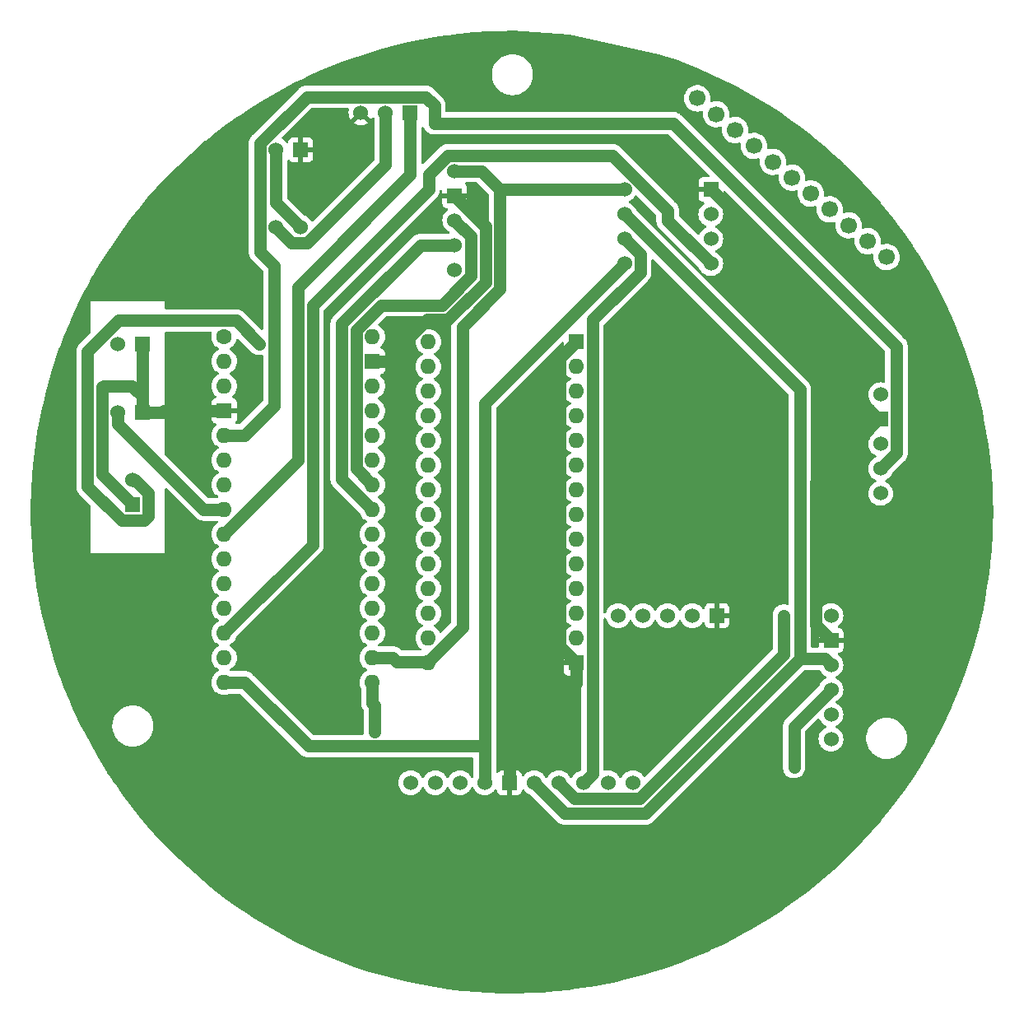
<source format=gbr>
%TF.GenerationSoftware,KiCad,Pcbnew,(6.0.5)*%
%TF.CreationDate,2022-07-12T02:11:44+09:00*%
%TF.ProjectId,sc11bbm,73633131-6262-46d2-9e6b-696361645f70,rev?*%
%TF.SameCoordinates,PXca2b5f1PY459e440*%
%TF.FileFunction,Copper,L2,Bot*%
%TF.FilePolarity,Positive*%
%FSLAX46Y46*%
G04 Gerber Fmt 4.6, Leading zero omitted, Abs format (unit mm)*
G04 Created by KiCad (PCBNEW (6.0.5)) date 2022-07-12 02:11:44*
%MOMM*%
%LPD*%
G01*
G04 APERTURE LIST*
G04 Aperture macros list*
%AMHorizOval*
0 Thick line with rounded ends*
0 $1 width*
0 $2 $3 position (X,Y) of the first rounded end (center of the circle)*
0 $4 $5 position (X,Y) of the second rounded end (center of the circle)*
0 Add line between two ends*
20,1,$1,$2,$3,$4,$5,0*
0 Add two circle primitives to create the rounded ends*
1,1,$1,$2,$3*
1,1,$1,$4,$5*%
G04 Aperture macros list end*
%TA.AperFunction,ComponentPad*%
%ADD10C,1.524000*%
%TD*%
%TA.AperFunction,ComponentPad*%
%ADD11R,1.524000X1.524000*%
%TD*%
%TA.AperFunction,ComponentPad*%
%ADD12C,1.700000*%
%TD*%
%TA.AperFunction,ComponentPad*%
%ADD13HorizOval,1.700000X0.000000X0.000000X0.000000X0.000000X0*%
%TD*%
%TA.AperFunction,ComponentPad*%
%ADD14C,1.600000*%
%TD*%
%TA.AperFunction,ComponentPad*%
%ADD15O,1.600000X1.600000*%
%TD*%
%TA.AperFunction,ComponentPad*%
%ADD16R,1.600000X1.600000*%
%TD*%
%TA.AperFunction,ViaPad*%
%ADD17C,0.800000*%
%TD*%
%TA.AperFunction,Conductor*%
%ADD18C,1.300000*%
%TD*%
G04 APERTURE END LIST*
D10*
%TO.P,U9,1,DAT2*%
%TO.N,unconnected-(U9-Pad1)*%
X12439999Y-27840000D03*
%TO.P,U9,2,CD/DAT3*%
%TO.N,D4*%
X9899999Y-27840000D03*
%TO.P,U9,3,CMD*%
%TO.N,D11*%
X7359999Y-27840000D03*
%TO.P,U9,4,VDD*%
%TO.N,3V3*%
X4819999Y-27840000D03*
%TO.P,U9,5,CLK*%
%TO.N,D13*%
X2279999Y-27840000D03*
D11*
%TO.P,U9,6,VSS*%
%TO.N,GND*%
X-260001Y-27840000D03*
D10*
%TO.P,U9,7,DAT0*%
%TO.N,D12*%
X-2800001Y-27840000D03*
%TO.P,U9,8,DAT1*%
%TO.N,unconnected-(U9-Pad8)*%
X-5340001Y-27840000D03*
%TO.P,U9,9*%
%TO.N,N/C*%
X-7880001Y-27840000D03*
%TO.P,U9,10*%
X-10420001Y-27840000D03*
%TD*%
D12*
%TO.P,REF\u002A\u002A,1*%
%TO.N,N/C*%
X19073235Y42555402D03*
D13*
%TO.P,REF\u002A\u002A,2*%
X21018988Y40922721D03*
%TO.P,REF\u002A\u002A,3*%
X22964741Y39290041D03*
%TO.P,REF\u002A\u002A,4*%
X24910494Y37657360D03*
%TO.P,REF\u002A\u002A,5*%
X26856247Y36024680D03*
%TO.P,REF\u002A\u002A,6*%
X28801999Y34391999D03*
%TO.P,REF\u002A\u002A,7*%
X30747752Y32759319D03*
%TO.P,REF\u002A\u002A,8*%
X32693505Y31126638D03*
%TO.P,REF\u002A\u002A,9*%
X34639258Y29493958D03*
%TO.P,REF\u002A\u002A,10*%
X36585011Y27861277D03*
%TO.P,REF\u002A\u002A,11*%
X38530764Y26228597D03*
%TD*%
D10*
%TO.P,RV1,1,1*%
%TO.N,Net-(Q1-Pad2)*%
X-24260001Y29270000D03*
%TO.P,RV1,2,2*%
%TO.N,Net-(BT2-Pad1)*%
X-21720001Y29270000D03*
%TD*%
%TO.P,BT1,1,+*%
%TO.N,Lipo2*%
X-38990001Y3270000D03*
D11*
%TO.P,BT1,2,-*%
%TO.N,GND*%
X-38990001Y730000D03*
%TD*%
D14*
%TO.P,A1,1,D1/TX*%
%TO.N,TX*%
X-29600001Y18050000D03*
D15*
%TO.P,A1,2,D0/RX*%
%TO.N,RX*%
X-29600001Y15510000D03*
%TO.P,A1,3,~{RESET}*%
%TO.N,unconnected-(A1-Pad3)*%
X-29600001Y12970000D03*
D16*
%TO.P,A1,4,GND*%
%TO.N,GND*%
X-29600001Y10430000D03*
D15*
%TO.P,A1,5,D2*%
%TO.N,D2*%
X-29600001Y7890000D03*
%TO.P,A1,6,D3*%
%TO.N,D3*%
X-29600001Y5350000D03*
%TO.P,A1,7,D4*%
%TO.N,D4*%
X-29600001Y2810000D03*
%TO.P,A1,8,D5*%
%TO.N,D5*%
X-29600001Y270000D03*
%TO.P,A1,9,D6*%
%TO.N,D6*%
X-29600001Y-2270000D03*
%TO.P,A1,10,D7*%
%TO.N,unconnected-(A1-Pad10)*%
X-29600001Y-4810000D03*
%TO.P,A1,11,D8*%
%TO.N,unconnected-(A1-Pad11)*%
X-29600001Y-7350000D03*
%TO.P,A1,12,D9*%
%TO.N,D9*%
X-29600001Y-9890000D03*
%TO.P,A1,13,D10*%
%TO.N,D10*%
X-29600001Y-12430000D03*
%TO.P,A1,14,D11*%
%TO.N,D11*%
X-29600001Y-14970000D03*
%TO.P,A1,15,D12*%
%TO.N,D12*%
X-29600001Y-17510000D03*
%TO.P,A1,16,D13*%
%TO.N,D13*%
X-14360001Y-17510000D03*
%TO.P,A1,17,3V3*%
%TO.N,3V3*%
X-14360001Y-14970000D03*
%TO.P,A1,18,AREF*%
%TO.N,unconnected-(A1-Pad18)*%
X-14360001Y-12430000D03*
%TO.P,A1,19,A0*%
%TO.N,A0*%
X-14360001Y-9890000D03*
%TO.P,A1,20,A1*%
%TO.N,A1*%
X-14360001Y-7350000D03*
%TO.P,A1,21,A2*%
%TO.N,A2*%
X-14360001Y-4810000D03*
%TO.P,A1,22,A3*%
%TO.N,unconnected-(A1-Pad22)*%
X-14360001Y-2270000D03*
%TO.P,A1,23,A4*%
%TO.N,A4*%
X-14360001Y270000D03*
%TO.P,A1,24,A5*%
%TO.N,A5*%
X-14360001Y2810000D03*
%TO.P,A1,25,A6*%
%TO.N,unconnected-(A1-Pad25)*%
X-14360001Y5350000D03*
%TO.P,A1,26,A7*%
%TO.N,unconnected-(A1-Pad26)*%
X-14360001Y7890000D03*
%TO.P,A1,27,+5V*%
%TO.N,5V*%
X-14360001Y10430000D03*
%TO.P,A1,28,~{RESET}*%
%TO.N,unconnected-(A1-Pad28)*%
X-14360001Y12970000D03*
D16*
%TO.P,A1,29,GND*%
%TO.N,GND*%
X-14360001Y15510000D03*
D15*
%TO.P,A1,30,VIN*%
%TO.N,Lipo2*%
X-14360001Y18050000D03*
%TD*%
D10*
%TO.P,U2,1,PWM*%
%TO.N,D5*%
X-40530001Y10270000D03*
D11*
%TO.P,U2,3,GND*%
%TO.N,GND*%
X-37990001Y10270000D03*
%TD*%
D16*
%TO.P,U6,1,GND*%
%TO.N,GND*%
X6634999Y-15500000D03*
D15*
%TO.P,U6,2,DIO14/SCL*%
%TO.N,unconnected-(U6-Pad2)*%
X6634999Y-12960000D03*
%TO.P,U6,3,DIO7/RX*%
%TO.N,TX*%
X6634999Y-10420000D03*
%TO.P,U6,4,DIO5/PWM1*%
%TO.N,unconnected-(U6-Pad4)*%
X6634999Y-7880000D03*
%TO.P,U6,5,DIO18/DO1*%
%TO.N,unconnected-(U6-Pad5)*%
X6634999Y-5340000D03*
%TO.P,U6,6,DO0/PWM2*%
%TO.N,unconnected-(U6-Pad6)*%
X6634999Y-2800000D03*
%TO.P,U6,7,DO1/PWM3*%
%TO.N,unconnected-(U6-Pad7)*%
X6634999Y-260000D03*
%TO.P,U6,8,DIO19/DO2*%
%TO.N,unconnected-(U6-Pad8)*%
X6634999Y2280000D03*
%TO.P,U6,9,DIO4/DO3*%
%TO.N,unconnected-(U6-Pad9)*%
X6634999Y4820000D03*
%TO.P,U6,10,DIO6/TX*%
%TO.N,RX*%
X6634999Y7360000D03*
%TO.P,U6,11,DIO8/PWM4*%
%TO.N,unconnected-(U6-Pad11)*%
X6634999Y9900000D03*
%TO.P,U6,12,DIO9/DO4*%
%TO.N,unconnected-(U6-Pad12)*%
X6634999Y12440000D03*
%TO.P,U6,13,DIO10/M1*%
%TO.N,unconnected-(U6-Pad13)*%
X6634999Y14980000D03*
D16*
%TO.P,U6,14,GND*%
%TO.N,GND*%
X6634999Y17520000D03*
D15*
%TO.P,U6,15,DIO12/DI1*%
%TO.N,unconnected-(U6-Pad15)*%
X-8605001Y17520000D03*
%TO.P,U6,16,DIO13/DI2*%
%TO.N,unconnected-(U6-Pad16)*%
X-8605001Y14980000D03*
%TO.P,U6,17,DIO11/DI3*%
%TO.N,unconnected-(U6-Pad17)*%
X-8605001Y12440000D03*
%TO.P,U6,18,DIO16/DI4*%
%TO.N,unconnected-(U6-Pad18)*%
X-8605001Y9900000D03*
%TO.P,U6,19,DIO15/SDA*%
%TO.N,unconnected-(U6-Pad19)*%
X-8605001Y7360000D03*
%TO.P,U6,20,DIO17/BPS*%
%TO.N,unconnected-(U6-Pad20)*%
X-8605001Y4820000D03*
%TO.P,U6,21,~{RESET}*%
%TO.N,unconnected-(U6-Pad21)*%
X-8605001Y2280000D03*
%TO.P,U6,22,ADC1/AI1*%
%TO.N,unconnected-(U6-Pad22)*%
X-8605001Y-260000D03*
%TO.P,U6,23,DIO0/AI2*%
%TO.N,unconnected-(U6-Pad23)*%
X-8605001Y-2800000D03*
%TO.P,U6,24,ADC2/AI3*%
%TO.N,unconnected-(U6-Pad24)*%
X-8605001Y-5340000D03*
%TO.P,U6,25,DIO1/AI4*%
%TO.N,unconnected-(U6-Pad25)*%
X-8605001Y-7880000D03*
%TO.P,U6,26,DIO2/M2*%
%TO.N,unconnected-(U6-Pad26)*%
X-8605001Y-10420000D03*
%TO.P,U6,27,DIO3/M3*%
%TO.N,unconnected-(U6-Pad27)*%
X-8605001Y-12960000D03*
%TO.P,U6,28,VCC*%
%TO.N,3V3*%
X-8605001Y-15500000D03*
%TD*%
D10*
%TO.P,U1,1,PWM*%
%TO.N,D4*%
X-40530001Y17270000D03*
D11*
%TO.P,U1,3,GND*%
%TO.N,GND*%
X-37990001Y17270000D03*
%TD*%
D10*
%TO.P,U7,1,5V*%
%TO.N,5V*%
X37929999Y12080000D03*
D11*
%TO.P,U7,2,GND*%
%TO.N,GND*%
X37929999Y9540000D03*
D10*
%TO.P,U7,3,RXD*%
%TO.N,D3*%
X37929999Y7000000D03*
%TO.P,U7,4,TXD*%
%TO.N,D2*%
X37929999Y4460000D03*
%TO.P,U7,5,1PPS*%
%TO.N,unconnected-(U7-Pad5)*%
X37929999Y1920000D03*
%TD*%
%TO.P,U5,1,VCC*%
%TO.N,3V3*%
X32819999Y-10650000D03*
D11*
%TO.P,U5,2,GND*%
%TO.N,GND*%
X32819999Y-13190000D03*
D10*
%TO.P,U5,3,SCL*%
%TO.N,D13*%
X32819999Y-15730000D03*
%TO.P,U5,4,SDA*%
%TO.N,D11*%
X32819999Y-18270000D03*
%TO.P,U5,5,CSB*%
%TO.N,D9*%
X32819999Y-20810000D03*
%TO.P,U5,6,SDO*%
%TO.N,D12*%
X32819999Y-23350000D03*
%TD*%
D11*
%TO.P,Q1,1,G*%
%TO.N,D6*%
X-10450001Y41080000D03*
D10*
%TO.P,Q1,2,D*%
%TO.N,Net-(Q1-Pad2)*%
X-12990001Y41080000D03*
%TO.P,Q1,3,S*%
%TO.N,GND*%
X-15530001Y41080000D03*
%TD*%
%TO.P,U8,1,VCC*%
%TO.N,5V*%
X10929999Y-10650000D03*
%TO.P,U8,2,X_out*%
%TO.N,A2*%
X13469999Y-10650000D03*
%TO.P,U8,3,Y_out*%
%TO.N,A1*%
X16009999Y-10650000D03*
%TO.P,U8,4,Z_out*%
%TO.N,A0*%
X18549999Y-10650000D03*
D11*
%TO.P,U8,5,GND*%
%TO.N,GND*%
X21089999Y-10650000D03*
%TD*%
D10*
%TO.P,U4,1,VCC*%
%TO.N,3V3*%
X-5880001Y35080000D03*
D11*
%TO.P,U4,2,GND*%
%TO.N,GND*%
X-5880001Y32540000D03*
D10*
%TO.P,U4,3,SCL*%
%TO.N,A5*%
X-5880001Y30000000D03*
%TO.P,U4,4,SDA*%
%TO.N,A4*%
X-5880001Y27460000D03*
%TO.P,U4,5,DRDY*%
%TO.N,unconnected-(U4-Pad5)*%
X-5880001Y24920000D03*
%TD*%
%TO.P,U3,1,+V*%
%TO.N,3V3*%
X11564999Y33175000D03*
%TO.P,U3,2,SCL*%
%TO.N,D13*%
X11564999Y30635000D03*
%TO.P,U3,3,SDA*%
%TO.N,D11*%
X11564999Y28095000D03*
%TO.P,U3,4,SA0*%
%TO.N,D12*%
X11564999Y25555000D03*
%TO.P,U3,5,CS*%
%TO.N,D10*%
X20454999Y25555000D03*
%TO.P,U3,6,INT2*%
%TO.N,unconnected-(U3-Pad6)*%
X20454999Y28095000D03*
%TO.P,U3,7,INT1*%
%TO.N,unconnected-(U3-Pad7)*%
X20454999Y30635000D03*
D11*
%TO.P,U3,8,GND*%
%TO.N,GND*%
X20454999Y33175000D03*
%TD*%
D10*
%TO.P,BT2,1,+*%
%TO.N,Net-(BT2-Pad1)*%
X-24260001Y37270000D03*
D11*
%TO.P,BT2,2,-*%
%TO.N,GND*%
X-21720001Y37270000D03*
%TD*%
D17*
%TO.N,GND*%
X13561999Y-3708000D03*
X-29618001Y25756000D03*
X-36730001Y-9804000D03*
X18133999Y13056000D03*
X-29110001Y-26568000D03*
X45057999Y-4724000D03*
X10513999Y45060000D03*
%TO.N,D11*%
X29009999Y-26211300D03*
%TO.N,3V3*%
X27973599Y-10650000D03*
%TO.N,D13*%
X-14113601Y-22569100D03*
%TO.N,Lipo2*%
X-25983601Y17305800D03*
%TD*%
D18*
%TO.N,Net-(BT2-Pad1)*%
X-24260001Y37270000D02*
X-24260001Y31810000D01*
X-24260001Y31810000D02*
X-21720001Y29270000D01*
%TO.N,GND*%
X-12260001Y16271300D02*
X-12260001Y15510000D01*
X-39085201Y13000000D02*
X-41990001Y13000000D01*
X31207599Y3093800D02*
X37653799Y9540000D01*
X-42142801Y3882800D02*
X-38990001Y730000D01*
X-41990001Y13000000D02*
X-42142801Y12847200D01*
X-37990001Y16239000D02*
X-37990001Y11904800D01*
X-37990001Y11904800D02*
X-37990001Y10270000D01*
X-5880001Y32540000D02*
X-2735101Y29395100D01*
X31640799Y21989200D02*
X31640799Y15553000D01*
X-6598401Y19791100D02*
X-8740201Y19791100D01*
X-29600001Y10430000D02*
X-35768001Y10430000D01*
X31640799Y15553000D02*
X37653799Y9540000D01*
X-2735101Y29395100D02*
X-2735101Y23654400D01*
X-42142801Y12847200D02*
X-42142801Y3882800D01*
X32819999Y-13190000D02*
X31207599Y-11577600D01*
X-37990001Y10270000D02*
X-35928001Y10270000D01*
X6634999Y-15500000D02*
X6634999Y-17600000D01*
X-2735101Y23654400D02*
X-6598401Y19791100D01*
X-37990001Y11904800D02*
X-39085201Y13000000D01*
X-35768001Y10430000D02*
X-35928001Y10270000D01*
X37653799Y9540000D02*
X37929999Y9540000D01*
X-37990001Y17270000D02*
X-37990001Y16239000D01*
X6634999Y17520000D02*
X4949199Y15834200D01*
X6634999Y-17600000D02*
X-260001Y-24495000D01*
X-260001Y-24495000D02*
X-260001Y-27840000D01*
X4949199Y-13814200D02*
X6634999Y-15500000D01*
X31207599Y-11577600D02*
X31207599Y3093800D01*
X-8740201Y19791100D02*
X-12260001Y16271300D01*
X-14360001Y15510000D02*
X-12260001Y15510000D01*
X4949199Y15834200D02*
X4949199Y-13814200D01*
X20454999Y33175000D02*
X31640799Y21989200D01*
%TO.N,D11*%
X13181699Y24683000D02*
X8287599Y19788900D01*
X11564999Y28095000D02*
X13181699Y26478300D01*
X8287599Y-26912400D02*
X7359999Y-27840000D01*
X29009999Y-26211300D02*
X29009999Y-22080000D01*
X13181699Y26478300D02*
X13181699Y24683000D01*
X29009999Y-22080000D02*
X32819999Y-18270000D01*
X8287599Y19788900D02*
X8287599Y-26912400D01*
%TO.N,3V3*%
X-1234701Y22945100D02*
X-1234701Y33175000D01*
X-3139701Y35080000D02*
X-1234701Y33175000D01*
X-5096901Y19082900D02*
X-1234701Y22945100D01*
X-5096901Y-11888900D02*
X-5096901Y19082900D01*
X6454199Y-29474200D02*
X13102399Y-29474200D01*
X-8605001Y-15397000D02*
X-5096901Y-11888900D01*
X-1234701Y33175000D02*
X11564999Y33175000D01*
X-8605001Y-15397000D02*
X-8605001Y-15500000D01*
X-8605001Y-15397000D02*
X-11833001Y-15397000D01*
X4819999Y-27840000D02*
X6454199Y-29474200D01*
X13102399Y-29474200D02*
X27973599Y-14603000D01*
X-11833001Y-15397000D02*
X-12260001Y-14970000D01*
X27973599Y-14603000D02*
X27973599Y-10650000D01*
X-5880001Y35080000D02*
X-3139701Y35080000D01*
X-14360001Y-14970000D02*
X-12260001Y-14970000D01*
%TO.N,D13*%
X32176399Y-15086400D02*
X32819999Y-15730000D01*
X29612099Y-15086400D02*
X32176399Y-15086400D01*
X-14113601Y-19856400D02*
X-14113601Y-22569100D01*
X13706999Y-30991500D02*
X29612099Y-15086400D01*
X5431499Y-30991500D02*
X13706999Y-30991500D01*
X-14360001Y-17510000D02*
X-14360001Y-19610000D01*
X29612099Y12587900D02*
X11564999Y30635000D01*
X-14360001Y-19610000D02*
X-14113601Y-19856400D01*
X2279999Y-27840000D02*
X5431499Y-30991500D01*
X29612099Y-15086400D02*
X29612099Y12587900D01*
%TO.N,D12*%
X11564999Y25555000D02*
X-2800001Y11190000D01*
X-20940601Y-24069400D02*
X-27500001Y-17510000D01*
X-29600001Y-17510000D02*
X-27500001Y-17510000D01*
X-2800001Y-24069400D02*
X-2800001Y-27840000D01*
X-2800001Y11190000D02*
X-2800001Y-24069400D01*
X-2800001Y-24069400D02*
X-20940601Y-24069400D01*
%TO.N,A5*%
X-16010301Y18748300D02*
X-16010301Y4460300D01*
X-13467101Y21291500D02*
X-16010301Y18748300D01*
X-16010301Y4460300D02*
X-14360001Y2810000D01*
X-7219901Y21291500D02*
X-13467101Y21291500D01*
X-5880001Y30000000D02*
X-4238701Y28358700D01*
X-4238701Y28358700D02*
X-4238701Y24272700D01*
X-4238701Y24272700D02*
X-7219901Y21291500D01*
%TO.N,A4*%
X-17511201Y19369300D02*
X-17511201Y3421200D01*
X-9420501Y27460000D02*
X-17511201Y19369300D01*
X-5880001Y27460000D02*
X-9420501Y27460000D01*
X-17511201Y3421200D02*
X-14360001Y270000D01*
%TO.N,Net-(Q1-Pad2)*%
X-12990001Y41080000D02*
X-12990001Y35718900D01*
X-12990001Y35718900D02*
X-21052501Y27656400D01*
X-21052501Y27656400D02*
X-22646401Y27656400D01*
X-22646401Y27656400D02*
X-24260001Y29270000D01*
%TO.N,Lipo2*%
X-43643201Y16509200D02*
X-43643201Y2625500D01*
X-40451701Y19700700D02*
X-43643201Y16509200D01*
X-28378501Y19700700D02*
X-40451701Y19700700D01*
X-37841501Y-882400D02*
X-37377601Y-418500D01*
X-37377601Y-418500D02*
X-37377601Y1914500D01*
X-43643201Y2625500D02*
X-40135301Y-882400D01*
X-25983601Y17305800D02*
X-28378501Y19700700D01*
X-38733101Y3270000D02*
X-38990001Y3270000D01*
X-37377601Y1914500D02*
X-38733101Y3270000D01*
X-40135301Y-882400D02*
X-37841501Y-882400D01*
%TO.N,D10*%
X-20516201Y-3346200D02*
X-29600001Y-12430000D01*
X-6589201Y36701600D02*
X-8553501Y34737300D01*
X16010099Y29999900D02*
X16010099Y31033000D01*
X20454999Y25555000D02*
X16010099Y29999900D01*
X-20516201Y21244600D02*
X-20516201Y-3346200D01*
X-8553501Y34737300D02*
X-8553501Y33207300D01*
X-8553501Y33207300D02*
X-20516201Y21244600D01*
X10341499Y36701600D02*
X-6589201Y36701600D01*
X16010099Y31033000D02*
X10341499Y36701600D01*
%TO.N,D5*%
X-40530001Y9100000D02*
X-31700001Y270000D01*
X-29600001Y270000D02*
X-31700001Y270000D01*
X-40530001Y10270000D02*
X-40530001Y9100000D01*
%TO.N,D2*%
X39542399Y17047600D02*
X39542399Y6072400D01*
X39542399Y6072400D02*
X37929999Y4460000D01*
X-21115001Y42711400D02*
X-8858379Y42711400D01*
X-25913301Y37913100D02*
X-21115001Y42711400D01*
X-7990001Y40000000D02*
X14293549Y40000000D01*
X-29600001Y7890000D02*
X-27500001Y7890000D01*
X16589999Y40000000D02*
X39542399Y17047600D01*
X-27500001Y7890000D02*
X-24437601Y10952400D01*
X-24437601Y25314600D02*
X-25913301Y26790300D01*
X-7990001Y41843022D02*
X-7990001Y40000000D01*
X-24437601Y10952400D02*
X-24437601Y25314600D01*
X14009999Y40000000D02*
X16589999Y40000000D01*
X-25913301Y26790300D02*
X-25913301Y37913100D01*
X-8858379Y42711400D02*
X-7990001Y41843022D01*
%TO.N,D6*%
X-10450001Y39018000D02*
X-10450001Y34684700D01*
X-22016601Y5313400D02*
X-29600001Y-2270000D01*
X-10450001Y41080000D02*
X-10450001Y39018000D01*
X-22016601Y23118100D02*
X-22016601Y5313400D01*
X-10450001Y34684700D02*
X-22016601Y23118100D01*
%TD*%
%TA.AperFunction,Conductor*%
%TO.N,GND*%
G36*
X-31698Y49497356D02*
G01*
X5932155Y49124615D01*
X5951628Y49121860D01*
X15081526Y47092994D01*
X15090399Y47090680D01*
X16530507Y46658648D01*
X16534882Y46657247D01*
X16600701Y46634841D01*
X16603688Y46633824D01*
X16606971Y46632655D01*
X17239395Y46397459D01*
X17899333Y46152030D01*
X17902613Y46150757D01*
X19180951Y45634275D01*
X19184195Y45632912D01*
X20447730Y45080887D01*
X20450863Y45079465D01*
X21698444Y44492399D01*
X21701554Y44490883D01*
X22762736Y43954841D01*
X22932276Y43869200D01*
X22935394Y43867570D01*
X23085700Y43786300D01*
X24148270Y43211770D01*
X24151311Y43210069D01*
X25299687Y42547054D01*
X25345353Y42520689D01*
X25348365Y42518894D01*
X25594246Y42367627D01*
X26522745Y41796411D01*
X26525716Y41794525D01*
X27679401Y41039575D01*
X27682318Y41037608D01*
X28113148Y40738174D01*
X28814534Y40250698D01*
X28817345Y40248686D01*
X29807700Y39518532D01*
X29927173Y39430449D01*
X29929975Y39428321D01*
X30916566Y38657512D01*
X31016428Y38579491D01*
X31019162Y38577294D01*
X31273228Y38367112D01*
X32081554Y37698407D01*
X32084234Y37696126D01*
X32480618Y37349118D01*
X33069257Y36833804D01*
X33121633Y36787952D01*
X33124237Y36785608D01*
X34116949Y35866347D01*
X34135902Y35848796D01*
X34138446Y35846374D01*
X34237709Y35749168D01*
X35123569Y34881670D01*
X35126048Y34879173D01*
X36083831Y33887360D01*
X36086239Y33884795D01*
X37015938Y32866644D01*
X37018274Y32864013D01*
X37919187Y31820295D01*
X37921449Y31817600D01*
X37944540Y31789288D01*
X38769672Y30777577D01*
X38792888Y30749111D01*
X38795065Y30746364D01*
X39000373Y30479766D01*
X39636336Y29653951D01*
X39638443Y29651134D01*
X40448864Y28535685D01*
X40450892Y28532810D01*
X41229862Y27395154D01*
X41231809Y27392223D01*
X41978692Y26233287D01*
X41980557Y26230303D01*
X42694809Y25050934D01*
X42696589Y25047900D01*
X42891942Y24704016D01*
X43361003Y23878320D01*
X43377632Y23849047D01*
X43379316Y23845982D01*
X43604279Y23422890D01*
X44026604Y22628612D01*
X44028213Y22625483D01*
X44641283Y21390461D01*
X44642803Y21387288D01*
X45212912Y20153462D01*
X45221132Y20135672D01*
X45222553Y20132481D01*
X45727650Y18954000D01*
X45765719Y18865179D01*
X45767059Y18861928D01*
X45916564Y18484321D01*
X46274629Y17579951D01*
X46275878Y17576662D01*
X46747446Y16281039D01*
X46748603Y16277716D01*
X47183811Y14969434D01*
X47184875Y14966080D01*
X47583384Y13646154D01*
X47584354Y13642772D01*
X47767142Y12970000D01*
X47889199Y12520757D01*
X47945857Y12312219D01*
X47946732Y12308811D01*
X48270937Y10968710D01*
X48271717Y10965279D01*
X48322564Y10726065D01*
X48530426Y9748153D01*
X48558389Y9616596D01*
X48559069Y9613157D01*
X48796135Y8321491D01*
X48807963Y8257043D01*
X48808546Y8253597D01*
X48877336Y7809243D01*
X49019488Y6890993D01*
X49019977Y6887509D01*
X49192778Y5519651D01*
X49193171Y5516154D01*
X49221669Y5225511D01*
X49327226Y4148959D01*
X49327720Y4143916D01*
X49328012Y4140432D01*
X49371797Y3514284D01*
X49424192Y2764989D01*
X49424388Y2761476D01*
X49482124Y1383948D01*
X49482223Y1380431D01*
X49501474Y1759D01*
X49501474Y-1759D01*
X49482223Y-1380431D01*
X49482124Y-1383948D01*
X49424388Y-2761476D01*
X49424192Y-2764989D01*
X49385115Y-3323823D01*
X49332868Y-4070999D01*
X49328014Y-4140410D01*
X49327722Y-4143894D01*
X49305938Y-4366067D01*
X49193171Y-5516154D01*
X49192778Y-5519651D01*
X49019977Y-6887509D01*
X49019488Y-6890993D01*
X48968750Y-7218743D01*
X48817123Y-8198197D01*
X48808550Y-8253574D01*
X48807967Y-8257019D01*
X48571485Y-9545512D01*
X48559072Y-9613144D01*
X48558392Y-9616583D01*
X48483110Y-9970757D01*
X48271717Y-10965279D01*
X48270937Y-10968710D01*
X48096680Y-11689001D01*
X47975489Y-12189946D01*
X47946732Y-12308811D01*
X47945858Y-12312215D01*
X47928388Y-12376514D01*
X47584354Y-13642772D01*
X47583384Y-13646154D01*
X47184875Y-14966080D01*
X47183811Y-14969434D01*
X46748603Y-16277716D01*
X46747446Y-16281039D01*
X46275878Y-17576662D01*
X46274629Y-17579951D01*
X45767060Y-18861926D01*
X45765720Y-18865176D01*
X45248776Y-20071299D01*
X45222563Y-20132458D01*
X45221142Y-20135649D01*
X44915314Y-20797521D01*
X44642803Y-21387288D01*
X44641283Y-21390461D01*
X44028213Y-22625483D01*
X44026604Y-22628612D01*
X43721474Y-23202479D01*
X43400955Y-23805287D01*
X43379327Y-23845963D01*
X43377642Y-23849028D01*
X43008085Y-24499568D01*
X42696589Y-25047900D01*
X42694809Y-25050934D01*
X41980557Y-26230303D01*
X41978692Y-26233287D01*
X41231809Y-27392223D01*
X41229862Y-27395154D01*
X40450892Y-28532810D01*
X40448864Y-28535685D01*
X39638443Y-29651134D01*
X39636336Y-29653951D01*
X38795074Y-30746353D01*
X38792897Y-30749099D01*
X38018659Y-31698409D01*
X37921449Y-31817600D01*
X37919187Y-31820295D01*
X37018274Y-32864013D01*
X37015938Y-32866644D01*
X36086239Y-33884795D01*
X36083831Y-33887360D01*
X35126048Y-34879173D01*
X35123569Y-34881670D01*
X34138450Y-35846370D01*
X34135902Y-35848796D01*
X33124248Y-36785598D01*
X33121633Y-36787952D01*
X32084234Y-37696126D01*
X32081554Y-37698407D01*
X31019170Y-38577287D01*
X31016437Y-38579484D01*
X30469728Y-39006620D01*
X29929975Y-39428321D01*
X29927173Y-39430449D01*
X28817345Y-40248686D01*
X28814534Y-40250698D01*
X28244199Y-40647091D01*
X27682318Y-41037608D01*
X27679401Y-41039575D01*
X26525716Y-41794525D01*
X26522745Y-41796411D01*
X25348375Y-42518888D01*
X25345363Y-42520683D01*
X24459392Y-43032199D01*
X24151326Y-43210061D01*
X24148270Y-43211770D01*
X23210817Y-43718649D01*
X22935394Y-43867570D01*
X22932276Y-43869200D01*
X21701554Y-44490883D01*
X21698444Y-44492399D01*
X20450863Y-45079465D01*
X20447730Y-45080887D01*
X19804277Y-45362005D01*
X19184195Y-45632912D01*
X19180951Y-45634275D01*
X17902613Y-46150757D01*
X17899333Y-46152030D01*
X17507308Y-46297823D01*
X16606965Y-46632657D01*
X16603704Y-46633818D01*
X15298464Y-47078158D01*
X15295124Y-47079243D01*
X14419751Y-47350216D01*
X13977995Y-47486963D01*
X13974620Y-47487956D01*
X12646648Y-47858732D01*
X12643246Y-47859631D01*
X11957347Y-48030645D01*
X11305417Y-48193189D01*
X11302037Y-48193983D01*
X10732663Y-48319168D01*
X9955358Y-48490069D01*
X9951911Y-48490776D01*
X8597574Y-48749130D01*
X8594109Y-48749741D01*
X7991941Y-48847271D01*
X7233053Y-48970184D01*
X7229596Y-48970694D01*
X6083132Y-49123665D01*
X5862935Y-49153046D01*
X5859439Y-49153463D01*
X4488178Y-49297589D01*
X4484724Y-49297904D01*
X3109973Y-49403685D01*
X3106477Y-49403904D01*
X2815594Y-49418131D01*
X1729306Y-49471259D01*
X1725790Y-49471381D01*
X754493Y-49491727D01*
X347345Y-49500256D01*
X343851Y-49500281D01*
X-306705Y-49495739D01*
X-1034934Y-49490655D01*
X-1038451Y-49490581D01*
X-2416381Y-49442462D01*
X-2419896Y-49442290D01*
X-3795954Y-49355716D01*
X-3799462Y-49355446D01*
X-4817505Y-49262797D01*
X-5172544Y-49230486D01*
X-5176029Y-49230121D01*
X-5818898Y-49153463D01*
X-6545169Y-49066860D01*
X-6548656Y-49066394D01*
X-6956683Y-49006142D01*
X-7912631Y-48864980D01*
X-7916032Y-48864430D01*
X-9273950Y-48624992D01*
X-9277405Y-48624332D01*
X-10627984Y-48347098D01*
X-10631418Y-48346344D01*
X-11973776Y-48031496D01*
X-11977190Y-48030645D01*
X-13310225Y-47678442D01*
X-13313614Y-47677496D01*
X-14636324Y-47288202D01*
X-14639685Y-47287161D01*
X-15950963Y-46861100D01*
X-15954294Y-46859966D01*
X-17253165Y-46397459D01*
X-17256463Y-46396233D01*
X-18541950Y-45897626D01*
X-18545212Y-45896308D01*
X-19816269Y-45362005D01*
X-19819493Y-45360596D01*
X-21075115Y-44791020D01*
X-21078286Y-44789528D01*
X-22317529Y-44185109D01*
X-22320669Y-44183523D01*
X-23542567Y-43544730D01*
X-23545662Y-43543056D01*
X-24749209Y-42870417D01*
X-24752256Y-42868658D01*
X-25936583Y-42162657D01*
X-25939580Y-42160813D01*
X-26513786Y-41796411D01*
X-27103719Y-41422028D01*
X-27106629Y-41420124D01*
X-28249721Y-40649099D01*
X-28252610Y-40647091D01*
X-29373695Y-39844473D01*
X-29376527Y-39842385D01*
X-30474753Y-39008786D01*
X-30477526Y-39006620D01*
X-30960388Y-38618389D01*
X-30965726Y-38613847D01*
X-34187551Y-35714205D01*
X-34192356Y-35709645D01*
X-36802322Y-33099679D01*
X-36807450Y-33094239D01*
X-37009518Y-32866644D01*
X-37471249Y-32346584D01*
X-37473512Y-32343962D01*
X-38359791Y-31287737D01*
X-38362011Y-31285014D01*
X-39218433Y-30204478D01*
X-39220580Y-30201690D01*
X-40046508Y-29097649D01*
X-40048576Y-29094802D01*
X-40843336Y-27968158D01*
X-40845324Y-27965255D01*
X-41299757Y-27281278D01*
X-41608338Y-26816826D01*
X-41610234Y-26813885D01*
X-41667477Y-26722276D01*
X-42340879Y-25644607D01*
X-42342702Y-25641597D01*
X-42536227Y-25311743D01*
X-42609034Y-25187646D01*
X-42610964Y-25184235D01*
X-42663190Y-25088486D01*
X-43458223Y-23630926D01*
X-44275435Y-22132703D01*
X-41099258Y-22132703D01*
X-41098699Y-22136947D01*
X-41098699Y-22136951D01*
X-41084713Y-22243186D01*
X-41061733Y-22417734D01*
X-40985872Y-22695036D01*
X-40984188Y-22698984D01*
X-40900902Y-22894243D01*
X-40873078Y-22959476D01*
X-40861308Y-22979142D01*
X-40774126Y-23124812D01*
X-40725440Y-23206161D01*
X-40545688Y-23430528D01*
X-40337150Y-23628423D01*
X-40103684Y-23796186D01*
X-40099889Y-23798195D01*
X-40099888Y-23798196D01*
X-40078132Y-23809715D01*
X-39849609Y-23930712D01*
X-39579628Y-24029511D01*
X-39298737Y-24090755D01*
X-39270160Y-24093004D01*
X-39075719Y-24108307D01*
X-39075710Y-24108307D01*
X-39073262Y-24108500D01*
X-38917730Y-24108500D01*
X-38915594Y-24108354D01*
X-38915583Y-24108354D01*
X-38707453Y-24094165D01*
X-38707447Y-24094164D01*
X-38703176Y-24093873D01*
X-38698981Y-24093004D01*
X-38698979Y-24093004D01*
X-38562418Y-24064724D01*
X-38421659Y-24035574D01*
X-38150658Y-23939607D01*
X-37972260Y-23847529D01*
X-37898996Y-23809715D01*
X-37898995Y-23809715D01*
X-37895189Y-23807750D01*
X-37891688Y-23805289D01*
X-37891684Y-23805287D01*
X-37725909Y-23688778D01*
X-37659978Y-23642441D01*
X-37449379Y-23446740D01*
X-37267288Y-23224268D01*
X-37117074Y-22979142D01*
X-37090723Y-22919114D01*
X-37003244Y-22719830D01*
X-37001518Y-22715898D01*
X-36922757Y-22439406D01*
X-36882250Y-22154784D01*
X-36882210Y-22147278D01*
X-36880766Y-21871583D01*
X-36880766Y-21871576D01*
X-36880744Y-21867297D01*
X-36883831Y-21843844D01*
X-36900080Y-21720428D01*
X-36918269Y-21582266D01*
X-36994130Y-21304964D01*
X-37053062Y-21166800D01*
X-37105238Y-21044476D01*
X-37105240Y-21044472D01*
X-37106924Y-21040524D01*
X-37244890Y-20810000D01*
X-37252358Y-20797521D01*
X-37252361Y-20797517D01*
X-37254562Y-20793839D01*
X-37434314Y-20569472D01*
X-37557712Y-20452372D01*
X-37639743Y-20374527D01*
X-37639746Y-20374525D01*
X-37642852Y-20371577D01*
X-37876318Y-20203814D01*
X-37898158Y-20192250D01*
X-38011086Y-20132458D01*
X-38130393Y-20069288D01*
X-38400374Y-19970489D01*
X-38681265Y-19909245D01*
X-38712316Y-19906801D01*
X-38904283Y-19891693D01*
X-38904292Y-19891693D01*
X-38906740Y-19891500D01*
X-39062272Y-19891500D01*
X-39064408Y-19891646D01*
X-39064419Y-19891646D01*
X-39272549Y-19905835D01*
X-39272555Y-19905836D01*
X-39276826Y-19906127D01*
X-39281021Y-19906996D01*
X-39281023Y-19906996D01*
X-39417584Y-19935276D01*
X-39558343Y-19964426D01*
X-39829344Y-20060393D01*
X-40084813Y-20192250D01*
X-40088314Y-20194711D01*
X-40088318Y-20194713D01*
X-40098407Y-20201804D01*
X-40320024Y-20357559D01*
X-40335109Y-20371577D01*
X-40526841Y-20549746D01*
X-40530623Y-20553260D01*
X-40712714Y-20775732D01*
X-40862928Y-21020858D01*
X-40864654Y-21024791D01*
X-40864655Y-21024792D01*
X-40964031Y-21251178D01*
X-40978484Y-21284102D01*
X-40979659Y-21288229D01*
X-40979660Y-21288230D01*
X-40997852Y-21352094D01*
X-41057245Y-21560594D01*
X-41079992Y-21720428D01*
X-41091732Y-21802920D01*
X-41097752Y-21845216D01*
X-41097774Y-21849505D01*
X-41097775Y-21849512D01*
X-41099160Y-22113967D01*
X-41099258Y-22132703D01*
X-44275435Y-22132703D01*
X-44285655Y-22113967D01*
X-44287106Y-22111226D01*
X-44338272Y-22011668D01*
X-44339837Y-22008517D01*
X-44935583Y-20765099D01*
X-44937059Y-20761905D01*
X-45351978Y-19829981D01*
X-45497867Y-19502310D01*
X-45499249Y-19499085D01*
X-46024665Y-18224329D01*
X-46025960Y-18221058D01*
X-46296066Y-17510000D01*
X-46515591Y-16932095D01*
X-46516775Y-16928840D01*
X-46533205Y-16881657D01*
X-46970201Y-15626778D01*
X-46971311Y-15623442D01*
X-47135492Y-15105877D01*
X-47137136Y-15100243D01*
X-48413753Y-10312930D01*
X-48414245Y-10311023D01*
X-48421895Y-10280421D01*
X-48423257Y-10274337D01*
X-48665641Y-9050211D01*
X-48687916Y-8937714D01*
X-48688551Y-8934260D01*
X-48918494Y-7574753D01*
X-48919032Y-7571276D01*
X-49110920Y-6205925D01*
X-49111361Y-6202434D01*
X-49265053Y-4832235D01*
X-49265396Y-4828733D01*
X-49380767Y-3454825D01*
X-49381013Y-3451315D01*
X-49457980Y-2074651D01*
X-49458127Y-2071136D01*
X-49496625Y-692903D01*
X-49496674Y-689385D01*
X-49496674Y689385D01*
X-49496625Y692903D01*
X-49458127Y2071136D01*
X-49457980Y2074651D01*
X-49428886Y2595044D01*
X-44806265Y2595044D01*
X-44805586Y2589309D01*
X-44795727Y2506012D01*
X-44795384Y2502738D01*
X-44787182Y2413476D01*
X-44785615Y2407919D01*
X-44785170Y2405519D01*
X-44782434Y2391768D01*
X-44781918Y2389342D01*
X-44781239Y2383602D01*
X-44765045Y2331448D01*
X-44754650Y2297971D01*
X-44753718Y2294824D01*
X-44729387Y2208552D01*
X-44726833Y2203373D01*
X-44725934Y2201031D01*
X-44720775Y2188100D01*
X-44719815Y2185783D01*
X-44718101Y2180262D01*
X-44715412Y2175150D01*
X-44715409Y2175144D01*
X-44676345Y2100895D01*
X-44674854Y2097970D01*
X-44635216Y2017592D01*
X-44631763Y2012968D01*
X-44630443Y2010814D01*
X-44623004Y1999025D01*
X-44621654Y1996946D01*
X-44618964Y1991833D01*
X-44563453Y1921419D01*
X-44561482Y1918849D01*
X-44511280Y1851619D01*
X-44511273Y1851612D01*
X-44507823Y1846991D01*
X-44446621Y1790417D01*
X-44443054Y1786987D01*
X-43370906Y714839D01*
X-43336880Y652527D01*
X-43334001Y625744D01*
X-43334001Y-4216000D01*
X-35714001Y-4216000D01*
X-35714001Y2341444D01*
X-35693999Y2409565D01*
X-35640343Y2456058D01*
X-35570069Y2466162D01*
X-35505489Y2436668D01*
X-35498906Y2430539D01*
X-32549811Y-518556D01*
X-32544174Y-524574D01*
X-32500876Y-573946D01*
X-32496347Y-577517D01*
X-32496341Y-577522D01*
X-32430500Y-629426D01*
X-32427935Y-631503D01*
X-32363437Y-685147D01*
X-32363428Y-685153D01*
X-32358994Y-688841D01*
X-32353962Y-691659D01*
X-32351916Y-693065D01*
X-32340360Y-700786D01*
X-32338203Y-702187D01*
X-32333668Y-705762D01*
X-32328559Y-708450D01*
X-32328556Y-708452D01*
X-32254356Y-747491D01*
X-32251459Y-749064D01*
X-32178266Y-790053D01*
X-32178261Y-790055D01*
X-32173224Y-792876D01*
X-32167756Y-794732D01*
X-32165427Y-795769D01*
X-32152633Y-801266D01*
X-32150344Y-802214D01*
X-32145239Y-804900D01*
X-32059557Y-831505D01*
X-32056503Y-832498D01*
X-31971605Y-861317D01*
X-31965895Y-862145D01*
X-31963496Y-862721D01*
X-31949797Y-865820D01*
X-31947416Y-866326D01*
X-31941899Y-868039D01*
X-31863975Y-877262D01*
X-31852865Y-878577D01*
X-31849593Y-879008D01*
X-31760892Y-891869D01*
X-31677622Y-888597D01*
X-31672676Y-888500D01*
X-30301889Y-888500D01*
X-30233768Y-908502D01*
X-30187275Y-962158D01*
X-30177171Y-1032432D01*
X-30206665Y-1097012D01*
X-30248642Y-1128696D01*
X-30256750Y-1132477D01*
X-30361612Y-1205902D01*
X-30439790Y-1260643D01*
X-30439793Y-1260645D01*
X-30444301Y-1263802D01*
X-30606199Y-1425700D01*
X-30737524Y-1613251D01*
X-30739847Y-1618233D01*
X-30739850Y-1618238D01*
X-30790261Y-1726346D01*
X-30834285Y-1820757D01*
X-30835707Y-1826065D01*
X-30835708Y-1826067D01*
X-30869399Y-1951803D01*
X-30893544Y-2041913D01*
X-30913499Y-2270000D01*
X-30893544Y-2498087D01*
X-30892120Y-2503400D01*
X-30892120Y-2503402D01*
X-30835708Y-2713931D01*
X-30834285Y-2719243D01*
X-30831962Y-2724224D01*
X-30831962Y-2724225D01*
X-30739850Y-2921762D01*
X-30739847Y-2921767D01*
X-30737524Y-2926749D01*
X-30606199Y-3114300D01*
X-30444301Y-3276198D01*
X-30439793Y-3279355D01*
X-30439790Y-3279357D01*
X-30383351Y-3318876D01*
X-30256750Y-3407523D01*
X-30251768Y-3409846D01*
X-30251763Y-3409849D01*
X-30217544Y-3425805D01*
X-30164259Y-3472722D01*
X-30144798Y-3540999D01*
X-30165340Y-3608959D01*
X-30217544Y-3654195D01*
X-30251763Y-3670151D01*
X-30251768Y-3670154D01*
X-30256750Y-3672477D01*
X-30304300Y-3705772D01*
X-30439790Y-3800643D01*
X-30439793Y-3800645D01*
X-30444301Y-3803802D01*
X-30606199Y-3965700D01*
X-30609356Y-3970208D01*
X-30609358Y-3970211D01*
X-30639576Y-4013367D01*
X-30737524Y-4153251D01*
X-30739847Y-4158233D01*
X-30739850Y-4158238D01*
X-30772238Y-4227695D01*
X-30834285Y-4360757D01*
X-30893544Y-4581913D01*
X-30913499Y-4810000D01*
X-30893544Y-5038087D01*
X-30892120Y-5043400D01*
X-30892120Y-5043402D01*
X-30875186Y-5106598D01*
X-30834285Y-5259243D01*
X-30831962Y-5264224D01*
X-30831962Y-5264225D01*
X-30739850Y-5461762D01*
X-30739847Y-5461767D01*
X-30737524Y-5466749D01*
X-30606199Y-5654300D01*
X-30444301Y-5816198D01*
X-30439793Y-5819355D01*
X-30439790Y-5819357D01*
X-30361612Y-5874098D01*
X-30256750Y-5947523D01*
X-30251768Y-5949846D01*
X-30251763Y-5949849D01*
X-30217544Y-5965805D01*
X-30164259Y-6012722D01*
X-30144798Y-6080999D01*
X-30165340Y-6148959D01*
X-30217544Y-6194195D01*
X-30251763Y-6210151D01*
X-30251768Y-6210154D01*
X-30256750Y-6212477D01*
X-30361612Y-6285902D01*
X-30439790Y-6340643D01*
X-30439793Y-6340645D01*
X-30444301Y-6343802D01*
X-30606199Y-6505700D01*
X-30737524Y-6693251D01*
X-30739847Y-6698233D01*
X-30739850Y-6698238D01*
X-30828932Y-6889277D01*
X-30834285Y-6900757D01*
X-30893544Y-7121913D01*
X-30913499Y-7350000D01*
X-30893544Y-7578087D01*
X-30892120Y-7583400D01*
X-30892120Y-7583402D01*
X-30875186Y-7646598D01*
X-30834285Y-7799243D01*
X-30831962Y-7804224D01*
X-30831962Y-7804225D01*
X-30739850Y-8001762D01*
X-30739847Y-8001767D01*
X-30737524Y-8006749D01*
X-30606199Y-8194300D01*
X-30444301Y-8356198D01*
X-30439793Y-8359355D01*
X-30439790Y-8359357D01*
X-30361612Y-8414098D01*
X-30256750Y-8487523D01*
X-30251768Y-8489846D01*
X-30251763Y-8489849D01*
X-30217544Y-8505805D01*
X-30164259Y-8552722D01*
X-30144798Y-8620999D01*
X-30165340Y-8688959D01*
X-30217544Y-8734195D01*
X-30251763Y-8750151D01*
X-30251768Y-8750154D01*
X-30256750Y-8752477D01*
X-30361612Y-8825902D01*
X-30439790Y-8880643D01*
X-30439793Y-8880645D01*
X-30444301Y-8883802D01*
X-30606199Y-9045700D01*
X-30737524Y-9233251D01*
X-30739847Y-9238233D01*
X-30739850Y-9238238D01*
X-30831962Y-9435775D01*
X-30834285Y-9440757D01*
X-30835707Y-9446065D01*
X-30835708Y-9446067D01*
X-30892120Y-9656598D01*
X-30893544Y-9661913D01*
X-30913499Y-9890000D01*
X-30893544Y-10118087D01*
X-30892120Y-10123400D01*
X-30892120Y-10123402D01*
X-30850046Y-10280421D01*
X-30834285Y-10339243D01*
X-30831962Y-10344224D01*
X-30831962Y-10344225D01*
X-30739850Y-10541762D01*
X-30739847Y-10541767D01*
X-30737524Y-10546749D01*
X-30606199Y-10734300D01*
X-30444301Y-10896198D01*
X-30439793Y-10899355D01*
X-30439790Y-10899357D01*
X-30424783Y-10909865D01*
X-30256750Y-11027523D01*
X-30251768Y-11029846D01*
X-30251763Y-11029849D01*
X-30217544Y-11045805D01*
X-30164259Y-11092722D01*
X-30144798Y-11160999D01*
X-30165340Y-11228959D01*
X-30217544Y-11274195D01*
X-30251763Y-11290151D01*
X-30251768Y-11290154D01*
X-30256750Y-11292477D01*
X-30306071Y-11327012D01*
X-30439790Y-11420643D01*
X-30439793Y-11420645D01*
X-30444301Y-11423802D01*
X-30606199Y-11585700D01*
X-30737524Y-11773251D01*
X-30739847Y-11778233D01*
X-30739850Y-11778238D01*
X-30831962Y-11975775D01*
X-30834285Y-11980757D01*
X-30835707Y-11986065D01*
X-30835708Y-11986067D01*
X-30892120Y-12196598D01*
X-30893544Y-12201913D01*
X-30913499Y-12430000D01*
X-30893544Y-12658087D01*
X-30892120Y-12663400D01*
X-30892120Y-12663402D01*
X-30835708Y-12873931D01*
X-30834285Y-12879243D01*
X-30831962Y-12884224D01*
X-30831962Y-12884225D01*
X-30739850Y-13081762D01*
X-30739847Y-13081767D01*
X-30737524Y-13086749D01*
X-30606199Y-13274300D01*
X-30444301Y-13436198D01*
X-30439793Y-13439355D01*
X-30439790Y-13439357D01*
X-30426768Y-13448475D01*
X-30256750Y-13567523D01*
X-30251768Y-13569846D01*
X-30251763Y-13569849D01*
X-30217544Y-13585805D01*
X-30164259Y-13632722D01*
X-30144798Y-13700999D01*
X-30165340Y-13768959D01*
X-30217544Y-13814195D01*
X-30251763Y-13830151D01*
X-30251768Y-13830154D01*
X-30256750Y-13832477D01*
X-30310368Y-13870021D01*
X-30439790Y-13960643D01*
X-30439793Y-13960645D01*
X-30444301Y-13963802D01*
X-30606199Y-14125700D01*
X-30609356Y-14130208D01*
X-30609358Y-14130211D01*
X-30648379Y-14185939D01*
X-30737524Y-14313251D01*
X-30739847Y-14318233D01*
X-30739850Y-14318238D01*
X-30806861Y-14461946D01*
X-30834285Y-14520757D01*
X-30835707Y-14526065D01*
X-30835708Y-14526067D01*
X-30879423Y-14689212D01*
X-30893544Y-14741913D01*
X-30913499Y-14970000D01*
X-30893544Y-15198087D01*
X-30892120Y-15203400D01*
X-30892120Y-15203402D01*
X-30869231Y-15288822D01*
X-30834285Y-15419243D01*
X-30831962Y-15424224D01*
X-30831962Y-15424225D01*
X-30739850Y-15621762D01*
X-30739847Y-15621767D01*
X-30737524Y-15626749D01*
X-30734367Y-15631257D01*
X-30635737Y-15772115D01*
X-30606199Y-15814300D01*
X-30444301Y-15976198D01*
X-30439793Y-15979355D01*
X-30439790Y-15979357D01*
X-30361612Y-16034098D01*
X-30256750Y-16107523D01*
X-30251768Y-16109846D01*
X-30251763Y-16109849D01*
X-30217544Y-16125805D01*
X-30164259Y-16172722D01*
X-30144798Y-16240999D01*
X-30165340Y-16308959D01*
X-30217544Y-16354195D01*
X-30251763Y-16370151D01*
X-30251768Y-16370154D01*
X-30256750Y-16372477D01*
X-30317867Y-16415272D01*
X-30439790Y-16500643D01*
X-30439793Y-16500645D01*
X-30444301Y-16503802D01*
X-30606199Y-16665700D01*
X-30609356Y-16670208D01*
X-30609358Y-16670211D01*
X-30652596Y-16731961D01*
X-30737524Y-16853251D01*
X-30739847Y-16858233D01*
X-30739850Y-16858238D01*
X-30799415Y-16985978D01*
X-30834285Y-17060757D01*
X-30893544Y-17281913D01*
X-30913499Y-17510000D01*
X-30893544Y-17738087D01*
X-30892120Y-17743400D01*
X-30892120Y-17743402D01*
X-30869231Y-17828822D01*
X-30834285Y-17959243D01*
X-30831962Y-17964224D01*
X-30831962Y-17964225D01*
X-30739850Y-18161762D01*
X-30739847Y-18161767D01*
X-30737524Y-18166749D01*
X-30606199Y-18354300D01*
X-30444301Y-18516198D01*
X-30439793Y-18519355D01*
X-30439790Y-18519357D01*
X-30361612Y-18574098D01*
X-30256750Y-18647523D01*
X-30251768Y-18649846D01*
X-30251763Y-18649849D01*
X-30132621Y-18705405D01*
X-30049244Y-18744284D01*
X-30043936Y-18745706D01*
X-30043934Y-18745707D01*
X-29833403Y-18802119D01*
X-29833401Y-18802119D01*
X-29828088Y-18803543D01*
X-29600001Y-18823498D01*
X-29371914Y-18803543D01*
X-29366601Y-18802119D01*
X-29366599Y-18802119D01*
X-29156068Y-18745707D01*
X-29156066Y-18745706D01*
X-29150758Y-18744284D01*
X-29013554Y-18680305D01*
X-28960304Y-18668500D01*
X-28032057Y-18668500D01*
X-27963936Y-18688502D01*
X-27942962Y-18705405D01*
X-21790411Y-24857957D01*
X-21784774Y-24863975D01*
X-21745288Y-24909000D01*
X-21745284Y-24909004D01*
X-21741476Y-24913346D01*
X-21736941Y-24916921D01*
X-21736940Y-24916922D01*
X-21671081Y-24968841D01*
X-21668518Y-24970917D01*
X-21604038Y-25024544D01*
X-21599594Y-25028240D01*
X-21594550Y-25031065D01*
X-21592543Y-25032444D01*
X-21580913Y-25040216D01*
X-21578807Y-25041584D01*
X-21574268Y-25045162D01*
X-21494871Y-25086935D01*
X-21492065Y-25088459D01*
X-21413824Y-25132276D01*
X-21408350Y-25134134D01*
X-21406003Y-25135179D01*
X-21393228Y-25140668D01*
X-21390945Y-25141614D01*
X-21385839Y-25144300D01*
X-21380325Y-25146012D01*
X-21380323Y-25146013D01*
X-21300173Y-25170901D01*
X-21297037Y-25171920D01*
X-21267655Y-25181894D01*
X-21212206Y-25200716D01*
X-21206486Y-25201545D01*
X-21204030Y-25202135D01*
X-21190479Y-25205201D01*
X-21188026Y-25205723D01*
X-21182499Y-25207439D01*
X-21176762Y-25208118D01*
X-21176757Y-25208119D01*
X-21107597Y-25216304D01*
X-21093461Y-25217977D01*
X-21090202Y-25218406D01*
X-21074483Y-25220685D01*
X-21007205Y-25230441D01*
X-21007201Y-25230441D01*
X-21001492Y-25231269D01*
X-20918223Y-25227997D01*
X-20913277Y-25227900D01*
X-4084501Y-25227900D01*
X-4016380Y-25247902D01*
X-3969887Y-25301558D01*
X-3958501Y-25353900D01*
X-3958501Y-27228028D01*
X-3978503Y-27296149D01*
X-4032159Y-27342642D01*
X-4102433Y-27352746D01*
X-4167013Y-27323252D01*
X-4198696Y-27281278D01*
X-4233187Y-27207311D01*
X-4233190Y-27207306D01*
X-4235513Y-27202324D01*
X-4285866Y-27130412D01*
X-4359865Y-27024730D01*
X-4359867Y-27024727D01*
X-4363024Y-27020219D01*
X-4520220Y-26863023D01*
X-4524728Y-26859866D01*
X-4524731Y-26859864D01*
X-4648273Y-26773359D01*
X-4702324Y-26735512D01*
X-4707306Y-26733189D01*
X-4707311Y-26733186D01*
X-4898823Y-26643883D01*
X-4898824Y-26643882D01*
X-4903805Y-26641560D01*
X-4909113Y-26640138D01*
X-4909115Y-26640137D01*
X-4974950Y-26622497D01*
X-5118538Y-26584022D01*
X-5340001Y-26564647D01*
X-5561464Y-26584022D01*
X-5705052Y-26622497D01*
X-5770887Y-26640137D01*
X-5770889Y-26640138D01*
X-5776197Y-26641560D01*
X-5781178Y-26643882D01*
X-5781179Y-26643883D01*
X-5972690Y-26733186D01*
X-5972695Y-26733189D01*
X-5977677Y-26735512D01*
X-5982184Y-26738668D01*
X-5982186Y-26738669D01*
X-6155271Y-26859864D01*
X-6155274Y-26859866D01*
X-6159782Y-26863023D01*
X-6316978Y-27020219D01*
X-6320135Y-27024727D01*
X-6320137Y-27024730D01*
X-6394136Y-27130412D01*
X-6444489Y-27202324D01*
X-6446812Y-27207306D01*
X-6446815Y-27207311D01*
X-6495806Y-27312373D01*
X-6542724Y-27365658D01*
X-6611001Y-27385119D01*
X-6678961Y-27364577D01*
X-6724196Y-27312373D01*
X-6773187Y-27207311D01*
X-6773190Y-27207306D01*
X-6775513Y-27202324D01*
X-6825866Y-27130412D01*
X-6899865Y-27024730D01*
X-6899867Y-27024727D01*
X-6903024Y-27020219D01*
X-7060220Y-26863023D01*
X-7064728Y-26859866D01*
X-7064731Y-26859864D01*
X-7188273Y-26773359D01*
X-7242324Y-26735512D01*
X-7247306Y-26733189D01*
X-7247311Y-26733186D01*
X-7438823Y-26643883D01*
X-7438824Y-26643882D01*
X-7443805Y-26641560D01*
X-7449113Y-26640138D01*
X-7449115Y-26640137D01*
X-7514950Y-26622497D01*
X-7658538Y-26584022D01*
X-7880001Y-26564647D01*
X-8101464Y-26584022D01*
X-8245052Y-26622497D01*
X-8310887Y-26640137D01*
X-8310889Y-26640138D01*
X-8316197Y-26641560D01*
X-8321178Y-26643882D01*
X-8321179Y-26643883D01*
X-8512690Y-26733186D01*
X-8512695Y-26733189D01*
X-8517677Y-26735512D01*
X-8522184Y-26738668D01*
X-8522186Y-26738669D01*
X-8695271Y-26859864D01*
X-8695274Y-26859866D01*
X-8699782Y-26863023D01*
X-8856978Y-27020219D01*
X-8860135Y-27024727D01*
X-8860137Y-27024730D01*
X-8934136Y-27130412D01*
X-8984489Y-27202324D01*
X-8986812Y-27207306D01*
X-8986815Y-27207311D01*
X-9035806Y-27312373D01*
X-9082724Y-27365658D01*
X-9151001Y-27385119D01*
X-9218961Y-27364577D01*
X-9264196Y-27312373D01*
X-9313187Y-27207311D01*
X-9313190Y-27207306D01*
X-9315513Y-27202324D01*
X-9365866Y-27130412D01*
X-9439865Y-27024730D01*
X-9439867Y-27024727D01*
X-9443024Y-27020219D01*
X-9600220Y-26863023D01*
X-9604728Y-26859866D01*
X-9604731Y-26859864D01*
X-9728273Y-26773359D01*
X-9782324Y-26735512D01*
X-9787306Y-26733189D01*
X-9787311Y-26733186D01*
X-9978823Y-26643883D01*
X-9978824Y-26643882D01*
X-9983805Y-26641560D01*
X-9989113Y-26640138D01*
X-9989115Y-26640137D01*
X-10054950Y-26622497D01*
X-10198538Y-26584022D01*
X-10420001Y-26564647D01*
X-10641464Y-26584022D01*
X-10785052Y-26622497D01*
X-10850887Y-26640137D01*
X-10850889Y-26640138D01*
X-10856197Y-26641560D01*
X-10861178Y-26643882D01*
X-10861179Y-26643883D01*
X-11052690Y-26733186D01*
X-11052695Y-26733189D01*
X-11057677Y-26735512D01*
X-11062184Y-26738668D01*
X-11062186Y-26738669D01*
X-11235271Y-26859864D01*
X-11235274Y-26859866D01*
X-11239782Y-26863023D01*
X-11396978Y-27020219D01*
X-11400135Y-27024727D01*
X-11400137Y-27024730D01*
X-11474136Y-27130412D01*
X-11524489Y-27202324D01*
X-11526812Y-27207306D01*
X-11526815Y-27207311D01*
X-11615182Y-27396815D01*
X-11618441Y-27403804D01*
X-11675979Y-27618537D01*
X-11695354Y-27840000D01*
X-11675979Y-28061463D01*
X-11618441Y-28276196D01*
X-11616119Y-28281177D01*
X-11616118Y-28281178D01*
X-11526815Y-28472689D01*
X-11526812Y-28472694D01*
X-11524489Y-28477676D01*
X-11521333Y-28482183D01*
X-11521332Y-28482185D01*
X-11400140Y-28655265D01*
X-11396978Y-28659781D01*
X-11239782Y-28816977D01*
X-11235274Y-28820134D01*
X-11235271Y-28820136D01*
X-11206825Y-28840054D01*
X-11057678Y-28944488D01*
X-11052696Y-28946811D01*
X-11052691Y-28946814D01*
X-10883319Y-29025793D01*
X-10856197Y-29038440D01*
X-10850889Y-29039862D01*
X-10850887Y-29039863D01*
X-10825050Y-29046786D01*
X-10641464Y-29095978D01*
X-10420001Y-29115353D01*
X-10198538Y-29095978D01*
X-10014952Y-29046786D01*
X-9989115Y-29039863D01*
X-9989113Y-29039862D01*
X-9983805Y-29038440D01*
X-9956683Y-29025793D01*
X-9787311Y-28946814D01*
X-9787306Y-28946811D01*
X-9782324Y-28944488D01*
X-9633177Y-28840054D01*
X-9604731Y-28820136D01*
X-9604728Y-28820134D01*
X-9600220Y-28816977D01*
X-9443024Y-28659781D01*
X-9439861Y-28655265D01*
X-9318670Y-28482185D01*
X-9318669Y-28482183D01*
X-9315513Y-28477676D01*
X-9313190Y-28472694D01*
X-9313187Y-28472689D01*
X-9264196Y-28367627D01*
X-9217278Y-28314342D01*
X-9149001Y-28294881D01*
X-9081041Y-28315423D01*
X-9035806Y-28367627D01*
X-8986815Y-28472689D01*
X-8986812Y-28472694D01*
X-8984489Y-28477676D01*
X-8981333Y-28482183D01*
X-8981332Y-28482185D01*
X-8860140Y-28655265D01*
X-8856978Y-28659781D01*
X-8699782Y-28816977D01*
X-8695274Y-28820134D01*
X-8695271Y-28820136D01*
X-8666825Y-28840054D01*
X-8517678Y-28944488D01*
X-8512696Y-28946811D01*
X-8512691Y-28946814D01*
X-8343319Y-29025793D01*
X-8316197Y-29038440D01*
X-8310889Y-29039862D01*
X-8310887Y-29039863D01*
X-8285050Y-29046786D01*
X-8101464Y-29095978D01*
X-7880001Y-29115353D01*
X-7658538Y-29095978D01*
X-7474952Y-29046786D01*
X-7449115Y-29039863D01*
X-7449113Y-29039862D01*
X-7443805Y-29038440D01*
X-7416683Y-29025793D01*
X-7247311Y-28946814D01*
X-7247306Y-28946811D01*
X-7242324Y-28944488D01*
X-7093177Y-28840054D01*
X-7064731Y-28820136D01*
X-7064728Y-28820134D01*
X-7060220Y-28816977D01*
X-6903024Y-28659781D01*
X-6899861Y-28655265D01*
X-6778670Y-28482185D01*
X-6778669Y-28482183D01*
X-6775513Y-28477676D01*
X-6773190Y-28472694D01*
X-6773187Y-28472689D01*
X-6724196Y-28367627D01*
X-6677278Y-28314342D01*
X-6609001Y-28294881D01*
X-6541041Y-28315423D01*
X-6495806Y-28367627D01*
X-6446815Y-28472689D01*
X-6446812Y-28472694D01*
X-6444489Y-28477676D01*
X-6441333Y-28482183D01*
X-6441332Y-28482185D01*
X-6320140Y-28655265D01*
X-6316978Y-28659781D01*
X-6159782Y-28816977D01*
X-6155274Y-28820134D01*
X-6155271Y-28820136D01*
X-6126825Y-28840054D01*
X-5977678Y-28944488D01*
X-5972696Y-28946811D01*
X-5972691Y-28946814D01*
X-5803319Y-29025793D01*
X-5776197Y-29038440D01*
X-5770889Y-29039862D01*
X-5770887Y-29039863D01*
X-5745050Y-29046786D01*
X-5561464Y-29095978D01*
X-5340001Y-29115353D01*
X-5118538Y-29095978D01*
X-4934952Y-29046786D01*
X-4909115Y-29039863D01*
X-4909113Y-29039862D01*
X-4903805Y-29038440D01*
X-4876683Y-29025793D01*
X-4707311Y-28946814D01*
X-4707306Y-28946811D01*
X-4702324Y-28944488D01*
X-4553177Y-28840054D01*
X-4524731Y-28820136D01*
X-4524728Y-28820134D01*
X-4520220Y-28816977D01*
X-4363024Y-28659781D01*
X-4359861Y-28655265D01*
X-4238670Y-28482185D01*
X-4238669Y-28482183D01*
X-4235513Y-28477676D01*
X-4233190Y-28472694D01*
X-4233187Y-28472689D01*
X-4184196Y-28367627D01*
X-4137278Y-28314342D01*
X-4069001Y-28294881D01*
X-4001041Y-28315423D01*
X-3955806Y-28367627D01*
X-3906815Y-28472689D01*
X-3906812Y-28472694D01*
X-3904489Y-28477676D01*
X-3901333Y-28482183D01*
X-3901332Y-28482185D01*
X-3780140Y-28655265D01*
X-3776978Y-28659781D01*
X-3619782Y-28816977D01*
X-3615274Y-28820134D01*
X-3615271Y-28820136D01*
X-3586825Y-28840054D01*
X-3437678Y-28944488D01*
X-3432696Y-28946811D01*
X-3432691Y-28946814D01*
X-3263319Y-29025793D01*
X-3236197Y-29038440D01*
X-3230889Y-29039862D01*
X-3230887Y-29039863D01*
X-3205050Y-29046786D01*
X-3021464Y-29095978D01*
X-2800001Y-29115353D01*
X-2578538Y-29095978D01*
X-2394952Y-29046786D01*
X-2369115Y-29039863D01*
X-2369113Y-29039862D01*
X-2363805Y-29038440D01*
X-2336683Y-29025793D01*
X-2167311Y-28946814D01*
X-2167306Y-28946811D01*
X-2162324Y-28944488D01*
X-2013177Y-28840054D01*
X-1984731Y-28820136D01*
X-1984728Y-28820134D01*
X-1980220Y-28816977D01*
X-1823024Y-28659781D01*
X-1819865Y-28655270D01*
X-1819861Y-28655265D01*
X-1759213Y-28568650D01*
X-1703756Y-28524321D01*
X-1633137Y-28517012D01*
X-1569776Y-28549042D01*
X-1533791Y-28610244D01*
X-1530000Y-28640920D01*
X-1530000Y-28646669D01*
X-1529630Y-28653490D01*
X-1524106Y-28704352D01*
X-1520480Y-28719604D01*
X-1475325Y-28840054D01*
X-1466787Y-28855649D01*
X-1390286Y-28957724D01*
X-1377725Y-28970285D01*
X-1275650Y-29046786D01*
X-1260055Y-29055324D01*
X-1139607Y-29100478D01*
X-1124352Y-29104105D01*
X-1073487Y-29109631D01*
X-1066673Y-29110000D01*
X-532116Y-29110000D01*
X-516877Y-29105525D01*
X-515672Y-29104135D01*
X-514001Y-29096452D01*
X-514001Y-26588116D01*
X-518476Y-26572877D01*
X-519866Y-26571672D01*
X-527549Y-26570001D01*
X-1066670Y-26570001D01*
X-1073491Y-26570371D01*
X-1124353Y-26575895D01*
X-1139605Y-26579521D01*
X-1260055Y-26624676D01*
X-1275650Y-26633214D01*
X-1377725Y-26709715D01*
X-1390286Y-26722276D01*
X-1414675Y-26754818D01*
X-1471534Y-26797333D01*
X-1542353Y-26802359D01*
X-1604646Y-26768299D01*
X-1638636Y-26705968D01*
X-1641501Y-26679253D01*
X-1641501Y-24084038D01*
X-1641490Y-24082389D01*
X-1640877Y-24035574D01*
X-1640125Y-23978116D01*
X-1641104Y-23972418D01*
X-1641113Y-23972305D01*
X-1641501Y-23962420D01*
X-1641501Y-16344669D01*
X5327000Y-16344669D01*
X5327370Y-16351490D01*
X5332894Y-16402352D01*
X5336520Y-16417604D01*
X5381675Y-16538054D01*
X5390213Y-16553649D01*
X5466714Y-16655724D01*
X5479275Y-16668285D01*
X5581350Y-16744786D01*
X5596945Y-16753324D01*
X5717393Y-16798478D01*
X5732648Y-16802105D01*
X5783513Y-16807631D01*
X5790327Y-16808000D01*
X6362884Y-16808000D01*
X6378123Y-16803525D01*
X6379328Y-16802135D01*
X6380999Y-16794452D01*
X6380999Y-15772115D01*
X6376524Y-15756876D01*
X6375134Y-15755671D01*
X6367451Y-15754000D01*
X5345115Y-15754000D01*
X5329876Y-15758475D01*
X5328671Y-15759865D01*
X5327000Y-15767548D01*
X5327000Y-16344669D01*
X-1641501Y-16344669D01*
X-1641501Y10657944D01*
X-1621499Y10726065D01*
X-1604596Y10747039D01*
X5111904Y17463539D01*
X5174216Y17497565D01*
X5245031Y17492500D01*
X5301867Y17449953D01*
X5326678Y17383433D01*
X5326999Y17374444D01*
X5327000Y16675331D01*
X5327370Y16668510D01*
X5332894Y16617648D01*
X5336520Y16602396D01*
X5381675Y16481946D01*
X5390213Y16466351D01*
X5466714Y16364276D01*
X5479275Y16351715D01*
X5581350Y16275214D01*
X5596945Y16266676D01*
X5717393Y16221522D01*
X5732642Y16217896D01*
X5736095Y16217521D01*
X5738605Y16216478D01*
X5740330Y16216068D01*
X5740264Y16215789D01*
X5801658Y16190281D01*
X5842087Y16131920D01*
X5844545Y16060966D01*
X5808252Y15999946D01*
X5796759Y15990656D01*
X5795213Y15989359D01*
X5790699Y15986198D01*
X5628801Y15824300D01*
X5497476Y15636749D01*
X5495153Y15631767D01*
X5495150Y15631762D01*
X5440925Y15515475D01*
X5400715Y15429243D01*
X5399293Y15423935D01*
X5399292Y15423933D01*
X5353524Y15253124D01*
X5341456Y15208087D01*
X5321501Y14980000D01*
X5341456Y14751913D01*
X5342880Y14746600D01*
X5342880Y14746598D01*
X5364657Y14665328D01*
X5400715Y14530757D01*
X5403038Y14525776D01*
X5403038Y14525775D01*
X5495150Y14328238D01*
X5495153Y14328233D01*
X5497476Y14323251D01*
X5628801Y14135700D01*
X5790699Y13973802D01*
X5795207Y13970645D01*
X5795210Y13970643D01*
X5858746Y13926155D01*
X5978250Y13842477D01*
X5983232Y13840154D01*
X5983237Y13840151D01*
X6017456Y13824195D01*
X6070741Y13777278D01*
X6090202Y13709001D01*
X6069660Y13641041D01*
X6017456Y13595805D01*
X5983237Y13579849D01*
X5983232Y13579846D01*
X5978250Y13577523D01*
X5873388Y13504098D01*
X5795210Y13449357D01*
X5795207Y13449355D01*
X5790699Y13446198D01*
X5628801Y13284300D01*
X5625644Y13279792D01*
X5625642Y13279789D01*
X5572155Y13203402D01*
X5497476Y13096749D01*
X5495153Y13091767D01*
X5495150Y13091762D01*
X5441655Y12977040D01*
X5400715Y12889243D01*
X5399293Y12883935D01*
X5399292Y12883933D01*
X5351986Y12707385D01*
X5341456Y12668087D01*
X5321501Y12440000D01*
X5341456Y12211913D01*
X5342880Y12206600D01*
X5342880Y12206598D01*
X5389082Y12034173D01*
X5400715Y11990757D01*
X5403038Y11985776D01*
X5403038Y11985775D01*
X5495150Y11788238D01*
X5495153Y11788233D01*
X5497476Y11783251D01*
X5533027Y11732479D01*
X5598607Y11638822D01*
X5628801Y11595700D01*
X5790699Y11433802D01*
X5795207Y11430645D01*
X5795210Y11430643D01*
X5797774Y11428848D01*
X5978250Y11302477D01*
X5983232Y11300154D01*
X5983237Y11300151D01*
X6017456Y11284195D01*
X6070741Y11237278D01*
X6090202Y11169001D01*
X6069660Y11101041D01*
X6017456Y11055805D01*
X5983237Y11039849D01*
X5983232Y11039846D01*
X5978250Y11037523D01*
X5901462Y10983755D01*
X5795210Y10909357D01*
X5795207Y10909355D01*
X5790699Y10906198D01*
X5628801Y10744300D01*
X5625644Y10739792D01*
X5625642Y10739789D01*
X5596065Y10697548D01*
X5497476Y10556749D01*
X5495153Y10551767D01*
X5495150Y10551762D01*
X5403038Y10354225D01*
X5400715Y10349243D01*
X5399293Y10343935D01*
X5399292Y10343933D01*
X5353524Y10173124D01*
X5341456Y10128087D01*
X5321501Y9900000D01*
X5341456Y9671913D01*
X5342880Y9666600D01*
X5342880Y9666598D01*
X5364657Y9585328D01*
X5400715Y9450757D01*
X5403038Y9445776D01*
X5403038Y9445775D01*
X5495150Y9248238D01*
X5495153Y9248233D01*
X5497476Y9243251D01*
X5628801Y9055700D01*
X5790699Y8893802D01*
X5795207Y8890645D01*
X5795210Y8890643D01*
X5799019Y8887976D01*
X5978250Y8762477D01*
X5983232Y8760154D01*
X5983237Y8760151D01*
X6017456Y8744195D01*
X6070741Y8697278D01*
X6090202Y8629001D01*
X6069660Y8561041D01*
X6017456Y8515805D01*
X5983237Y8499849D01*
X5983232Y8499846D01*
X5978250Y8497523D01*
X5875726Y8425735D01*
X5795210Y8369357D01*
X5795207Y8369355D01*
X5790699Y8366198D01*
X5628801Y8204300D01*
X5625644Y8199792D01*
X5625642Y8199789D01*
X5574022Y8126068D01*
X5497476Y8016749D01*
X5495153Y8011767D01*
X5495150Y8011762D01*
X5440925Y7895475D01*
X5400715Y7809243D01*
X5399293Y7803935D01*
X5399292Y7803933D01*
X5354743Y7637676D01*
X5341456Y7588087D01*
X5321501Y7360000D01*
X5341456Y7131913D01*
X5342880Y7126600D01*
X5342880Y7126598D01*
X5368360Y7031508D01*
X5400715Y6910757D01*
X5403038Y6905776D01*
X5403038Y6905775D01*
X5495150Y6708238D01*
X5495153Y6708233D01*
X5497476Y6703251D01*
X5555070Y6620999D01*
X5598607Y6558822D01*
X5628801Y6515700D01*
X5790699Y6353802D01*
X5795207Y6350645D01*
X5795210Y6350643D01*
X5873388Y6295902D01*
X5978250Y6222477D01*
X5983232Y6220154D01*
X5983237Y6220151D01*
X6017456Y6204195D01*
X6070741Y6157278D01*
X6090202Y6089001D01*
X6069660Y6021041D01*
X6017456Y5975805D01*
X5983237Y5959849D01*
X5983232Y5959846D01*
X5978250Y5957523D01*
X5894198Y5898669D01*
X5795210Y5829357D01*
X5795207Y5829355D01*
X5790699Y5826198D01*
X5628801Y5664300D01*
X5625644Y5659792D01*
X5625642Y5659789D01*
X5583201Y5599177D01*
X5497476Y5476749D01*
X5495153Y5471767D01*
X5495150Y5471762D01*
X5407446Y5283678D01*
X5400715Y5269243D01*
X5399293Y5263935D01*
X5399292Y5263933D01*
X5354743Y5097676D01*
X5341456Y5048087D01*
X5321501Y4820000D01*
X5341456Y4591913D01*
X5400715Y4370757D01*
X5403038Y4365776D01*
X5403038Y4365775D01*
X5495150Y4168238D01*
X5495153Y4168233D01*
X5497476Y4163251D01*
X5555070Y4080999D01*
X5599929Y4016934D01*
X5628801Y3975700D01*
X5790699Y3813802D01*
X5795207Y3810645D01*
X5795210Y3810643D01*
X5873388Y3755902D01*
X5978250Y3682477D01*
X5983232Y3680154D01*
X5983237Y3680151D01*
X6017456Y3664195D01*
X6070741Y3617278D01*
X6090202Y3549001D01*
X6069660Y3481041D01*
X6017456Y3435805D01*
X5983237Y3419849D01*
X5983232Y3419846D01*
X5978250Y3417523D01*
X5894198Y3358669D01*
X5795210Y3289357D01*
X5795207Y3289355D01*
X5790699Y3286198D01*
X5628801Y3124300D01*
X5625644Y3119792D01*
X5625642Y3119789D01*
X5615543Y3105366D01*
X5497476Y2936749D01*
X5495153Y2931767D01*
X5495150Y2931762D01*
X5415745Y2761476D01*
X5400715Y2729243D01*
X5399293Y2723935D01*
X5399292Y2723933D01*
X5354743Y2557676D01*
X5341456Y2508087D01*
X5321501Y2280000D01*
X5341456Y2051913D01*
X5342880Y2046600D01*
X5342880Y2046598D01*
X5377111Y1918849D01*
X5400715Y1830757D01*
X5403038Y1825776D01*
X5403038Y1825775D01*
X5495150Y1628238D01*
X5495153Y1628233D01*
X5497476Y1623251D01*
X5546314Y1553503D01*
X5598607Y1478822D01*
X5628801Y1435700D01*
X5790699Y1273802D01*
X5795207Y1270645D01*
X5795210Y1270643D01*
X5873388Y1215902D01*
X5978250Y1142477D01*
X5983232Y1140154D01*
X5983237Y1140151D01*
X6017456Y1124195D01*
X6070741Y1077278D01*
X6090202Y1009001D01*
X6069660Y941041D01*
X6017456Y895805D01*
X5983237Y879849D01*
X5983232Y879846D01*
X5978250Y877523D01*
X5894198Y818669D01*
X5795210Y749357D01*
X5795207Y749355D01*
X5790699Y746198D01*
X5628801Y584300D01*
X5497476Y396749D01*
X5495153Y391767D01*
X5495150Y391762D01*
X5441217Y276100D01*
X5400715Y189243D01*
X5399293Y183935D01*
X5399292Y183933D01*
X5350478Y1759D01*
X5341456Y-31913D01*
X5321501Y-260000D01*
X5341456Y-488087D01*
X5400715Y-709243D01*
X5403038Y-714224D01*
X5403038Y-714225D01*
X5495150Y-911762D01*
X5495153Y-911767D01*
X5497476Y-916749D01*
X5628801Y-1104300D01*
X5790699Y-1266198D01*
X5795207Y-1269355D01*
X5795210Y-1269357D01*
X5873388Y-1324098D01*
X5978250Y-1397523D01*
X5983232Y-1399846D01*
X5983237Y-1399849D01*
X6017456Y-1415805D01*
X6070741Y-1462722D01*
X6090202Y-1530999D01*
X6069660Y-1598959D01*
X6017456Y-1644195D01*
X5983237Y-1660151D01*
X5983232Y-1660154D01*
X5978250Y-1662477D01*
X5947501Y-1684008D01*
X5795210Y-1790643D01*
X5795207Y-1790645D01*
X5790699Y-1793802D01*
X5628801Y-1955700D01*
X5497476Y-2143251D01*
X5495153Y-2148233D01*
X5495150Y-2148238D01*
X5440925Y-2264525D01*
X5400715Y-2350757D01*
X5399293Y-2356065D01*
X5399292Y-2356067D01*
X5342880Y-2566598D01*
X5341456Y-2571913D01*
X5321501Y-2800000D01*
X5341456Y-3028087D01*
X5400715Y-3249243D01*
X5403038Y-3254224D01*
X5403038Y-3254225D01*
X5495150Y-3451762D01*
X5495153Y-3451767D01*
X5497476Y-3456749D01*
X5544803Y-3524339D01*
X5614083Y-3623280D01*
X5628801Y-3644300D01*
X5790699Y-3806198D01*
X5795207Y-3809355D01*
X5795210Y-3809357D01*
X5809586Y-3819423D01*
X5978250Y-3937523D01*
X5983232Y-3939846D01*
X5983237Y-3939849D01*
X6017456Y-3955805D01*
X6070741Y-4002722D01*
X6090202Y-4070999D01*
X6069660Y-4138959D01*
X6017456Y-4184195D01*
X5983237Y-4200151D01*
X5983232Y-4200154D01*
X5978250Y-4202477D01*
X5873388Y-4275902D01*
X5795210Y-4330643D01*
X5795207Y-4330645D01*
X5790699Y-4333802D01*
X5628801Y-4495700D01*
X5497476Y-4683251D01*
X5495153Y-4688233D01*
X5495150Y-4688238D01*
X5440925Y-4804525D01*
X5400715Y-4890757D01*
X5399293Y-4896065D01*
X5399292Y-4896067D01*
X5342880Y-5106598D01*
X5341456Y-5111913D01*
X5321501Y-5340000D01*
X5341456Y-5568087D01*
X5400715Y-5789243D01*
X5403038Y-5794224D01*
X5403038Y-5794225D01*
X5495150Y-5991762D01*
X5495153Y-5991767D01*
X5497476Y-5996749D01*
X5628801Y-6184300D01*
X5790699Y-6346198D01*
X5795207Y-6349355D01*
X5795210Y-6349357D01*
X5873388Y-6404098D01*
X5978250Y-6477523D01*
X5983232Y-6479846D01*
X5983237Y-6479849D01*
X6017456Y-6495805D01*
X6070741Y-6542722D01*
X6090202Y-6610999D01*
X6069660Y-6678959D01*
X6017456Y-6724195D01*
X5983237Y-6740151D01*
X5983232Y-6740154D01*
X5978250Y-6742477D01*
X5873388Y-6815902D01*
X5795210Y-6870643D01*
X5795207Y-6870645D01*
X5790699Y-6873802D01*
X5628801Y-7035700D01*
X5497476Y-7223251D01*
X5495153Y-7228233D01*
X5495150Y-7228238D01*
X5440925Y-7344525D01*
X5400715Y-7430757D01*
X5399293Y-7436065D01*
X5399292Y-7436067D01*
X5342880Y-7646598D01*
X5341456Y-7651913D01*
X5321501Y-7880000D01*
X5341456Y-8108087D01*
X5400715Y-8329243D01*
X5403038Y-8334224D01*
X5403038Y-8334225D01*
X5495150Y-8531762D01*
X5495153Y-8531767D01*
X5497476Y-8536749D01*
X5628801Y-8724300D01*
X5790699Y-8886198D01*
X5795207Y-8889355D01*
X5795210Y-8889357D01*
X5859338Y-8934260D01*
X5978250Y-9017523D01*
X5983232Y-9019846D01*
X5983237Y-9019849D01*
X6017456Y-9035805D01*
X6070741Y-9082722D01*
X6090202Y-9150999D01*
X6069660Y-9218959D01*
X6017456Y-9264195D01*
X5983237Y-9280151D01*
X5983232Y-9280154D01*
X5978250Y-9282477D01*
X5873388Y-9355902D01*
X5795210Y-9410643D01*
X5795207Y-9410645D01*
X5790699Y-9413802D01*
X5628801Y-9575700D01*
X5625644Y-9580208D01*
X5625642Y-9580211D01*
X5602582Y-9613144D01*
X5497476Y-9763251D01*
X5495153Y-9768233D01*
X5495150Y-9768238D01*
X5455320Y-9853655D01*
X5400715Y-9970757D01*
X5399293Y-9976065D01*
X5399292Y-9976067D01*
X5342880Y-10186598D01*
X5341456Y-10191913D01*
X5321501Y-10420000D01*
X5341456Y-10648087D01*
X5342880Y-10653400D01*
X5342880Y-10653402D01*
X5396415Y-10853194D01*
X5400715Y-10869243D01*
X5403038Y-10874224D01*
X5403038Y-10874225D01*
X5495150Y-11071762D01*
X5495153Y-11071767D01*
X5497476Y-11076749D01*
X5628801Y-11264300D01*
X5790699Y-11426198D01*
X5795207Y-11429355D01*
X5795210Y-11429357D01*
X5843957Y-11463490D01*
X5978250Y-11557523D01*
X5983232Y-11559846D01*
X5983237Y-11559849D01*
X6017456Y-11575805D01*
X6070741Y-11622722D01*
X6090202Y-11690999D01*
X6069660Y-11758959D01*
X6017456Y-11804195D01*
X5983237Y-11820151D01*
X5983232Y-11820154D01*
X5978250Y-11822477D01*
X5895778Y-11880225D01*
X5795210Y-11950643D01*
X5795207Y-11950645D01*
X5790699Y-11953802D01*
X5628801Y-12115700D01*
X5497476Y-12303251D01*
X5495153Y-12308233D01*
X5495150Y-12308238D01*
X5460134Y-12383331D01*
X5400715Y-12510757D01*
X5399293Y-12516065D01*
X5399292Y-12516067D01*
X5353962Y-12685240D01*
X5341456Y-12731913D01*
X5321501Y-12960000D01*
X5341456Y-13188087D01*
X5400715Y-13409243D01*
X5403038Y-13414224D01*
X5403038Y-13414225D01*
X5495150Y-13611762D01*
X5495153Y-13611767D01*
X5497476Y-13616749D01*
X5628801Y-13804300D01*
X5790699Y-13966198D01*
X5795210Y-13969357D01*
X5799423Y-13972892D01*
X5798611Y-13973860D01*
X5839089Y-14024494D01*
X5846403Y-14095113D01*
X5814375Y-14158476D01*
X5753176Y-14194464D01*
X5736098Y-14197520D01*
X5732647Y-14197895D01*
X5717395Y-14201521D01*
X5596945Y-14246676D01*
X5581350Y-14255214D01*
X5479275Y-14331715D01*
X5466714Y-14344276D01*
X5390213Y-14446351D01*
X5381675Y-14461946D01*
X5336521Y-14582394D01*
X5332894Y-14597649D01*
X5327368Y-14648514D01*
X5326999Y-14655328D01*
X5326999Y-15227885D01*
X5331474Y-15243124D01*
X5332864Y-15244329D01*
X5340547Y-15246000D01*
X6762999Y-15246000D01*
X6831120Y-15266002D01*
X6877613Y-15319658D01*
X6888999Y-15372000D01*
X6888999Y-16789884D01*
X6893474Y-16805123D01*
X6894864Y-16806328D01*
X6902547Y-16807999D01*
X7003099Y-16807999D01*
X7071220Y-16828001D01*
X7117713Y-16881657D01*
X7129099Y-16933999D01*
X7129099Y-26380343D01*
X7109097Y-26448464D01*
X7092194Y-26469438D01*
X6932525Y-26629107D01*
X6896680Y-26654207D01*
X6777644Y-26709715D01*
X6722323Y-26735512D01*
X6717816Y-26738668D01*
X6717814Y-26738669D01*
X6544729Y-26859864D01*
X6544726Y-26859866D01*
X6540218Y-26863023D01*
X6383022Y-27020219D01*
X6379865Y-27024727D01*
X6379863Y-27024730D01*
X6305864Y-27130412D01*
X6255511Y-27202324D01*
X6253188Y-27207306D01*
X6253185Y-27207311D01*
X6204194Y-27312373D01*
X6157276Y-27365658D01*
X6088999Y-27385119D01*
X6021039Y-27364577D01*
X5975804Y-27312373D01*
X5926813Y-27207311D01*
X5926810Y-27207306D01*
X5924487Y-27202324D01*
X5874134Y-27130412D01*
X5800135Y-27024730D01*
X5800133Y-27024727D01*
X5796976Y-27020219D01*
X5639780Y-26863023D01*
X5635272Y-26859866D01*
X5635269Y-26859864D01*
X5511727Y-26773359D01*
X5457676Y-26735512D01*
X5452694Y-26733189D01*
X5452689Y-26733186D01*
X5261177Y-26643883D01*
X5261176Y-26643882D01*
X5256195Y-26641560D01*
X5250887Y-26640138D01*
X5250885Y-26640137D01*
X5185050Y-26622497D01*
X5041462Y-26584022D01*
X4819999Y-26564647D01*
X4598536Y-26584022D01*
X4454948Y-26622497D01*
X4389113Y-26640137D01*
X4389111Y-26640138D01*
X4383803Y-26641560D01*
X4378822Y-26643882D01*
X4378821Y-26643883D01*
X4187310Y-26733186D01*
X4187305Y-26733189D01*
X4182323Y-26735512D01*
X4177816Y-26738668D01*
X4177814Y-26738669D01*
X4004729Y-26859864D01*
X4004726Y-26859866D01*
X4000218Y-26863023D01*
X3843022Y-27020219D01*
X3839865Y-27024727D01*
X3839863Y-27024730D01*
X3765864Y-27130412D01*
X3715511Y-27202324D01*
X3713188Y-27207306D01*
X3713185Y-27207311D01*
X3664194Y-27312373D01*
X3617276Y-27365658D01*
X3548999Y-27385119D01*
X3481039Y-27364577D01*
X3435804Y-27312373D01*
X3386813Y-27207311D01*
X3386810Y-27207306D01*
X3384487Y-27202324D01*
X3334134Y-27130412D01*
X3260135Y-27024730D01*
X3260133Y-27024727D01*
X3256976Y-27020219D01*
X3099780Y-26863023D01*
X3095272Y-26859866D01*
X3095269Y-26859864D01*
X2971727Y-26773359D01*
X2917676Y-26735512D01*
X2912694Y-26733189D01*
X2912689Y-26733186D01*
X2721177Y-26643883D01*
X2721176Y-26643882D01*
X2716195Y-26641560D01*
X2710887Y-26640138D01*
X2710885Y-26640137D01*
X2645050Y-26622497D01*
X2501462Y-26584022D01*
X2279999Y-26564647D01*
X2058536Y-26584022D01*
X1914948Y-26622497D01*
X1849113Y-26640137D01*
X1849111Y-26640138D01*
X1843803Y-26641560D01*
X1838822Y-26643882D01*
X1838821Y-26643883D01*
X1647310Y-26733186D01*
X1647305Y-26733189D01*
X1642323Y-26735512D01*
X1637816Y-26738668D01*
X1637814Y-26738669D01*
X1464729Y-26859864D01*
X1464726Y-26859866D01*
X1460218Y-26863023D01*
X1303022Y-27020219D01*
X1299864Y-27024729D01*
X1299859Y-27024735D01*
X1239211Y-27111350D01*
X1183754Y-27155679D01*
X1113135Y-27162988D01*
X1049774Y-27130958D01*
X1013789Y-27069756D01*
X1009998Y-27039080D01*
X1009998Y-27033331D01*
X1009628Y-27026510D01*
X1004104Y-26975648D01*
X1000478Y-26960396D01*
X955323Y-26839946D01*
X946785Y-26824351D01*
X870284Y-26722276D01*
X857723Y-26709715D01*
X755648Y-26633214D01*
X740053Y-26624676D01*
X619605Y-26579522D01*
X604350Y-26575895D01*
X553485Y-26570369D01*
X546671Y-26570000D01*
X12114Y-26570000D01*
X-3125Y-26574475D01*
X-4330Y-26575865D01*
X-6001Y-26583548D01*
X-6001Y-29091884D01*
X-1526Y-29107123D01*
X-136Y-29108328D01*
X7547Y-29109999D01*
X546668Y-29109999D01*
X553489Y-29109629D01*
X604351Y-29104105D01*
X619603Y-29100479D01*
X740053Y-29055324D01*
X755648Y-29046786D01*
X857723Y-28970285D01*
X870284Y-28957724D01*
X946785Y-28855649D01*
X955323Y-28840054D01*
X1000477Y-28719606D01*
X1004104Y-28704351D01*
X1009630Y-28653486D01*
X1009999Y-28646672D01*
X1009999Y-28640922D01*
X1030001Y-28572801D01*
X1083657Y-28526308D01*
X1153931Y-28516204D01*
X1218511Y-28545698D01*
X1239212Y-28568651D01*
X1299860Y-28655265D01*
X1303022Y-28659781D01*
X1460218Y-28816977D01*
X1464726Y-28820134D01*
X1464729Y-28820136D01*
X1493175Y-28840054D01*
X1642322Y-28944488D01*
X1647304Y-28946811D01*
X1647309Y-28946814D01*
X1816681Y-29025793D01*
X1852526Y-29050893D01*
X4581689Y-31780056D01*
X4587326Y-31786074D01*
X4630624Y-31835446D01*
X4635155Y-31839018D01*
X4701030Y-31890950D01*
X4703593Y-31893026D01*
X4723739Y-31909781D01*
X4772506Y-31950340D01*
X4777551Y-31953165D01*
X4779557Y-31954544D01*
X4791187Y-31962316D01*
X4793293Y-31963684D01*
X4797832Y-31967262D01*
X4877229Y-32009035D01*
X4880035Y-32010559D01*
X4958276Y-32054376D01*
X4963750Y-32056234D01*
X4966097Y-32057279D01*
X4978872Y-32062768D01*
X4981155Y-32063714D01*
X4986261Y-32066400D01*
X4991775Y-32068112D01*
X4991777Y-32068113D01*
X5071927Y-32093001D01*
X5075063Y-32094020D01*
X5098610Y-32102013D01*
X5159894Y-32122816D01*
X5165614Y-32123645D01*
X5168070Y-32124235D01*
X5181621Y-32127301D01*
X5184074Y-32127823D01*
X5189601Y-32129539D01*
X5195338Y-32130218D01*
X5195343Y-32130219D01*
X5264503Y-32138404D01*
X5278639Y-32140077D01*
X5281898Y-32140506D01*
X5297617Y-32142785D01*
X5364895Y-32152541D01*
X5364899Y-32152541D01*
X5370608Y-32153369D01*
X5453877Y-32150097D01*
X5458823Y-32150000D01*
X13663702Y-32150000D01*
X13671944Y-32150270D01*
X13737455Y-32154564D01*
X13826493Y-32144025D01*
X13829761Y-32143683D01*
X13919023Y-32135481D01*
X13924580Y-32133914D01*
X13926980Y-32133469D01*
X13940731Y-32130733D01*
X13943157Y-32130217D01*
X13948897Y-32129538D01*
X14034543Y-32102945D01*
X14037675Y-32102017D01*
X14080617Y-32089907D01*
X14118388Y-32079254D01*
X14118390Y-32079253D01*
X14123947Y-32077686D01*
X14129126Y-32075132D01*
X14131468Y-32074233D01*
X14144399Y-32069074D01*
X14146716Y-32068114D01*
X14152237Y-32066400D01*
X14157349Y-32063711D01*
X14157355Y-32063708D01*
X14231604Y-32024644D01*
X14234543Y-32023146D01*
X14309729Y-31986069D01*
X14309733Y-31986067D01*
X14314907Y-31983515D01*
X14319531Y-31980062D01*
X14321685Y-31978742D01*
X14333474Y-31971303D01*
X14335553Y-31969953D01*
X14340666Y-31967263D01*
X14411080Y-31911752D01*
X14413650Y-31909781D01*
X14480880Y-31859579D01*
X14480887Y-31859572D01*
X14485508Y-31856122D01*
X14542083Y-31794919D01*
X14545512Y-31791353D01*
X30055060Y-16281805D01*
X30117372Y-16247779D01*
X30144155Y-16244900D01*
X31577988Y-16244900D01*
X31646109Y-16264902D01*
X31692182Y-16317649D01*
X31713182Y-16362683D01*
X31713186Y-16362689D01*
X31715511Y-16367676D01*
X31718667Y-16372183D01*
X31718668Y-16372185D01*
X31838761Y-16543695D01*
X31843022Y-16549781D01*
X32000218Y-16706977D01*
X32004726Y-16710134D01*
X32004729Y-16710136D01*
X32054215Y-16744786D01*
X32182322Y-16834488D01*
X32187304Y-16836811D01*
X32187309Y-16836814D01*
X32292372Y-16885805D01*
X32345657Y-16932722D01*
X32365118Y-17000999D01*
X32344576Y-17068959D01*
X32292372Y-17114195D01*
X32187310Y-17163186D01*
X32187305Y-17163189D01*
X32182323Y-17165512D01*
X32177816Y-17168668D01*
X32177814Y-17168669D01*
X32004729Y-17289864D01*
X32004726Y-17289866D01*
X32000218Y-17293023D01*
X31843022Y-17450219D01*
X31839865Y-17454727D01*
X31839863Y-17454730D01*
X31801163Y-17510000D01*
X31715511Y-17632324D01*
X31713188Y-17637306D01*
X31713185Y-17637311D01*
X31634207Y-17806680D01*
X31609107Y-17842525D01*
X28221442Y-21230191D01*
X28215424Y-21235828D01*
X28166053Y-21279125D01*
X28162481Y-21283656D01*
X28110549Y-21349531D01*
X28108473Y-21352094D01*
X28051159Y-21421007D01*
X28048334Y-21426052D01*
X28046955Y-21428058D01*
X28039183Y-21439688D01*
X28037815Y-21441794D01*
X28034237Y-21446333D01*
X27992464Y-21525730D01*
X27990940Y-21528536D01*
X27947123Y-21606777D01*
X27945265Y-21612251D01*
X27944220Y-21614598D01*
X27938731Y-21627373D01*
X27937785Y-21629656D01*
X27935099Y-21634762D01*
X27933387Y-21640276D01*
X27933386Y-21640278D01*
X27908498Y-21720428D01*
X27907479Y-21723564D01*
X27878683Y-21808395D01*
X27877854Y-21814115D01*
X27877264Y-21816571D01*
X27874198Y-21830122D01*
X27873676Y-21832575D01*
X27871960Y-21838102D01*
X27871281Y-21843839D01*
X27871280Y-21843844D01*
X27861423Y-21927134D01*
X27860992Y-21930406D01*
X27849300Y-22011041D01*
X27848130Y-22019109D01*
X27850523Y-22080000D01*
X27851402Y-22102377D01*
X27851499Y-22107324D01*
X27851499Y-26265313D01*
X27866018Y-26423324D01*
X27867586Y-26428883D01*
X27867586Y-26428884D01*
X27912495Y-26588116D01*
X27923813Y-26628248D01*
X27926365Y-26633423D01*
X27926367Y-26633428D01*
X27986230Y-26754818D01*
X28017984Y-26819208D01*
X28145377Y-26989809D01*
X28301728Y-27134337D01*
X28481798Y-27247953D01*
X28679558Y-27326851D01*
X28685218Y-27327977D01*
X28685222Y-27327978D01*
X28882717Y-27367262D01*
X28882719Y-27367262D01*
X28888384Y-27368389D01*
X28894159Y-27368465D01*
X28894163Y-27368465D01*
X29000838Y-27369861D01*
X29101283Y-27371176D01*
X29114081Y-27368977D01*
X29305435Y-27336097D01*
X29305438Y-27336096D01*
X29311125Y-27335119D01*
X29510883Y-27261425D01*
X29693865Y-27152561D01*
X29853945Y-27012175D01*
X29985761Y-26844967D01*
X30000559Y-26816842D01*
X30082206Y-26661656D01*
X30084899Y-26656538D01*
X30086987Y-26649816D01*
X30146323Y-26458721D01*
X30148038Y-26453198D01*
X30168499Y-26280318D01*
X30168499Y-22612056D01*
X30188501Y-22543935D01*
X30205404Y-22522961D01*
X31449989Y-21278376D01*
X31512301Y-21244350D01*
X31583116Y-21249415D01*
X31639952Y-21291962D01*
X31653278Y-21314220D01*
X31713182Y-21442684D01*
X31713188Y-21442695D01*
X31715511Y-21447676D01*
X31718667Y-21452183D01*
X31718668Y-21452185D01*
X31837041Y-21621239D01*
X31843022Y-21629781D01*
X32000218Y-21786977D01*
X32004726Y-21790134D01*
X32004729Y-21790136D01*
X32055433Y-21825639D01*
X32182322Y-21914488D01*
X32187304Y-21916811D01*
X32187309Y-21916814D01*
X32292372Y-21965805D01*
X32345657Y-22012722D01*
X32365118Y-22080999D01*
X32344576Y-22148959D01*
X32292372Y-22194195D01*
X32187310Y-22243186D01*
X32187305Y-22243189D01*
X32182323Y-22245512D01*
X32177816Y-22248668D01*
X32177814Y-22248669D01*
X32004729Y-22369864D01*
X32004726Y-22369866D01*
X32000218Y-22373023D01*
X31843022Y-22530219D01*
X31839865Y-22534727D01*
X31839863Y-22534730D01*
X31730514Y-22690897D01*
X31715511Y-22712324D01*
X31713188Y-22717306D01*
X31713185Y-22717311D01*
X31623882Y-22908822D01*
X31621559Y-22913804D01*
X31564021Y-23128537D01*
X31544646Y-23350000D01*
X31564021Y-23571463D01*
X31621559Y-23786196D01*
X31623881Y-23791177D01*
X31623882Y-23791178D01*
X31713185Y-23982689D01*
X31713188Y-23982694D01*
X31715511Y-23987676D01*
X31718667Y-23992183D01*
X31718668Y-23992185D01*
X31800113Y-24108500D01*
X31843022Y-24169781D01*
X32000218Y-24326977D01*
X32004726Y-24330134D01*
X32004729Y-24330136D01*
X32018625Y-24339866D01*
X32182322Y-24454488D01*
X32187304Y-24456811D01*
X32187309Y-24456814D01*
X32378821Y-24546117D01*
X32383803Y-24548440D01*
X32389111Y-24549862D01*
X32389113Y-24549863D01*
X32454948Y-24567503D01*
X32598536Y-24605978D01*
X32819999Y-24625353D01*
X33041462Y-24605978D01*
X33185050Y-24567503D01*
X33250885Y-24549863D01*
X33250887Y-24549862D01*
X33256195Y-24548440D01*
X33261177Y-24546117D01*
X33452689Y-24456814D01*
X33452694Y-24456811D01*
X33457676Y-24454488D01*
X33621373Y-24339866D01*
X33635269Y-24330136D01*
X33635272Y-24330134D01*
X33639780Y-24326977D01*
X33796976Y-24169781D01*
X33839886Y-24108500D01*
X33921330Y-23992185D01*
X33921331Y-23992183D01*
X33924487Y-23987676D01*
X33926810Y-23982694D01*
X33926813Y-23982689D01*
X34016116Y-23791178D01*
X34016117Y-23791177D01*
X34018439Y-23786196D01*
X34075977Y-23571463D01*
X34090278Y-23408003D01*
X36430142Y-23408003D01*
X36467667Y-23693034D01*
X36543528Y-23970336D01*
X36656322Y-24234776D01*
X36668092Y-24254442D01*
X36785928Y-24451331D01*
X36803960Y-24481461D01*
X36983712Y-24705828D01*
X37192250Y-24903723D01*
X37425716Y-25071486D01*
X37429511Y-25073495D01*
X37429512Y-25073496D01*
X37451268Y-25085015D01*
X37679791Y-25206012D01*
X37748189Y-25231042D01*
X37940883Y-25301558D01*
X37949772Y-25304811D01*
X38230663Y-25366055D01*
X38259240Y-25368304D01*
X38453681Y-25383607D01*
X38453690Y-25383607D01*
X38456138Y-25383800D01*
X38611670Y-25383800D01*
X38613806Y-25383654D01*
X38613817Y-25383654D01*
X38821947Y-25369465D01*
X38821953Y-25369464D01*
X38826224Y-25369173D01*
X38830419Y-25368304D01*
X38830421Y-25368304D01*
X38966983Y-25340023D01*
X39107741Y-25310874D01*
X39378742Y-25214907D01*
X39625256Y-25087672D01*
X39630404Y-25085015D01*
X39630405Y-25085015D01*
X39634211Y-25083050D01*
X39637712Y-25080589D01*
X39637716Y-25080587D01*
X39793760Y-24970917D01*
X39869422Y-24917741D01*
X40080021Y-24722040D01*
X40262112Y-24499568D01*
X40412326Y-24254442D01*
X40527882Y-23991198D01*
X40529962Y-23983898D01*
X40587791Y-23780886D01*
X40606643Y-23714706D01*
X40647150Y-23430084D01*
X40647244Y-23412251D01*
X40648634Y-23146883D01*
X40648634Y-23146876D01*
X40648656Y-23142597D01*
X40647527Y-23134016D01*
X40618535Y-22913804D01*
X40611131Y-22857566D01*
X40598392Y-22810998D01*
X40548496Y-22628612D01*
X40535270Y-22580264D01*
X40473377Y-22435159D01*
X40424162Y-22319776D01*
X40424160Y-22319772D01*
X40422476Y-22315824D01*
X40324166Y-22151560D01*
X40277042Y-22072821D01*
X40277039Y-22072817D01*
X40274838Y-22069139D01*
X40095086Y-21844772D01*
X39886548Y-21646877D01*
X39653082Y-21479114D01*
X39631242Y-21467550D01*
X39593706Y-21447676D01*
X39399007Y-21344588D01*
X39233721Y-21284102D01*
X39133057Y-21247264D01*
X39133055Y-21247263D01*
X39129026Y-21245789D01*
X38848135Y-21184545D01*
X38817084Y-21182101D01*
X38625117Y-21166993D01*
X38625108Y-21166993D01*
X38622660Y-21166800D01*
X38467128Y-21166800D01*
X38464992Y-21166946D01*
X38464981Y-21166946D01*
X38256851Y-21181135D01*
X38256845Y-21181136D01*
X38252574Y-21181427D01*
X38248379Y-21182296D01*
X38248377Y-21182296D01*
X38200678Y-21192174D01*
X37971057Y-21239726D01*
X37700056Y-21335693D01*
X37696247Y-21337659D01*
X37521102Y-21428058D01*
X37444587Y-21467550D01*
X37441086Y-21470011D01*
X37441082Y-21470013D01*
X37326982Y-21550204D01*
X37209376Y-21632859D01*
X37194291Y-21646877D01*
X37004214Y-21823508D01*
X36998777Y-21828560D01*
X36816686Y-22051032D01*
X36666472Y-22296158D01*
X36664746Y-22300091D01*
X36664745Y-22300092D01*
X36601778Y-22443534D01*
X36550916Y-22559402D01*
X36472155Y-22835894D01*
X36431648Y-23120516D01*
X36431626Y-23124805D01*
X36431625Y-23124812D01*
X36430417Y-23355475D01*
X36430142Y-23408003D01*
X34090278Y-23408003D01*
X34095352Y-23350000D01*
X34075977Y-23128537D01*
X34018439Y-22913804D01*
X34016116Y-22908822D01*
X33926813Y-22717311D01*
X33926810Y-22717306D01*
X33924487Y-22712324D01*
X33909484Y-22690897D01*
X33800135Y-22534730D01*
X33800133Y-22534727D01*
X33796976Y-22530219D01*
X33639780Y-22373023D01*
X33635272Y-22369866D01*
X33635269Y-22369864D01*
X33524783Y-22292501D01*
X33457676Y-22245512D01*
X33452694Y-22243189D01*
X33452689Y-22243186D01*
X33347626Y-22194195D01*
X33294341Y-22147278D01*
X33274880Y-22079001D01*
X33295422Y-22011041D01*
X33347626Y-21965805D01*
X33452689Y-21916814D01*
X33452694Y-21916811D01*
X33457676Y-21914488D01*
X33584565Y-21825639D01*
X33635269Y-21790136D01*
X33635272Y-21790134D01*
X33639780Y-21786977D01*
X33796976Y-21629781D01*
X33802958Y-21621239D01*
X33921330Y-21452185D01*
X33921331Y-21452183D01*
X33924487Y-21447676D01*
X33926810Y-21442694D01*
X33926813Y-21442689D01*
X34016116Y-21251178D01*
X34016117Y-21251177D01*
X34018439Y-21246196D01*
X34020406Y-21238857D01*
X34074553Y-21036776D01*
X34075977Y-21031463D01*
X34095352Y-20810000D01*
X34075977Y-20588537D01*
X34018439Y-20373804D01*
X33995648Y-20324928D01*
X33926813Y-20177311D01*
X33926810Y-20177306D01*
X33924487Y-20172324D01*
X33847489Y-20062359D01*
X33800135Y-19994730D01*
X33800133Y-19994727D01*
X33796976Y-19990219D01*
X33639780Y-19833023D01*
X33635272Y-19829866D01*
X33635269Y-19829864D01*
X33559504Y-19776813D01*
X33457676Y-19705512D01*
X33452694Y-19703189D01*
X33452689Y-19703186D01*
X33347626Y-19654195D01*
X33294341Y-19607278D01*
X33274880Y-19539001D01*
X33295422Y-19471041D01*
X33347626Y-19425805D01*
X33347736Y-19425754D01*
X33389989Y-19406051D01*
X33452689Y-19376814D01*
X33452694Y-19376811D01*
X33457676Y-19374488D01*
X33559504Y-19303187D01*
X33635269Y-19250136D01*
X33635272Y-19250134D01*
X33639780Y-19246977D01*
X33796976Y-19089781D01*
X33924487Y-18907676D01*
X33926810Y-18902694D01*
X33926813Y-18902689D01*
X34016116Y-18711178D01*
X34016117Y-18711177D01*
X34018439Y-18706196D01*
X34075977Y-18491463D01*
X34095352Y-18270000D01*
X34075977Y-18048537D01*
X34018439Y-17833804D01*
X33976284Y-17743402D01*
X33926813Y-17637311D01*
X33926810Y-17637306D01*
X33924487Y-17632324D01*
X33838835Y-17510000D01*
X33800135Y-17454730D01*
X33800133Y-17454727D01*
X33796976Y-17450219D01*
X33639780Y-17293023D01*
X33635272Y-17289866D01*
X33635269Y-17289864D01*
X33559504Y-17236813D01*
X33457676Y-17165512D01*
X33452694Y-17163189D01*
X33452689Y-17163186D01*
X33347626Y-17114195D01*
X33294341Y-17067278D01*
X33274880Y-16999001D01*
X33295422Y-16931041D01*
X33347626Y-16885805D01*
X33452689Y-16836814D01*
X33452694Y-16836811D01*
X33457676Y-16834488D01*
X33585783Y-16744786D01*
X33635269Y-16710136D01*
X33635272Y-16710134D01*
X33639780Y-16706977D01*
X33796976Y-16549781D01*
X33801238Y-16543695D01*
X33921330Y-16372185D01*
X33921331Y-16372183D01*
X33924487Y-16367676D01*
X33926810Y-16362694D01*
X33926813Y-16362689D01*
X34016116Y-16171178D01*
X34016117Y-16171177D01*
X34018439Y-16166196D01*
X34020971Y-16156749D01*
X34037502Y-16095051D01*
X34075977Y-15951463D01*
X34095352Y-15730000D01*
X34075977Y-15508537D01*
X34018439Y-15293804D01*
X33996148Y-15246000D01*
X33926813Y-15097311D01*
X33926810Y-15097306D01*
X33924487Y-15092324D01*
X33837269Y-14967763D01*
X33800135Y-14914730D01*
X33800133Y-14914727D01*
X33796976Y-14910219D01*
X33639780Y-14753023D01*
X33635272Y-14749866D01*
X33635269Y-14749864D01*
X33548649Y-14689212D01*
X33504321Y-14633755D01*
X33497012Y-14563135D01*
X33529043Y-14499775D01*
X33590244Y-14463790D01*
X33620920Y-14459999D01*
X33626668Y-14459999D01*
X33633489Y-14459629D01*
X33684351Y-14454105D01*
X33699603Y-14450479D01*
X33820053Y-14405324D01*
X33835648Y-14396786D01*
X33937723Y-14320285D01*
X33950284Y-14307724D01*
X34026785Y-14205649D01*
X34035323Y-14190054D01*
X34080477Y-14069606D01*
X34084104Y-14054351D01*
X34089630Y-14003486D01*
X34089999Y-13996672D01*
X34089999Y-13462115D01*
X34085524Y-13446876D01*
X34084134Y-13445671D01*
X34076451Y-13444000D01*
X31568115Y-13444000D01*
X31552876Y-13448475D01*
X31551671Y-13449865D01*
X31550000Y-13457548D01*
X31550000Y-13801900D01*
X31529998Y-13870021D01*
X31476342Y-13916514D01*
X31424000Y-13927900D01*
X30896599Y-13927900D01*
X30828478Y-13907898D01*
X30781985Y-13854242D01*
X30770599Y-13801900D01*
X30770599Y-10650000D01*
X31544646Y-10650000D01*
X31564021Y-10871463D01*
X31592544Y-10977912D01*
X31619028Y-11076749D01*
X31621559Y-11086196D01*
X31623881Y-11091177D01*
X31623882Y-11091178D01*
X31713185Y-11282689D01*
X31713188Y-11282694D01*
X31715511Y-11287676D01*
X31718667Y-11292183D01*
X31718668Y-11292185D01*
X31839860Y-11465265D01*
X31843022Y-11469781D01*
X32000218Y-11626977D01*
X32004726Y-11630134D01*
X32004729Y-11630136D01*
X32091349Y-11690788D01*
X32135677Y-11746245D01*
X32142986Y-11816865D01*
X32110955Y-11880225D01*
X32049754Y-11916210D01*
X32019078Y-11920001D01*
X32013330Y-11920001D01*
X32006509Y-11920371D01*
X31955647Y-11925895D01*
X31940395Y-11929521D01*
X31819945Y-11974676D01*
X31804350Y-11983214D01*
X31702275Y-12059715D01*
X31689714Y-12072276D01*
X31613213Y-12174351D01*
X31604675Y-12189946D01*
X31559521Y-12310394D01*
X31555894Y-12325649D01*
X31550368Y-12376514D01*
X31549999Y-12383328D01*
X31549999Y-12917885D01*
X31554474Y-12933124D01*
X31555864Y-12934329D01*
X31563547Y-12936000D01*
X34071883Y-12936000D01*
X34087122Y-12931525D01*
X34088327Y-12930135D01*
X34089998Y-12922452D01*
X34089998Y-12383331D01*
X34089628Y-12376510D01*
X34084104Y-12325648D01*
X34080478Y-12310396D01*
X34035323Y-12189946D01*
X34026785Y-12174351D01*
X33950284Y-12072276D01*
X33937723Y-12059715D01*
X33835648Y-11983214D01*
X33820053Y-11974676D01*
X33699605Y-11929522D01*
X33684350Y-11925895D01*
X33633485Y-11920369D01*
X33626671Y-11920000D01*
X33620921Y-11920000D01*
X33552800Y-11899998D01*
X33506307Y-11846342D01*
X33496203Y-11776068D01*
X33525697Y-11711488D01*
X33548650Y-11690787D01*
X33635269Y-11630136D01*
X33635272Y-11630134D01*
X33639780Y-11626977D01*
X33796976Y-11469781D01*
X33800139Y-11465265D01*
X33921330Y-11292185D01*
X33921331Y-11292183D01*
X33924487Y-11287676D01*
X33926810Y-11282694D01*
X33926813Y-11282689D01*
X34016116Y-11091178D01*
X34016117Y-11091177D01*
X34018439Y-11086196D01*
X34020971Y-11076749D01*
X34047454Y-10977912D01*
X34075977Y-10871463D01*
X34095352Y-10650000D01*
X34075977Y-10428537D01*
X34018439Y-10213804D01*
X34011836Y-10199644D01*
X33926813Y-10017311D01*
X33926810Y-10017306D01*
X33924487Y-10012324D01*
X33899100Y-9976067D01*
X33800135Y-9834730D01*
X33800133Y-9834727D01*
X33796976Y-9830219D01*
X33639780Y-9673023D01*
X33635272Y-9669866D01*
X33635269Y-9669864D01*
X33507231Y-9580211D01*
X33457676Y-9545512D01*
X33452694Y-9543189D01*
X33452689Y-9543186D01*
X33261177Y-9453883D01*
X33261176Y-9453882D01*
X33256195Y-9451560D01*
X33250887Y-9450138D01*
X33250885Y-9450137D01*
X33185050Y-9432497D01*
X33041462Y-9394022D01*
X32819999Y-9374647D01*
X32598536Y-9394022D01*
X32454948Y-9432497D01*
X32389113Y-9450137D01*
X32389111Y-9450138D01*
X32383803Y-9451560D01*
X32378822Y-9453882D01*
X32378821Y-9453883D01*
X32187310Y-9543186D01*
X32187305Y-9543189D01*
X32182323Y-9545512D01*
X32177816Y-9548668D01*
X32177814Y-9548669D01*
X32004729Y-9669864D01*
X32004726Y-9669866D01*
X32000218Y-9673023D01*
X31843022Y-9830219D01*
X31839865Y-9834727D01*
X31839863Y-9834730D01*
X31740898Y-9976067D01*
X31715511Y-10012324D01*
X31713188Y-10017306D01*
X31713185Y-10017311D01*
X31628162Y-10199644D01*
X31621559Y-10213804D01*
X31564021Y-10428537D01*
X31544646Y-10650000D01*
X30770599Y-10650000D01*
X30770599Y12544600D01*
X30770869Y12552841D01*
X30774785Y12612591D01*
X30775163Y12618356D01*
X30764623Y12707400D01*
X30764281Y12710668D01*
X30756609Y12794171D01*
X30756608Y12794175D01*
X30756080Y12799924D01*
X30754513Y12805481D01*
X30754070Y12807870D01*
X30751339Y12821605D01*
X30750815Y12824070D01*
X30750137Y12829797D01*
X30723540Y12915455D01*
X30722617Y12918574D01*
X30709658Y12964525D01*
X30698285Y13004848D01*
X30695731Y13010027D01*
X30694832Y13012369D01*
X30689673Y13025300D01*
X30688713Y13027617D01*
X30686999Y13033138D01*
X30684310Y13038250D01*
X30684307Y13038256D01*
X30645243Y13112505D01*
X30643745Y13115444D01*
X30606668Y13190630D01*
X30606666Y13190634D01*
X30604114Y13195808D01*
X30600661Y13200432D01*
X30599341Y13202586D01*
X30591913Y13214359D01*
X30590551Y13216457D01*
X30587862Y13221567D01*
X30532357Y13291976D01*
X30530369Y13294567D01*
X30480175Y13361784D01*
X30480173Y13361786D01*
X30476721Y13366409D01*
X30415531Y13422972D01*
X30411965Y13426401D01*
X12775892Y31062473D01*
X12750792Y31098318D01*
X12671813Y31267689D01*
X12671810Y31267694D01*
X12669487Y31272676D01*
X12664694Y31279521D01*
X12545135Y31450270D01*
X12545133Y31450273D01*
X12541976Y31454781D01*
X12384780Y31611977D01*
X12380272Y31615134D01*
X12380269Y31615136D01*
X12221210Y31726510D01*
X12202676Y31739488D01*
X12197694Y31741811D01*
X12197689Y31741814D01*
X12092626Y31790805D01*
X12039341Y31837722D01*
X12019880Y31905999D01*
X12040422Y31973959D01*
X12092626Y32019195D01*
X12197689Y32068186D01*
X12197694Y32068189D01*
X12202676Y32070512D01*
X12351823Y32174946D01*
X12380269Y32194864D01*
X12380272Y32194866D01*
X12384780Y32198023D01*
X12541976Y32355219D01*
X12545134Y32359729D01*
X12545139Y32359735D01*
X12664870Y32530730D01*
X12720327Y32575059D01*
X12790946Y32582368D01*
X12857178Y32547555D01*
X14814694Y30590039D01*
X14848720Y30527727D01*
X14851599Y30500944D01*
X14851599Y30043197D01*
X14851329Y30034956D01*
X14847035Y29969444D01*
X14855574Y29897300D01*
X14857573Y29880412D01*
X14857916Y29877138D01*
X14866118Y29787876D01*
X14867685Y29782319D01*
X14868130Y29779919D01*
X14870866Y29766168D01*
X14871382Y29763742D01*
X14872061Y29758002D01*
X14898650Y29672371D01*
X14899582Y29669224D01*
X14923913Y29582952D01*
X14926467Y29577773D01*
X14927366Y29575431D01*
X14932525Y29562500D01*
X14933485Y29560183D01*
X14935199Y29554662D01*
X14937888Y29549550D01*
X14937891Y29549544D01*
X14976955Y29475295D01*
X14978453Y29472356D01*
X15002275Y29424050D01*
X15018084Y29391992D01*
X15021537Y29387368D01*
X15022857Y29385214D01*
X15030296Y29373425D01*
X15031646Y29371346D01*
X15034336Y29366233D01*
X15089847Y29295819D01*
X15091818Y29293249D01*
X15142020Y29226019D01*
X15142027Y29226012D01*
X15145477Y29221391D01*
X15191111Y29179208D01*
X15206679Y29164817D01*
X15210246Y29161387D01*
X19244106Y25127527D01*
X19269206Y25091682D01*
X19348185Y24922311D01*
X19348188Y24922306D01*
X19350511Y24917324D01*
X19353667Y24912817D01*
X19353668Y24912815D01*
X19444885Y24782544D01*
X19478022Y24735219D01*
X19635218Y24578023D01*
X19639726Y24574866D01*
X19639729Y24574864D01*
X19715494Y24521813D01*
X19817322Y24450512D01*
X19822304Y24448189D01*
X19822309Y24448186D01*
X20013821Y24358883D01*
X20018803Y24356560D01*
X20024111Y24355138D01*
X20024113Y24355137D01*
X20081105Y24339866D01*
X20233536Y24299022D01*
X20454999Y24279647D01*
X20676462Y24299022D01*
X20828893Y24339866D01*
X20885885Y24355137D01*
X20885887Y24355138D01*
X20891195Y24356560D01*
X20896177Y24358883D01*
X21087689Y24448186D01*
X21087694Y24448189D01*
X21092676Y24450512D01*
X21194504Y24521813D01*
X21270269Y24574864D01*
X21270272Y24574866D01*
X21274780Y24578023D01*
X21431976Y24735219D01*
X21465114Y24782544D01*
X21556330Y24912815D01*
X21556331Y24912817D01*
X21559487Y24917324D01*
X21561810Y24922306D01*
X21561813Y24922311D01*
X21651116Y25113822D01*
X21651117Y25113823D01*
X21653439Y25118804D01*
X21655777Y25127527D01*
X21688957Y25251357D01*
X21710977Y25333537D01*
X21730352Y25555000D01*
X21710977Y25776463D01*
X21663728Y25952799D01*
X21654862Y25985886D01*
X21654861Y25985888D01*
X21653439Y25991196D01*
X21646378Y26006339D01*
X21561813Y26187689D01*
X21561810Y26187694D01*
X21559487Y26192676D01*
X21556330Y26197185D01*
X21435135Y26370270D01*
X21435133Y26370273D01*
X21431976Y26374781D01*
X21274780Y26531977D01*
X21270272Y26535134D01*
X21270269Y26535136D01*
X21144420Y26623256D01*
X21092676Y26659488D01*
X21087694Y26661811D01*
X21087689Y26661814D01*
X20982626Y26710805D01*
X20929341Y26757722D01*
X20909880Y26825999D01*
X20930422Y26893959D01*
X20982626Y26939195D01*
X21087689Y26988186D01*
X21087694Y26988189D01*
X21092676Y26990512D01*
X21197827Y27064140D01*
X21270269Y27114864D01*
X21270272Y27114866D01*
X21274780Y27118023D01*
X21431976Y27275219D01*
X21491899Y27360797D01*
X21556330Y27452815D01*
X21556331Y27452817D01*
X21559487Y27457324D01*
X21561810Y27462306D01*
X21561813Y27462311D01*
X21651116Y27653822D01*
X21651117Y27653823D01*
X21653439Y27658804D01*
X21710977Y27873537D01*
X21730352Y28095000D01*
X21710977Y28316463D01*
X21666764Y28481468D01*
X21654862Y28525886D01*
X21654861Y28525888D01*
X21653439Y28531196D01*
X21648059Y28542733D01*
X21561813Y28727689D01*
X21561810Y28727694D01*
X21559487Y28732676D01*
X21524132Y28783169D01*
X21435135Y28910270D01*
X21435133Y28910273D01*
X21431976Y28914781D01*
X21274780Y29071977D01*
X21270272Y29075134D01*
X21270269Y29075136D01*
X21167569Y29147047D01*
X21092676Y29199488D01*
X21087694Y29201811D01*
X21087689Y29201814D01*
X20982626Y29250805D01*
X20929341Y29297722D01*
X20909880Y29365999D01*
X20930422Y29433959D01*
X20982626Y29479195D01*
X21087689Y29528186D01*
X21087694Y29528189D01*
X21092676Y29530512D01*
X21268965Y29653951D01*
X21270269Y29654864D01*
X21270272Y29654866D01*
X21274780Y29658023D01*
X21431976Y29815219D01*
X21461557Y29857464D01*
X21556330Y29992815D01*
X21556331Y29992817D01*
X21559487Y29997324D01*
X21561810Y30002306D01*
X21561813Y30002311D01*
X21651116Y30193822D01*
X21651117Y30193823D01*
X21653439Y30198804D01*
X21658043Y30215984D01*
X21699668Y30371331D01*
X21710977Y30413537D01*
X21730352Y30635000D01*
X21710977Y30856463D01*
X21656040Y31061488D01*
X21654862Y31065886D01*
X21654861Y31065888D01*
X21653439Y31071196D01*
X21650180Y31078185D01*
X21561813Y31267689D01*
X21561810Y31267694D01*
X21559487Y31272676D01*
X21554694Y31279521D01*
X21435135Y31450270D01*
X21435133Y31450273D01*
X21431976Y31454781D01*
X21274780Y31611977D01*
X21270272Y31615134D01*
X21270269Y31615136D01*
X21183649Y31675788D01*
X21139321Y31731245D01*
X21132012Y31801865D01*
X21164043Y31865225D01*
X21225244Y31901210D01*
X21255920Y31905001D01*
X21261668Y31905001D01*
X21268489Y31905371D01*
X21319351Y31910895D01*
X21334603Y31914521D01*
X21455053Y31959676D01*
X21470648Y31968214D01*
X21572723Y32044715D01*
X21585284Y32057276D01*
X21661785Y32159351D01*
X21670323Y32174946D01*
X21715477Y32295394D01*
X21719104Y32310649D01*
X21724630Y32361514D01*
X21724999Y32368328D01*
X21724998Y32922444D01*
X21745000Y32990565D01*
X21798656Y33037058D01*
X21868929Y33047162D01*
X21933510Y33017669D01*
X21940093Y33011539D01*
X38346994Y16604638D01*
X38381020Y16542326D01*
X38383899Y16515543D01*
X38383899Y13437903D01*
X38363897Y13369782D01*
X38310241Y13323289D01*
X38239967Y13313185D01*
X38225287Y13316197D01*
X38156783Y13334553D01*
X38156775Y13334554D01*
X38151462Y13335978D01*
X37929999Y13355353D01*
X37708536Y13335978D01*
X37564948Y13297503D01*
X37499113Y13279863D01*
X37499111Y13279862D01*
X37493803Y13278440D01*
X37488822Y13276118D01*
X37488821Y13276117D01*
X37297310Y13186814D01*
X37297305Y13186811D01*
X37292323Y13184488D01*
X37287816Y13181332D01*
X37287814Y13181331D01*
X37114729Y13060136D01*
X37114726Y13060134D01*
X37110218Y13056977D01*
X36953022Y12899781D01*
X36949865Y12895273D01*
X36949863Y12895270D01*
X36879073Y12794171D01*
X36825511Y12717676D01*
X36823188Y12712694D01*
X36823185Y12712689D01*
X36748647Y12552841D01*
X36731559Y12516196D01*
X36674021Y12301463D01*
X36654646Y12080000D01*
X36674021Y11858537D01*
X36712496Y11714949D01*
X36728157Y11656502D01*
X36731559Y11643804D01*
X36733881Y11638823D01*
X36733882Y11638822D01*
X36823185Y11447311D01*
X36823188Y11447306D01*
X36825511Y11442324D01*
X36828667Y11437817D01*
X36828668Y11437815D01*
X36940434Y11278197D01*
X36953022Y11260219D01*
X37110218Y11103023D01*
X37114726Y11099866D01*
X37114729Y11099864D01*
X37201349Y11039212D01*
X37245677Y10983755D01*
X37252986Y10913135D01*
X37220955Y10849775D01*
X37159754Y10813790D01*
X37129078Y10809999D01*
X37123330Y10809999D01*
X37116509Y10809629D01*
X37065647Y10804105D01*
X37050395Y10800479D01*
X36929945Y10755324D01*
X36914350Y10746786D01*
X36812275Y10670285D01*
X36799714Y10657724D01*
X36723213Y10555649D01*
X36714675Y10540054D01*
X36669521Y10419606D01*
X36665894Y10404351D01*
X36660368Y10353486D01*
X36659999Y10346672D01*
X36659999Y9812115D01*
X36664474Y9796876D01*
X36665864Y9795671D01*
X36673547Y9794000D01*
X38057999Y9794000D01*
X38126120Y9773998D01*
X38172613Y9720342D01*
X38183999Y9668000D01*
X38183999Y9412000D01*
X38163997Y9343879D01*
X38110341Y9297386D01*
X38057999Y9286000D01*
X36678115Y9286000D01*
X36662876Y9281525D01*
X36661671Y9280135D01*
X36660000Y9272452D01*
X36660000Y8733331D01*
X36660370Y8726510D01*
X36665894Y8675648D01*
X36669520Y8660396D01*
X36714675Y8539946D01*
X36723213Y8524351D01*
X36799714Y8422276D01*
X36812275Y8409715D01*
X36914350Y8333214D01*
X36929945Y8324676D01*
X37050393Y8279522D01*
X37065648Y8275895D01*
X37116513Y8270369D01*
X37123327Y8270000D01*
X37129077Y8270000D01*
X37197198Y8249998D01*
X37243691Y8196342D01*
X37253795Y8126068D01*
X37224301Y8061488D01*
X37201348Y8040787D01*
X37114729Y7980136D01*
X37114726Y7980134D01*
X37110218Y7976977D01*
X36953022Y7819781D01*
X36949865Y7815273D01*
X36949863Y7815270D01*
X36945643Y7809243D01*
X36825511Y7637676D01*
X36823188Y7632694D01*
X36823185Y7632689D01*
X36796169Y7574753D01*
X36731559Y7436196D01*
X36674021Y7221463D01*
X36654646Y7000000D01*
X36674021Y6778537D01*
X36687848Y6726936D01*
X36716234Y6620999D01*
X36731559Y6563804D01*
X36733881Y6558823D01*
X36733882Y6558822D01*
X36823185Y6367311D01*
X36823188Y6367306D01*
X36825511Y6362324D01*
X36828667Y6357817D01*
X36828668Y6357815D01*
X36940434Y6198197D01*
X36953022Y6180219D01*
X37110218Y6023023D01*
X37114726Y6019866D01*
X37114729Y6019864D01*
X37177652Y5975805D01*
X37292322Y5895512D01*
X37297304Y5893189D01*
X37297309Y5893186D01*
X37402372Y5844195D01*
X37455657Y5797278D01*
X37475118Y5729001D01*
X37454576Y5661041D01*
X37402372Y5615805D01*
X37297310Y5566814D01*
X37297305Y5566811D01*
X37292323Y5564488D01*
X37287816Y5561332D01*
X37287814Y5561331D01*
X37114729Y5440136D01*
X37114726Y5440134D01*
X37110218Y5436977D01*
X36953022Y5279781D01*
X36949865Y5275273D01*
X36949863Y5275270D01*
X36846319Y5127393D01*
X36825511Y5097676D01*
X36823188Y5092694D01*
X36823185Y5092689D01*
X36747428Y4930227D01*
X36731559Y4896196D01*
X36674021Y4681463D01*
X36654646Y4460000D01*
X36674021Y4238537D01*
X36692262Y4170461D01*
X36729222Y4032527D01*
X36731559Y4023804D01*
X36733881Y4018823D01*
X36733882Y4018822D01*
X36823185Y3827311D01*
X36823188Y3827306D01*
X36825511Y3822324D01*
X36828667Y3817817D01*
X36828668Y3817815D01*
X36940434Y3658197D01*
X36953022Y3640219D01*
X37110218Y3483023D01*
X37114726Y3479866D01*
X37114729Y3479864D01*
X37177652Y3435805D01*
X37292322Y3355512D01*
X37297304Y3353189D01*
X37297309Y3353186D01*
X37402372Y3304195D01*
X37455657Y3257278D01*
X37475118Y3189001D01*
X37454576Y3121041D01*
X37402372Y3075805D01*
X37297310Y3026814D01*
X37297305Y3026811D01*
X37292323Y3024488D01*
X37287816Y3021332D01*
X37287814Y3021331D01*
X37114729Y2900136D01*
X37114726Y2900134D01*
X37110218Y2896977D01*
X36953022Y2739781D01*
X36949865Y2735273D01*
X36949863Y2735270D01*
X36843024Y2582687D01*
X36825511Y2557676D01*
X36823188Y2552694D01*
X36823185Y2552689D01*
X36741767Y2378087D01*
X36731559Y2356196D01*
X36730137Y2350888D01*
X36730136Y2350886D01*
X36715541Y2296418D01*
X36674021Y2141463D01*
X36654646Y1920000D01*
X36674021Y1698537D01*
X36692858Y1628238D01*
X36716234Y1540999D01*
X36731559Y1483804D01*
X36733881Y1478823D01*
X36733882Y1478822D01*
X36823185Y1287311D01*
X36823188Y1287306D01*
X36825511Y1282324D01*
X36828667Y1277817D01*
X36828668Y1277815D01*
X36940434Y1118197D01*
X36953022Y1100219D01*
X37110218Y943023D01*
X37114726Y939866D01*
X37114729Y939864D01*
X37177652Y895805D01*
X37292322Y815512D01*
X37297304Y813189D01*
X37297309Y813186D01*
X37458528Y738009D01*
X37493803Y721560D01*
X37499111Y720138D01*
X37499113Y720137D01*
X37522267Y713933D01*
X37708536Y664022D01*
X37929999Y644647D01*
X38151462Y664022D01*
X38337731Y713933D01*
X38360885Y720137D01*
X38360887Y720138D01*
X38366195Y721560D01*
X38401470Y738009D01*
X38562689Y813186D01*
X38562694Y813189D01*
X38567676Y815512D01*
X38682346Y895805D01*
X38745269Y939864D01*
X38745272Y939866D01*
X38749780Y943023D01*
X38906976Y1100219D01*
X38919565Y1118197D01*
X39031330Y1277815D01*
X39031331Y1277817D01*
X39034487Y1282324D01*
X39036810Y1287306D01*
X39036813Y1287311D01*
X39126116Y1478822D01*
X39126117Y1478823D01*
X39128439Y1483804D01*
X39143765Y1540999D01*
X39167140Y1628238D01*
X39185977Y1698537D01*
X39205352Y1920000D01*
X39185977Y2141463D01*
X39144457Y2296418D01*
X39129862Y2350886D01*
X39129861Y2350888D01*
X39128439Y2356196D01*
X39118231Y2378087D01*
X39036813Y2552689D01*
X39036810Y2552694D01*
X39034487Y2557676D01*
X39016974Y2582687D01*
X38910135Y2735270D01*
X38910133Y2735273D01*
X38906976Y2739781D01*
X38749780Y2896977D01*
X38745272Y2900134D01*
X38745269Y2900136D01*
X38625784Y2983800D01*
X38567676Y3024488D01*
X38562694Y3026811D01*
X38562689Y3026814D01*
X38457626Y3075805D01*
X38404341Y3122722D01*
X38384880Y3190999D01*
X38405422Y3258959D01*
X38457626Y3304195D01*
X38562689Y3353186D01*
X38562694Y3353189D01*
X38567676Y3355512D01*
X38682346Y3435805D01*
X38745269Y3479864D01*
X38745272Y3479866D01*
X38749780Y3483023D01*
X38906976Y3640219D01*
X38919565Y3658197D01*
X39031330Y3817815D01*
X39031331Y3817817D01*
X39034487Y3822324D01*
X39036810Y3827306D01*
X39036813Y3827311D01*
X39115792Y3996682D01*
X39140892Y4032527D01*
X40330955Y5222590D01*
X40336973Y5228227D01*
X40382006Y5267720D01*
X40386345Y5271525D01*
X40389917Y5276056D01*
X40441849Y5341931D01*
X40443925Y5344494D01*
X40462926Y5367340D01*
X40501239Y5413407D01*
X40504064Y5418452D01*
X40505443Y5420458D01*
X40513215Y5432088D01*
X40514583Y5434194D01*
X40518161Y5438733D01*
X40559934Y5518130D01*
X40561458Y5520936D01*
X40605275Y5599177D01*
X40607133Y5604651D01*
X40608178Y5606998D01*
X40613667Y5619773D01*
X40614613Y5622056D01*
X40617299Y5627162D01*
X40619012Y5632678D01*
X40643900Y5712828D01*
X40644919Y5715964D01*
X40671159Y5793266D01*
X40673715Y5800795D01*
X40674544Y5806515D01*
X40675134Y5808971D01*
X40678200Y5822522D01*
X40678722Y5824975D01*
X40680438Y5830502D01*
X40686943Y5885461D01*
X40690975Y5919534D01*
X40691406Y5922806D01*
X40703440Y6005796D01*
X40703440Y6005800D01*
X40704268Y6011509D01*
X40700996Y6094779D01*
X40700899Y6099725D01*
X40700899Y17004304D01*
X40701169Y17012545D01*
X40705085Y17072290D01*
X40705463Y17078056D01*
X40694924Y17167094D01*
X40694581Y17170369D01*
X40691693Y17201803D01*
X40686380Y17259624D01*
X40684813Y17265181D01*
X40684368Y17267581D01*
X40681636Y17281314D01*
X40681116Y17283759D01*
X40680437Y17289498D01*
X40653844Y17375145D01*
X40652914Y17378285D01*
X40649965Y17388743D01*
X40628585Y17464548D01*
X40626028Y17469734D01*
X40625133Y17472065D01*
X40619944Y17485072D01*
X40619013Y17487320D01*
X40617299Y17492839D01*
X40614610Y17497950D01*
X40575535Y17572220D01*
X40574037Y17575160D01*
X40573297Y17576662D01*
X40558796Y17606067D01*
X40536972Y17650322D01*
X40536969Y17650327D01*
X40534414Y17655508D01*
X40530956Y17660139D01*
X40529636Y17662293D01*
X40522165Y17674133D01*
X40520853Y17676153D01*
X40518162Y17681268D01*
X40462654Y17751678D01*
X40460645Y17754297D01*
X40410482Y17821474D01*
X40407021Y17826109D01*
X40345818Y17882684D01*
X40342252Y17886113D01*
X17439809Y40788556D01*
X17434172Y40794574D01*
X17394679Y40839607D01*
X17390874Y40843946D01*
X17378997Y40853309D01*
X17320468Y40899450D01*
X17317905Y40901526D01*
X17292420Y40922721D01*
X17248992Y40958840D01*
X17243947Y40961665D01*
X17241941Y40963044D01*
X17230311Y40970816D01*
X17228205Y40972184D01*
X17223666Y40975762D01*
X17144269Y41017535D01*
X17141463Y41019059D01*
X17063222Y41062876D01*
X17057748Y41064734D01*
X17055401Y41065779D01*
X17042626Y41071268D01*
X17040343Y41072214D01*
X17035237Y41074900D01*
X17029723Y41076612D01*
X17029721Y41076613D01*
X16949571Y41101501D01*
X16946435Y41102520D01*
X16917053Y41112494D01*
X16861604Y41131316D01*
X16855884Y41132145D01*
X16853428Y41132735D01*
X16839877Y41135801D01*
X16837424Y41136323D01*
X16831897Y41138039D01*
X16826160Y41138718D01*
X16826155Y41138719D01*
X16756995Y41146904D01*
X16742859Y41148577D01*
X16739600Y41149006D01*
X16723881Y41151285D01*
X16656603Y41161041D01*
X16656599Y41161041D01*
X16650890Y41161869D01*
X16567622Y41158597D01*
X16562675Y41158500D01*
X-6705501Y41158500D01*
X-6773622Y41178502D01*
X-6820115Y41232158D01*
X-6831501Y41284500D01*
X-6831501Y41799725D01*
X-6831231Y41807966D01*
X-6827315Y41867712D01*
X-6826937Y41873478D01*
X-6837476Y41962516D01*
X-6837819Y41965791D01*
X-6846020Y42055046D01*
X-6847587Y42060603D01*
X-6848032Y42063003D01*
X-6850768Y42076754D01*
X-6851284Y42079180D01*
X-6851963Y42084920D01*
X-6878556Y42170566D01*
X-6879488Y42173713D01*
X-6902247Y42254411D01*
X-6902248Y42254413D01*
X-6903815Y42259970D01*
X-6906369Y42265149D01*
X-6907268Y42267491D01*
X-6912427Y42280422D01*
X-6913387Y42282739D01*
X-6915101Y42288260D01*
X-6917790Y42293372D01*
X-6917793Y42293378D01*
X-6956857Y42367627D01*
X-6958355Y42370566D01*
X-6958497Y42370855D01*
X-6997986Y42450930D01*
X-7001439Y42455554D01*
X-7002759Y42457708D01*
X-7010198Y42469497D01*
X-7011548Y42471576D01*
X-7014238Y42476689D01*
X-7069749Y42547103D01*
X-7071720Y42549673D01*
X-7100867Y42588707D01*
X17710486Y42588707D01*
X17710783Y42583554D01*
X17710783Y42583551D01*
X17723047Y42370855D01*
X17723345Y42365687D01*
X17724482Y42360641D01*
X17724483Y42360635D01*
X17742680Y42279890D01*
X17772457Y42147763D01*
X17806874Y42063003D01*
X17846348Y41965791D01*
X17856501Y41940786D01*
X17859200Y41936382D01*
X17946130Y41794525D01*
X17973222Y41750314D01*
X18119485Y41581464D01*
X18291361Y41438770D01*
X18484235Y41326064D01*
X18692927Y41246372D01*
X18697995Y41245341D01*
X18697998Y41245340D01*
X18765577Y41231591D01*
X18911832Y41201835D01*
X18917007Y41201645D01*
X18917009Y41201645D01*
X19129908Y41193838D01*
X19129912Y41193838D01*
X19135072Y41193649D01*
X19140192Y41194305D01*
X19140194Y41194305D01*
X19351523Y41221377D01*
X19351524Y41221377D01*
X19356651Y41222034D01*
X19513886Y41269207D01*
X19584881Y41269624D01*
X19644831Y41231591D01*
X19674703Y41167185D01*
X19675380Y41135135D01*
X19656239Y40956026D01*
X19656536Y40950873D01*
X19656536Y40950870D01*
X19665548Y40794574D01*
X19669098Y40733006D01*
X19670235Y40727960D01*
X19670236Y40727954D01*
X19689201Y40643804D01*
X19718210Y40515082D01*
X19802254Y40308105D01*
X19815193Y40286990D01*
X19914103Y40125584D01*
X19918975Y40117633D01*
X20065238Y39948783D01*
X20237114Y39806089D01*
X20429988Y39693383D01*
X20638680Y39613691D01*
X20643748Y39612660D01*
X20643751Y39612659D01*
X20711330Y39598910D01*
X20857585Y39569154D01*
X20862760Y39568964D01*
X20862762Y39568964D01*
X21075661Y39561157D01*
X21075665Y39561157D01*
X21080825Y39560968D01*
X21085945Y39561624D01*
X21085947Y39561624D01*
X21297276Y39588696D01*
X21297277Y39588696D01*
X21302404Y39589353D01*
X21336696Y39599641D01*
X21389676Y39615536D01*
X21459639Y39636526D01*
X21530634Y39636943D01*
X21590584Y39598910D01*
X21620456Y39534504D01*
X21621133Y39502455D01*
X21601992Y39323346D01*
X21602289Y39318193D01*
X21602289Y39318190D01*
X21613813Y39118328D01*
X21614851Y39100326D01*
X21615988Y39095280D01*
X21615989Y39095274D01*
X21631192Y39027815D01*
X21663963Y38882402D01*
X21714772Y38757273D01*
X21730809Y38717780D01*
X21748007Y38675425D01*
X21750706Y38671021D01*
X21859682Y38493188D01*
X21864728Y38484953D01*
X21868108Y38481051D01*
X21872868Y38475556D01*
X22010991Y38316103D01*
X22182867Y38173409D01*
X22375741Y38060703D01*
X22584433Y37981011D01*
X22589501Y37979980D01*
X22589504Y37979979D01*
X22657083Y37966230D01*
X22803338Y37936474D01*
X22808513Y37936284D01*
X22808515Y37936284D01*
X23021414Y37928477D01*
X23021418Y37928477D01*
X23026578Y37928288D01*
X23031698Y37928944D01*
X23031700Y37928944D01*
X23243029Y37956016D01*
X23243030Y37956016D01*
X23248157Y37956673D01*
X23405392Y38003846D01*
X23476387Y38004263D01*
X23536337Y37966230D01*
X23566209Y37901824D01*
X23566886Y37869774D01*
X23547745Y37690665D01*
X23548042Y37685512D01*
X23548042Y37685509D01*
X23556573Y37537548D01*
X23560604Y37467645D01*
X23561741Y37462599D01*
X23561742Y37462593D01*
X23582769Y37369291D01*
X23609716Y37249721D01*
X23693760Y37042744D01*
X23706699Y37021629D01*
X23805609Y36860223D01*
X23810481Y36852272D01*
X23956744Y36683422D01*
X24128620Y36540728D01*
X24321494Y36428022D01*
X24530186Y36348330D01*
X24535254Y36347299D01*
X24535257Y36347298D01*
X24602836Y36333549D01*
X24749091Y36303793D01*
X24754266Y36303603D01*
X24754268Y36303603D01*
X24967167Y36295796D01*
X24967171Y36295796D01*
X24972331Y36295607D01*
X24977451Y36296263D01*
X24977453Y36296263D01*
X25188782Y36323335D01*
X25188783Y36323335D01*
X25193910Y36323992D01*
X25351145Y36371165D01*
X25422140Y36371582D01*
X25482090Y36333549D01*
X25511962Y36269143D01*
X25512639Y36237094D01*
X25493498Y36057985D01*
X25493795Y36052832D01*
X25493795Y36052829D01*
X25505629Y35847593D01*
X25506357Y35834965D01*
X25507494Y35829919D01*
X25507495Y35829913D01*
X25525092Y35751834D01*
X25555469Y35617041D01*
X25595698Y35517968D01*
X25626620Y35441817D01*
X25639513Y35410064D01*
X25642212Y35405660D01*
X25735452Y35253506D01*
X25756234Y35219592D01*
X25902497Y35050742D01*
X26074373Y34908048D01*
X26267247Y34795342D01*
X26475939Y34715650D01*
X26481007Y34714619D01*
X26481010Y34714618D01*
X26548594Y34700868D01*
X26694844Y34671113D01*
X26700019Y34670923D01*
X26700021Y34670923D01*
X26912920Y34663116D01*
X26912924Y34663116D01*
X26918084Y34662927D01*
X26923204Y34663583D01*
X26923206Y34663583D01*
X27134535Y34690655D01*
X27134536Y34690655D01*
X27139663Y34691312D01*
X27144614Y34692797D01*
X27144617Y34692798D01*
X27296897Y34738484D01*
X27367892Y34738900D01*
X27427842Y34700868D01*
X27457714Y34636461D01*
X27458391Y34604413D01*
X27439250Y34425304D01*
X27439547Y34420151D01*
X27439547Y34420148D01*
X27448929Y34257434D01*
X27452109Y34202284D01*
X27453246Y34197238D01*
X27453247Y34197232D01*
X27474274Y34103930D01*
X27501221Y33984360D01*
X27555870Y33849775D01*
X27582443Y33784334D01*
X27585265Y33777383D01*
X27598204Y33756268D01*
X27697114Y33594862D01*
X27701986Y33586911D01*
X27848249Y33418061D01*
X28020125Y33275367D01*
X28212999Y33162661D01*
X28217824Y33160819D01*
X28217825Y33160818D01*
X28290611Y33133024D01*
X28421691Y33082969D01*
X28426759Y33081938D01*
X28426762Y33081937D01*
X28494341Y33068188D01*
X28640596Y33038432D01*
X28645771Y33038242D01*
X28645773Y33038242D01*
X28858672Y33030435D01*
X28858676Y33030435D01*
X28863836Y33030246D01*
X28868956Y33030902D01*
X28868958Y33030902D01*
X29080287Y33057974D01*
X29080288Y33057974D01*
X29085415Y33058631D01*
X29242650Y33105804D01*
X29313645Y33106221D01*
X29373595Y33068188D01*
X29403467Y33003782D01*
X29404144Y32971733D01*
X29385003Y32792624D01*
X29385300Y32787471D01*
X29385300Y32787468D01*
X29390624Y32695134D01*
X29397862Y32569604D01*
X29398999Y32564558D01*
X29399000Y32564552D01*
X29416597Y32486473D01*
X29446974Y32351680D01*
X29531018Y32144703D01*
X29533717Y32140299D01*
X29635650Y31973959D01*
X29647739Y31954231D01*
X29794002Y31785381D01*
X29965878Y31642687D01*
X30158752Y31529981D01*
X30367444Y31450289D01*
X30372512Y31449258D01*
X30372515Y31449257D01*
X30440094Y31435508D01*
X30586349Y31405752D01*
X30591524Y31405562D01*
X30591526Y31405562D01*
X30804425Y31397755D01*
X30804429Y31397755D01*
X30809589Y31397566D01*
X30814709Y31398222D01*
X30814711Y31398222D01*
X31026040Y31425294D01*
X31026041Y31425294D01*
X31031168Y31425951D01*
X31188403Y31473124D01*
X31259398Y31473541D01*
X31319348Y31435508D01*
X31349220Y31371102D01*
X31349897Y31339052D01*
X31330756Y31159943D01*
X31331053Y31154790D01*
X31331053Y31154787D01*
X31341530Y30973080D01*
X31343615Y30936923D01*
X31344752Y30931877D01*
X31344753Y30931871D01*
X31365780Y30838569D01*
X31392727Y30718999D01*
X31476771Y30512022D01*
X31503478Y30468440D01*
X31588620Y30329501D01*
X31593492Y30321550D01*
X31739755Y30152700D01*
X31911631Y30010006D01*
X32104505Y29897300D01*
X32313197Y29817608D01*
X32318265Y29816577D01*
X32318268Y29816576D01*
X32385847Y29802827D01*
X32532102Y29773071D01*
X32537277Y29772881D01*
X32537279Y29772881D01*
X32750178Y29765074D01*
X32750182Y29765074D01*
X32755342Y29764885D01*
X32760462Y29765541D01*
X32760464Y29765541D01*
X32971793Y29792613D01*
X32971794Y29792613D01*
X32976921Y29793270D01*
X33134156Y29840443D01*
X33205151Y29840860D01*
X33265101Y29802827D01*
X33294973Y29738421D01*
X33295650Y29706372D01*
X33276509Y29527263D01*
X33276806Y29522110D01*
X33276806Y29522107D01*
X33285794Y29366233D01*
X33289368Y29304243D01*
X33290505Y29299197D01*
X33290506Y29299191D01*
X33306997Y29226019D01*
X33338480Y29086319D01*
X33384337Y28973386D01*
X33416903Y28893186D01*
X33422524Y28879342D01*
X33473535Y28796100D01*
X33509638Y28737185D01*
X33539245Y28688870D01*
X33685508Y28520020D01*
X33857384Y28377326D01*
X34050258Y28264620D01*
X34055083Y28262778D01*
X34055084Y28262777D01*
X34062707Y28259866D01*
X34258950Y28184928D01*
X34264018Y28183897D01*
X34264021Y28183896D01*
X34331600Y28170147D01*
X34477855Y28140391D01*
X34483030Y28140201D01*
X34483032Y28140201D01*
X34695931Y28132394D01*
X34695935Y28132394D01*
X34701095Y28132205D01*
X34706215Y28132861D01*
X34706217Y28132861D01*
X34917546Y28159933D01*
X34917547Y28159933D01*
X34922674Y28160590D01*
X35079909Y28207763D01*
X35150904Y28208180D01*
X35210854Y28170147D01*
X35240726Y28105741D01*
X35241403Y28073691D01*
X35222262Y27894582D01*
X35222559Y27889429D01*
X35222559Y27889426D01*
X35228022Y27794687D01*
X35235121Y27671562D01*
X35236258Y27666516D01*
X35236259Y27666510D01*
X35257286Y27573208D01*
X35284233Y27453638D01*
X35368277Y27246661D01*
X35381216Y27225546D01*
X35480126Y27064140D01*
X35484998Y27056189D01*
X35631261Y26887339D01*
X35778621Y26764998D01*
X35791738Y26754109D01*
X35803137Y26744645D01*
X35996011Y26631939D01*
X36000836Y26630097D01*
X36000837Y26630096D01*
X36018749Y26623256D01*
X36204703Y26552247D01*
X36209771Y26551216D01*
X36209774Y26551215D01*
X36317028Y26529394D01*
X36423608Y26507710D01*
X36428783Y26507520D01*
X36428785Y26507520D01*
X36641684Y26499713D01*
X36641688Y26499713D01*
X36646848Y26499524D01*
X36651968Y26500180D01*
X36651970Y26500180D01*
X36863299Y26527252D01*
X36863300Y26527252D01*
X36868427Y26527909D01*
X37025662Y26575082D01*
X37096657Y26575499D01*
X37156607Y26537466D01*
X37186479Y26473060D01*
X37187156Y26441011D01*
X37168015Y26261902D01*
X37168312Y26256749D01*
X37168312Y26256746D01*
X37174346Y26152101D01*
X37180874Y26038882D01*
X37182011Y26033836D01*
X37182012Y26033830D01*
X37193586Y25982473D01*
X37229986Y25820958D01*
X37314030Y25613981D01*
X37351590Y25552689D01*
X37422258Y25437369D01*
X37430751Y25423509D01*
X37577014Y25254659D01*
X37748890Y25111965D01*
X37941764Y24999259D01*
X38150456Y24919567D01*
X38155524Y24918536D01*
X38155527Y24918535D01*
X38262781Y24896714D01*
X38369361Y24875030D01*
X38374536Y24874840D01*
X38374538Y24874840D01*
X38587437Y24867033D01*
X38587441Y24867033D01*
X38592601Y24866844D01*
X38597721Y24867500D01*
X38597723Y24867500D01*
X38809052Y24894572D01*
X38809053Y24894572D01*
X38814180Y24895229D01*
X38872797Y24912815D01*
X39023193Y24957936D01*
X39023198Y24957938D01*
X39028148Y24959423D01*
X39228758Y25057701D01*
X39410624Y25187424D01*
X39568860Y25345108D01*
X39576828Y25356196D01*
X39696199Y25522320D01*
X39699217Y25526520D01*
X39712151Y25552689D01*
X39795900Y25722144D01*
X39795901Y25722146D01*
X39798194Y25726786D01*
X39857659Y25922508D01*
X39861629Y25935574D01*
X39861629Y25935576D01*
X39863134Y25940528D01*
X39892293Y26162007D01*
X39892550Y26172521D01*
X39893838Y26225232D01*
X39893838Y26225236D01*
X39893920Y26228597D01*
X39875616Y26451236D01*
X39821195Y26667895D01*
X39732118Y26872757D01*
X39655939Y26990512D01*
X39613586Y27055980D01*
X39613584Y27055983D01*
X39610778Y27060320D01*
X39460434Y27225546D01*
X39456383Y27228745D01*
X39456379Y27228749D01*
X39289178Y27360797D01*
X39289174Y27360799D01*
X39285123Y27363999D01*
X39276106Y27368977D01*
X39124232Y27452815D01*
X39089553Y27471959D01*
X39084684Y27473683D01*
X39084680Y27473685D01*
X38883851Y27544802D01*
X38883847Y27544803D01*
X38878976Y27546528D01*
X38873883Y27547435D01*
X38873880Y27547436D01*
X38664137Y27584797D01*
X38664131Y27584798D01*
X38659048Y27585703D01*
X38585216Y27586605D01*
X38440845Y27588369D01*
X38440843Y27588369D01*
X38435675Y27588432D01*
X38214855Y27554642D01*
X38091634Y27514367D01*
X38020670Y27512216D01*
X37959809Y27548772D01*
X37928372Y27612429D01*
X37927567Y27650579D01*
X37929665Y27666510D01*
X37946540Y27794687D01*
X37948167Y27861277D01*
X37929863Y28083916D01*
X37875442Y28300575D01*
X37786365Y28505437D01*
X37725681Y28599240D01*
X37667833Y28688660D01*
X37667831Y28688663D01*
X37665025Y28693000D01*
X37514681Y28858226D01*
X37510630Y28861425D01*
X37510626Y28861429D01*
X37343425Y28993477D01*
X37343421Y28993479D01*
X37339370Y28996679D01*
X37143800Y29104639D01*
X37138931Y29106363D01*
X37138927Y29106365D01*
X36938098Y29177482D01*
X36938094Y29177483D01*
X36933223Y29179208D01*
X36928130Y29180115D01*
X36928127Y29180116D01*
X36718384Y29217477D01*
X36718378Y29217478D01*
X36713295Y29218383D01*
X36639463Y29219285D01*
X36495092Y29221049D01*
X36495090Y29221049D01*
X36489922Y29221112D01*
X36269102Y29187322D01*
X36145881Y29147047D01*
X36074917Y29144896D01*
X36014056Y29181452D01*
X35982619Y29245109D01*
X35981814Y29283259D01*
X35983155Y29293440D01*
X36000787Y29427368D01*
X36002414Y29493958D01*
X35984110Y29716597D01*
X35929689Y29933256D01*
X35840612Y30138118D01*
X35719272Y30325681D01*
X35568928Y30490907D01*
X35564877Y30494106D01*
X35564873Y30494110D01*
X35397672Y30626158D01*
X35397668Y30626160D01*
X35393617Y30629360D01*
X35370385Y30642185D01*
X35239905Y30714213D01*
X35198047Y30737320D01*
X35193178Y30739044D01*
X35193174Y30739046D01*
X34992345Y30810163D01*
X34992341Y30810164D01*
X34987470Y30811889D01*
X34982377Y30812796D01*
X34982374Y30812797D01*
X34772631Y30850158D01*
X34772625Y30850159D01*
X34767542Y30851064D01*
X34693710Y30851966D01*
X34549339Y30853730D01*
X34549337Y30853730D01*
X34544169Y30853793D01*
X34323349Y30820003D01*
X34200128Y30779728D01*
X34129164Y30777577D01*
X34068303Y30814133D01*
X34036866Y30877790D01*
X34036061Y30915940D01*
X34038159Y30931871D01*
X34055034Y31060048D01*
X34055177Y31065886D01*
X34056579Y31123273D01*
X34056579Y31123277D01*
X34056661Y31126638D01*
X34038357Y31349277D01*
X33983936Y31565936D01*
X33894859Y31770798D01*
X33833771Y31865225D01*
X33776327Y31954021D01*
X33776325Y31954024D01*
X33773519Y31958361D01*
X33623175Y32123587D01*
X33619124Y32126786D01*
X33619120Y32126790D01*
X33451919Y32258838D01*
X33451915Y32258840D01*
X33447864Y32262040D01*
X33252294Y32370000D01*
X33247425Y32371724D01*
X33247421Y32371726D01*
X33046592Y32442843D01*
X33046588Y32442844D01*
X33041717Y32444569D01*
X33036624Y32445476D01*
X33036621Y32445477D01*
X32826878Y32482838D01*
X32826872Y32482839D01*
X32821789Y32483744D01*
X32747957Y32484646D01*
X32603586Y32486410D01*
X32603584Y32486410D01*
X32598416Y32486473D01*
X32377596Y32452683D01*
X32254375Y32412408D01*
X32183411Y32410257D01*
X32122550Y32446813D01*
X32091113Y32510470D01*
X32090308Y32548620D01*
X32092023Y32561641D01*
X32109281Y32692729D01*
X32110168Y32729036D01*
X32110826Y32755954D01*
X32110826Y32755958D01*
X32110908Y32759319D01*
X32092604Y32981958D01*
X32038183Y33198617D01*
X31949106Y33403479D01*
X31827766Y33591042D01*
X31677422Y33756268D01*
X31673371Y33759467D01*
X31673367Y33759471D01*
X31506166Y33891519D01*
X31506162Y33891521D01*
X31502111Y33894721D01*
X31489835Y33901498D01*
X31407791Y33946788D01*
X31306541Y34002681D01*
X31301672Y34004405D01*
X31301668Y34004407D01*
X31100839Y34075524D01*
X31100835Y34075525D01*
X31095964Y34077250D01*
X31090871Y34078157D01*
X31090868Y34078158D01*
X30881125Y34115519D01*
X30881119Y34115520D01*
X30876036Y34116425D01*
X30802204Y34117327D01*
X30657833Y34119091D01*
X30657831Y34119091D01*
X30652663Y34119154D01*
X30431843Y34085364D01*
X30308622Y34045089D01*
X30237658Y34042938D01*
X30176797Y34079494D01*
X30145360Y34143151D01*
X30144555Y34181301D01*
X30146653Y34197232D01*
X30163528Y34325409D01*
X30163944Y34342430D01*
X30165073Y34388634D01*
X30165073Y34388638D01*
X30165155Y34391999D01*
X30146851Y34614638D01*
X30092430Y34831297D01*
X30003353Y35036159D01*
X29882013Y35223722D01*
X29731669Y35388948D01*
X29727618Y35392147D01*
X29727614Y35392151D01*
X29560413Y35524199D01*
X29560409Y35524201D01*
X29556358Y35527401D01*
X29360788Y35635361D01*
X29355919Y35637085D01*
X29355915Y35637087D01*
X29155086Y35708204D01*
X29155082Y35708205D01*
X29150211Y35709930D01*
X29145118Y35710837D01*
X29145115Y35710838D01*
X28935372Y35748199D01*
X28935366Y35748200D01*
X28930283Y35749105D01*
X28856451Y35750007D01*
X28712080Y35751771D01*
X28712078Y35751771D01*
X28706910Y35751834D01*
X28486090Y35718044D01*
X28362869Y35677769D01*
X28291907Y35675618D01*
X28231045Y35712174D01*
X28199608Y35775831D01*
X28198803Y35813981D01*
X28217339Y35954772D01*
X28217776Y35958090D01*
X28218870Y36002877D01*
X28219321Y36021315D01*
X28219321Y36021319D01*
X28219403Y36024680D01*
X28201099Y36247319D01*
X28146678Y36463978D01*
X28057601Y36668840D01*
X27936261Y36856403D01*
X27785917Y37021629D01*
X27781866Y37024828D01*
X27781862Y37024832D01*
X27614661Y37156880D01*
X27614657Y37156882D01*
X27610606Y37160082D01*
X27415036Y37268042D01*
X27410167Y37269766D01*
X27410163Y37269768D01*
X27209334Y37340885D01*
X27209330Y37340886D01*
X27204459Y37342611D01*
X27199366Y37343518D01*
X27199363Y37343519D01*
X26989620Y37380880D01*
X26989614Y37380881D01*
X26984531Y37381786D01*
X26910699Y37382688D01*
X26766328Y37384452D01*
X26766326Y37384452D01*
X26761158Y37384515D01*
X26540338Y37350725D01*
X26417117Y37310450D01*
X26346153Y37308299D01*
X26285292Y37344855D01*
X26253855Y37408512D01*
X26253050Y37446662D01*
X26255148Y37462593D01*
X26272023Y37590770D01*
X26273650Y37657360D01*
X26255346Y37879999D01*
X26200925Y38096658D01*
X26111848Y38301520D01*
X26062046Y38378502D01*
X25993316Y38484743D01*
X25993314Y38484746D01*
X25990508Y38489083D01*
X25840164Y38654309D01*
X25836113Y38657508D01*
X25836109Y38657512D01*
X25668908Y38789560D01*
X25668904Y38789562D01*
X25664853Y38792762D01*
X25643418Y38804595D01*
X25612630Y38821591D01*
X25469283Y38900722D01*
X25464414Y38902446D01*
X25464410Y38902448D01*
X25263581Y38973565D01*
X25263577Y38973566D01*
X25258706Y38975291D01*
X25253613Y38976198D01*
X25253610Y38976199D01*
X25043867Y39013560D01*
X25043861Y39013561D01*
X25038778Y39014466D01*
X24964946Y39015368D01*
X24820575Y39017132D01*
X24820573Y39017132D01*
X24815405Y39017195D01*
X24594585Y38983405D01*
X24471364Y38943130D01*
X24400400Y38940979D01*
X24339539Y38977535D01*
X24308102Y39041192D01*
X24307297Y39079342D01*
X24325833Y39220133D01*
X24326270Y39223451D01*
X24326352Y39226801D01*
X24327815Y39286676D01*
X24327815Y39286680D01*
X24327897Y39290041D01*
X24309593Y39512680D01*
X24255172Y39729339D01*
X24166095Y39934201D01*
X24044755Y40121764D01*
X23894411Y40286990D01*
X23890360Y40290189D01*
X23890356Y40290193D01*
X23723155Y40422241D01*
X23723151Y40422243D01*
X23719100Y40425443D01*
X23523530Y40533403D01*
X23518661Y40535127D01*
X23518657Y40535129D01*
X23317828Y40606246D01*
X23317824Y40606247D01*
X23312953Y40607972D01*
X23307860Y40608879D01*
X23307857Y40608880D01*
X23098114Y40646241D01*
X23098108Y40646242D01*
X23093025Y40647147D01*
X23013629Y40648117D01*
X22874822Y40649813D01*
X22874820Y40649813D01*
X22869652Y40649876D01*
X22648832Y40616086D01*
X22525611Y40575811D01*
X22454647Y40573660D01*
X22393786Y40610216D01*
X22362349Y40673873D01*
X22361544Y40712023D01*
X22363642Y40727954D01*
X22380517Y40856131D01*
X22380712Y40864104D01*
X22382062Y40919356D01*
X22382062Y40919360D01*
X22382144Y40922721D01*
X22363840Y41145360D01*
X22309419Y41362019D01*
X22220342Y41566881D01*
X22099002Y41754444D01*
X21948658Y41919670D01*
X21944607Y41922869D01*
X21944603Y41922873D01*
X21777402Y42054921D01*
X21777398Y42054923D01*
X21773347Y42058123D01*
X21577777Y42166083D01*
X21572908Y42167807D01*
X21572904Y42167809D01*
X21372075Y42238926D01*
X21372071Y42238927D01*
X21367200Y42240652D01*
X21362107Y42241559D01*
X21362104Y42241560D01*
X21152361Y42278921D01*
X21152355Y42278922D01*
X21147272Y42279827D01*
X21073440Y42280729D01*
X20929069Y42282493D01*
X20929067Y42282493D01*
X20923899Y42282556D01*
X20703079Y42248766D01*
X20579858Y42208491D01*
X20508894Y42206340D01*
X20448033Y42242896D01*
X20416596Y42306553D01*
X20415791Y42344703D01*
X20419000Y42369072D01*
X20434764Y42488812D01*
X20436391Y42555402D01*
X20418087Y42778041D01*
X20363666Y42994700D01*
X20274589Y43199562D01*
X20177293Y43349959D01*
X20156057Y43382785D01*
X20156055Y43382788D01*
X20153249Y43387125D01*
X20002905Y43552351D01*
X19998854Y43555550D01*
X19998850Y43555554D01*
X19831649Y43687602D01*
X19831645Y43687604D01*
X19827594Y43690804D01*
X19813396Y43698642D01*
X19731622Y43743783D01*
X19632024Y43798764D01*
X19627155Y43800488D01*
X19627151Y43800490D01*
X19426322Y43871607D01*
X19426318Y43871608D01*
X19421447Y43873333D01*
X19416354Y43874240D01*
X19416351Y43874241D01*
X19206608Y43911602D01*
X19206602Y43911603D01*
X19201519Y43912508D01*
X19127687Y43913410D01*
X18983316Y43915174D01*
X18983314Y43915174D01*
X18978146Y43915237D01*
X18757326Y43881447D01*
X18544991Y43812045D01*
X18346842Y43708895D01*
X18342709Y43705792D01*
X18342706Y43705790D01*
X18172335Y43577872D01*
X18168200Y43574767D01*
X18013864Y43413264D01*
X17887978Y43228722D01*
X17840950Y43127409D01*
X17805651Y43051362D01*
X17793923Y43026097D01*
X17734224Y42810832D01*
X17710486Y42588707D01*
X-7100867Y42588707D01*
X-7121922Y42616903D01*
X-7121929Y42616910D01*
X-7125379Y42621531D01*
X-7186582Y42678106D01*
X-7190148Y42681535D01*
X-8008569Y43499956D01*
X-8014206Y43505974D01*
X-8053699Y43551007D01*
X-8057504Y43555346D01*
X-8065782Y43561872D01*
X-8127910Y43610850D01*
X-8130473Y43612926D01*
X-8153319Y43631927D01*
X-8199386Y43670240D01*
X-8204431Y43673065D01*
X-8206437Y43674444D01*
X-8218067Y43682216D01*
X-8220173Y43683584D01*
X-8224712Y43687162D01*
X-8304109Y43728935D01*
X-8306915Y43730459D01*
X-8385156Y43774276D01*
X-8390630Y43776134D01*
X-8392977Y43777179D01*
X-8405752Y43782668D01*
X-8408035Y43783614D01*
X-8413141Y43786300D01*
X-8418655Y43788012D01*
X-8418657Y43788013D01*
X-8498807Y43812901D01*
X-8501943Y43813920D01*
X-8531325Y43823894D01*
X-8586774Y43842716D01*
X-8592494Y43843545D01*
X-8594950Y43844135D01*
X-8608501Y43847201D01*
X-8610954Y43847723D01*
X-8616481Y43849439D01*
X-8622218Y43850118D01*
X-8622223Y43850119D01*
X-8691383Y43858304D01*
X-8705519Y43859977D01*
X-8708778Y43860406D01*
X-8733053Y43863926D01*
X-8791775Y43872441D01*
X-8791779Y43872441D01*
X-8797488Y43873269D01*
X-8880756Y43869997D01*
X-8885703Y43869900D01*
X-21071704Y43869900D01*
X-21079945Y43870170D01*
X-21114593Y43872441D01*
X-21145457Y43874464D01*
X-21234495Y43863925D01*
X-21237763Y43863583D01*
X-21327025Y43855381D01*
X-21332582Y43853814D01*
X-21334982Y43853369D01*
X-21348733Y43850633D01*
X-21351159Y43850117D01*
X-21356899Y43849438D01*
X-21442545Y43822845D01*
X-21445677Y43821917D01*
X-21480682Y43812045D01*
X-21526390Y43799154D01*
X-21526392Y43799153D01*
X-21531949Y43797586D01*
X-21537128Y43795032D01*
X-21539470Y43794133D01*
X-21552401Y43788974D01*
X-21554718Y43788014D01*
X-21560239Y43786300D01*
X-21565351Y43783611D01*
X-21565357Y43783608D01*
X-21639606Y43744544D01*
X-21642545Y43743046D01*
X-21717731Y43705969D01*
X-21717735Y43705967D01*
X-21722909Y43703415D01*
X-21727533Y43699962D01*
X-21729687Y43698642D01*
X-21741476Y43691203D01*
X-21743555Y43689853D01*
X-21748668Y43687163D01*
X-21819082Y43631652D01*
X-21821652Y43629681D01*
X-21888882Y43579479D01*
X-21888889Y43579472D01*
X-21893510Y43576022D01*
X-21923983Y43543056D01*
X-21950084Y43514820D01*
X-21953514Y43511253D01*
X-26701857Y38762910D01*
X-26707875Y38757273D01*
X-26757247Y38713975D01*
X-26760819Y38709444D01*
X-26812751Y38643569D01*
X-26814827Y38641006D01*
X-26872141Y38572093D01*
X-26874966Y38567048D01*
X-26876345Y38565042D01*
X-26884117Y38553412D01*
X-26885485Y38551306D01*
X-26889063Y38546767D01*
X-26930836Y38467370D01*
X-26932360Y38464564D01*
X-26976177Y38386323D01*
X-26978035Y38380849D01*
X-26979080Y38378502D01*
X-26984569Y38365727D01*
X-26985515Y38363444D01*
X-26988201Y38358338D01*
X-26989913Y38352824D01*
X-26989914Y38352822D01*
X-27014802Y38272672D01*
X-27015821Y38269536D01*
X-27024801Y38243080D01*
X-27044617Y38184705D01*
X-27045446Y38178985D01*
X-27046036Y38176529D01*
X-27049102Y38162978D01*
X-27049624Y38160525D01*
X-27051340Y38154998D01*
X-27052019Y38149261D01*
X-27052020Y38149256D01*
X-27053784Y38134351D01*
X-27061290Y38070922D01*
X-27061877Y38065966D01*
X-27062308Y38062694D01*
X-27071594Y37998651D01*
X-27075170Y37973991D01*
X-27073374Y37928288D01*
X-27071898Y37890723D01*
X-27071801Y37885776D01*
X-27071801Y26833597D01*
X-27072071Y26825356D01*
X-27076365Y26759844D01*
X-27066990Y26680638D01*
X-27065827Y26670812D01*
X-27065484Y26667538D01*
X-27057282Y26578276D01*
X-27055715Y26572719D01*
X-27055270Y26570319D01*
X-27052534Y26556568D01*
X-27052018Y26554142D01*
X-27051339Y26548402D01*
X-27031350Y26484027D01*
X-27024750Y26462771D01*
X-27023818Y26459624D01*
X-26999487Y26373352D01*
X-26996933Y26368173D01*
X-26996034Y26365831D01*
X-26990875Y26352900D01*
X-26989915Y26350583D01*
X-26988201Y26345062D01*
X-26985512Y26339950D01*
X-26985509Y26339944D01*
X-26946445Y26265695D01*
X-26944947Y26262756D01*
X-26907928Y26187689D01*
X-26905316Y26182392D01*
X-26901863Y26177768D01*
X-26900543Y26175614D01*
X-26893104Y26163825D01*
X-26891754Y26161746D01*
X-26889064Y26156633D01*
X-26833553Y26086219D01*
X-26831582Y26083649D01*
X-26781380Y26016419D01*
X-26781373Y26016412D01*
X-26777923Y26011791D01*
X-26716721Y25955217D01*
X-26713154Y25951787D01*
X-25633006Y24871639D01*
X-25598980Y24809327D01*
X-25596101Y24782544D01*
X-25596101Y18860856D01*
X-25616103Y18792735D01*
X-25669759Y18746242D01*
X-25740033Y18736138D01*
X-25804613Y18765632D01*
X-25811196Y18771761D01*
X-27528691Y20489256D01*
X-27534328Y20495274D01*
X-27573821Y20540307D01*
X-27577626Y20544646D01*
X-27603853Y20565322D01*
X-27648032Y20600150D01*
X-27650595Y20602226D01*
X-27673441Y20621227D01*
X-27719508Y20659540D01*
X-27724553Y20662365D01*
X-27726559Y20663744D01*
X-27738189Y20671516D01*
X-27740295Y20672884D01*
X-27744834Y20676462D01*
X-27824231Y20718235D01*
X-27827037Y20719759D01*
X-27905278Y20763576D01*
X-27910752Y20765434D01*
X-27913099Y20766479D01*
X-27925874Y20771968D01*
X-27928157Y20772914D01*
X-27933263Y20775600D01*
X-27938777Y20777312D01*
X-27938779Y20777313D01*
X-28018929Y20802201D01*
X-28022065Y20803220D01*
X-28051447Y20813194D01*
X-28106896Y20832016D01*
X-28112616Y20832845D01*
X-28115072Y20833435D01*
X-28128623Y20836501D01*
X-28131076Y20837023D01*
X-28136603Y20838739D01*
X-28142340Y20839418D01*
X-28142345Y20839419D01*
X-28211505Y20847604D01*
X-28225641Y20849277D01*
X-28228900Y20849706D01*
X-28251865Y20853036D01*
X-28311897Y20861741D01*
X-28311901Y20861741D01*
X-28317610Y20862569D01*
X-28400878Y20859297D01*
X-28405825Y20859200D01*
X-35588001Y20859200D01*
X-35656122Y20879202D01*
X-35702615Y20932858D01*
X-35714001Y20985200D01*
X-35714001Y21692000D01*
X-43334001Y21692000D01*
X-43334001Y18508956D01*
X-43354003Y18440835D01*
X-43370906Y18419861D01*
X-44431758Y17359009D01*
X-44437776Y17353372D01*
X-44487147Y17310075D01*
X-44490719Y17305544D01*
X-44542651Y17239669D01*
X-44544727Y17237106D01*
X-44602041Y17168193D01*
X-44604866Y17163148D01*
X-44606245Y17161142D01*
X-44614017Y17149512D01*
X-44615385Y17147406D01*
X-44618963Y17142867D01*
X-44660736Y17063470D01*
X-44662260Y17060664D01*
X-44706077Y16982423D01*
X-44707935Y16976949D01*
X-44708980Y16974602D01*
X-44714469Y16961827D01*
X-44715415Y16959544D01*
X-44718101Y16954438D01*
X-44719813Y16948924D01*
X-44719814Y16948922D01*
X-44744702Y16868772D01*
X-44745721Y16865636D01*
X-44754518Y16839719D01*
X-44774517Y16780805D01*
X-44775346Y16775085D01*
X-44775936Y16772629D01*
X-44779002Y16759078D01*
X-44779524Y16756625D01*
X-44781240Y16751098D01*
X-44781919Y16745361D01*
X-44781920Y16745356D01*
X-44791777Y16662066D01*
X-44792207Y16658801D01*
X-44805070Y16570091D01*
X-44802858Y16513802D01*
X-44801798Y16486823D01*
X-44801701Y16481876D01*
X-44801701Y2668797D01*
X-44801971Y2660556D01*
X-44806265Y2595044D01*
X-49428886Y2595044D01*
X-49381013Y3451315D01*
X-49380767Y3454825D01*
X-49377530Y3493367D01*
X-49350623Y3813802D01*
X-49265396Y4828733D01*
X-49265053Y4832235D01*
X-49111361Y6202434D01*
X-49110920Y6205925D01*
X-48919032Y7571276D01*
X-48918494Y7574753D01*
X-48723135Y8729789D01*
X-48688550Y8934268D01*
X-48687915Y8937721D01*
X-48420116Y10290200D01*
X-48419385Y10293641D01*
X-48113911Y11638192D01*
X-48113083Y11641612D01*
X-47889892Y12510886D01*
X-47770201Y12977050D01*
X-47769282Y12980435D01*
X-47756417Y13025300D01*
X-47389229Y14305836D01*
X-47388220Y14309179D01*
X-47368878Y14370151D01*
X-46971310Y15623445D01*
X-46970200Y15626780D01*
X-46965159Y15641257D01*
X-46516765Y16928869D01*
X-46515591Y16932095D01*
X-46044686Y18171762D01*
X-46025960Y18221058D01*
X-46024665Y18224329D01*
X-45577582Y19309034D01*
X-45499245Y19499095D01*
X-45497863Y19502319D01*
X-45489026Y19522166D01*
X-45218795Y20129115D01*
X-44937059Y20761905D01*
X-44935583Y20765099D01*
X-44339824Y22008545D01*
X-44338259Y22011696D01*
X-44267817Y22148760D01*
X-44000953Y22668021D01*
X-43708048Y23237952D01*
X-43706397Y23241059D01*
X-43135429Y24279647D01*
X-43042142Y24449335D01*
X-43040408Y24452387D01*
X-42830992Y24809327D01*
X-42344312Y25638854D01*
X-42339625Y25646242D01*
X-42165908Y25900136D01*
X-39247355Y30165713D01*
X-39244285Y30170002D01*
X-39220561Y30201716D01*
X-39218438Y30204472D01*
X-39209313Y30215984D01*
X-38362009Y31285016D01*
X-38359788Y31287740D01*
X-38297408Y31362082D01*
X-37473512Y32343962D01*
X-37471249Y32346584D01*
X-36555801Y33377678D01*
X-36553429Y33380275D01*
X-36204795Y33751533D01*
X-35850939Y34128351D01*
X-35845064Y34134208D01*
X-35794607Y34181301D01*
X-31542610Y38149832D01*
X-31535593Y38155913D01*
X-31518579Y38169592D01*
X-31188105Y38435300D01*
X-30477526Y39006620D01*
X-30474753Y39008786D01*
X-29376527Y39842385D01*
X-29373695Y39844473D01*
X-28252610Y40647091D01*
X-28249721Y40649099D01*
X-27967281Y40839607D01*
X-27106629Y41420124D01*
X-27103719Y41422028D01*
X-25939580Y42160813D01*
X-25936583Y42162657D01*
X-24752255Y42868658D01*
X-24749208Y42870417D01*
X-23545662Y43543056D01*
X-23542567Y43544730D01*
X-22320669Y44183523D01*
X-22317529Y44185109D01*
X-21527311Y44570524D01*
X-21078274Y44789534D01*
X-21075102Y44791026D01*
X-20962924Y44841912D01*
X-20923717Y44859697D01*
X-2061358Y44859697D01*
X-2023833Y44574666D01*
X-1947972Y44297364D01*
X-1835178Y44032924D01*
X-1823408Y44013258D01*
X-1690288Y43790831D01*
X-1687540Y43786239D01*
X-1507788Y43561872D01*
X-1445620Y43502877D01*
X-1327668Y43390945D01*
X-1299250Y43363977D01*
X-1065784Y43196214D01*
X-1061989Y43194205D01*
X-1061988Y43194204D01*
X-1040232Y43182685D01*
X-811709Y43061688D01*
X-727282Y43030792D01*
X-614943Y42989682D01*
X-541728Y42962889D01*
X-260837Y42901645D01*
X-232260Y42899396D01*
X-37819Y42884093D01*
X-37810Y42884093D01*
X-35362Y42883900D01*
X120170Y42883900D01*
X122306Y42884046D01*
X122317Y42884046D01*
X330447Y42898235D01*
X330453Y42898236D01*
X334724Y42898527D01*
X338919Y42899396D01*
X338921Y42899396D01*
X475483Y42927677D01*
X616241Y42956826D01*
X887242Y43052793D01*
X1142711Y43184650D01*
X1146212Y43187111D01*
X1146216Y43187113D01*
X1260317Y43267305D01*
X1377922Y43349959D01*
X1551495Y43511253D01*
X1585378Y43542739D01*
X1585380Y43542742D01*
X1588521Y43545660D01*
X1770612Y43768132D01*
X1920826Y44013258D01*
X2036382Y44276502D01*
X2115143Y44552994D01*
X2155650Y44837616D01*
X2155744Y44855449D01*
X2157134Y45120817D01*
X2157134Y45120824D01*
X2157156Y45125103D01*
X2119631Y45410134D01*
X2043770Y45687436D01*
X1930976Y45951876D01*
X1783338Y46198561D01*
X1603586Y46422928D01*
X1395048Y46620823D01*
X1161582Y46788586D01*
X1139742Y46800150D01*
X1055896Y46844544D01*
X907507Y46923112D01*
X637526Y47021911D01*
X356635Y47083155D01*
X325584Y47085599D01*
X133617Y47100707D01*
X133608Y47100707D01*
X131160Y47100900D01*
X-24372Y47100900D01*
X-26508Y47100754D01*
X-26519Y47100754D01*
X-234649Y47086565D01*
X-234655Y47086564D01*
X-238926Y47086273D01*
X-243121Y47085404D01*
X-243123Y47085404D01*
X-275384Y47078723D01*
X-520443Y47027974D01*
X-791444Y46932007D01*
X-1046913Y46800150D01*
X-1050414Y46797689D01*
X-1050418Y46797687D01*
X-1060507Y46790596D01*
X-1282124Y46634841D01*
X-1492723Y46439140D01*
X-1674814Y46216668D01*
X-1825028Y45971542D01*
X-1940584Y45708298D01*
X-2019345Y45431806D01*
X-2059852Y45147184D01*
X-2059874Y45142895D01*
X-2059875Y45142888D01*
X-2060203Y45080206D01*
X-2061358Y44859697D01*
X-20923717Y44859697D01*
X-19819490Y45360597D01*
X-19816269Y45362005D01*
X-18545212Y45896308D01*
X-18541950Y45897626D01*
X-17256463Y46396233D01*
X-17253165Y46397459D01*
X-15954294Y46859966D01*
X-15950963Y46861100D01*
X-14639685Y47287161D01*
X-14636324Y47288202D01*
X-13313614Y47677496D01*
X-13310225Y47678442D01*
X-11977190Y48030645D01*
X-11973776Y48031496D01*
X-10631418Y48346344D01*
X-10627982Y48347099D01*
X-9277405Y48624332D01*
X-9273949Y48624992D01*
X-7916032Y48864430D01*
X-7912631Y48864980D01*
X-6844519Y49022705D01*
X-6548656Y49066394D01*
X-6545169Y49066860D01*
X-5524374Y49188583D01*
X-5176029Y49230121D01*
X-5172544Y49230486D01*
X-4817505Y49262797D01*
X-3799462Y49355446D01*
X-3795954Y49355716D01*
X-2419896Y49442290D01*
X-2416381Y49442462D01*
X-1038451Y49490581D01*
X-1034934Y49490655D01*
X-40438Y49497598D01*
X-31698Y49497356D01*
G37*
%TD.AperFunction*%
%TA.AperFunction,Conductor*%
G36*
X14548711Y26012468D02*
G01*
X14555294Y26006339D01*
X28416694Y12144939D01*
X28450720Y12082627D01*
X28453599Y12055844D01*
X28453599Y-9410667D01*
X28433597Y-9478788D01*
X28379941Y-9525281D01*
X28303019Y-9534246D01*
X28095214Y-9492911D01*
X28089439Y-9492835D01*
X28089435Y-9492835D01*
X27982760Y-9491439D01*
X27882315Y-9490124D01*
X27876618Y-9491103D01*
X27876617Y-9491103D01*
X27678163Y-9525203D01*
X27678160Y-9525204D01*
X27672473Y-9526181D01*
X27472715Y-9599875D01*
X27289733Y-9708739D01*
X27129653Y-9849125D01*
X26997837Y-10016333D01*
X26898699Y-10204762D01*
X26896985Y-10210283D01*
X26896983Y-10210287D01*
X26877095Y-10274337D01*
X26835560Y-10408102D01*
X26815099Y-10580982D01*
X26815099Y-14070944D01*
X26795097Y-14139065D01*
X26778194Y-14160039D01*
X13729501Y-27208732D01*
X13667189Y-27242758D01*
X13596374Y-27237693D01*
X13537193Y-27191907D01*
X13420139Y-27024735D01*
X13420134Y-27024729D01*
X13416976Y-27020219D01*
X13259780Y-26863023D01*
X13255272Y-26859866D01*
X13255269Y-26859864D01*
X13131727Y-26773359D01*
X13077676Y-26735512D01*
X13072694Y-26733189D01*
X13072689Y-26733186D01*
X12881177Y-26643883D01*
X12881176Y-26643882D01*
X12876195Y-26641560D01*
X12870887Y-26640138D01*
X12870885Y-26640137D01*
X12805050Y-26622497D01*
X12661462Y-26584022D01*
X12439999Y-26564647D01*
X12218536Y-26584022D01*
X12074948Y-26622497D01*
X12009113Y-26640137D01*
X12009111Y-26640138D01*
X12003803Y-26641560D01*
X11998822Y-26643882D01*
X11998821Y-26643883D01*
X11807310Y-26733186D01*
X11807305Y-26733189D01*
X11802323Y-26735512D01*
X11797816Y-26738668D01*
X11797814Y-26738669D01*
X11624729Y-26859864D01*
X11624726Y-26859866D01*
X11620218Y-26863023D01*
X11463022Y-27020219D01*
X11459865Y-27024727D01*
X11459863Y-27024730D01*
X11385864Y-27130412D01*
X11335511Y-27202324D01*
X11333188Y-27207306D01*
X11333185Y-27207311D01*
X11284194Y-27312373D01*
X11237276Y-27365658D01*
X11168999Y-27385119D01*
X11101039Y-27364577D01*
X11055804Y-27312373D01*
X11006813Y-27207311D01*
X11006810Y-27207306D01*
X11004487Y-27202324D01*
X10954134Y-27130412D01*
X10880135Y-27024730D01*
X10880133Y-27024727D01*
X10876976Y-27020219D01*
X10719780Y-26863023D01*
X10715272Y-26859866D01*
X10715269Y-26859864D01*
X10591727Y-26773359D01*
X10537676Y-26735512D01*
X10532694Y-26733189D01*
X10532689Y-26733186D01*
X10341177Y-26643883D01*
X10341176Y-26643882D01*
X10336195Y-26641560D01*
X10330887Y-26640138D01*
X10330885Y-26640137D01*
X10265050Y-26622497D01*
X10121462Y-26584022D01*
X9899999Y-26564647D01*
X9678536Y-26584022D01*
X9673223Y-26585446D01*
X9673215Y-26585447D01*
X9604711Y-26603803D01*
X9533734Y-26602114D01*
X9474938Y-26562320D01*
X9446990Y-26497056D01*
X9446099Y-26482097D01*
X9446099Y-10977912D01*
X9466101Y-10909791D01*
X9519757Y-10863298D01*
X9590031Y-10853194D01*
X9654611Y-10882688D01*
X9693806Y-10945301D01*
X9729028Y-11076749D01*
X9731559Y-11086196D01*
X9733881Y-11091177D01*
X9733882Y-11091178D01*
X9823185Y-11282689D01*
X9823188Y-11282694D01*
X9825511Y-11287676D01*
X9828667Y-11292183D01*
X9828668Y-11292185D01*
X9949860Y-11465265D01*
X9953022Y-11469781D01*
X10110218Y-11626977D01*
X10114726Y-11630134D01*
X10114729Y-11630136D01*
X10128655Y-11639887D01*
X10292322Y-11754488D01*
X10297304Y-11756811D01*
X10297309Y-11756814D01*
X10438125Y-11822477D01*
X10493803Y-11848440D01*
X10499111Y-11849862D01*
X10499113Y-11849863D01*
X10524950Y-11856786D01*
X10708536Y-11905978D01*
X10929999Y-11925353D01*
X11151462Y-11905978D01*
X11335048Y-11856786D01*
X11360885Y-11849863D01*
X11360887Y-11849862D01*
X11366195Y-11848440D01*
X11421873Y-11822477D01*
X11562689Y-11756814D01*
X11562694Y-11756811D01*
X11567676Y-11754488D01*
X11731343Y-11639887D01*
X11745269Y-11630136D01*
X11745272Y-11630134D01*
X11749780Y-11626977D01*
X11906976Y-11469781D01*
X11910139Y-11465265D01*
X12031330Y-11292185D01*
X12031331Y-11292183D01*
X12034487Y-11287676D01*
X12036810Y-11282694D01*
X12036813Y-11282689D01*
X12085804Y-11177627D01*
X12132722Y-11124342D01*
X12200999Y-11104881D01*
X12268959Y-11125423D01*
X12314194Y-11177627D01*
X12363185Y-11282689D01*
X12363188Y-11282694D01*
X12365511Y-11287676D01*
X12368667Y-11292183D01*
X12368668Y-11292185D01*
X12489860Y-11465265D01*
X12493022Y-11469781D01*
X12650218Y-11626977D01*
X12654726Y-11630134D01*
X12654729Y-11630136D01*
X12668655Y-11639887D01*
X12832322Y-11754488D01*
X12837304Y-11756811D01*
X12837309Y-11756814D01*
X12978125Y-11822477D01*
X13033803Y-11848440D01*
X13039111Y-11849862D01*
X13039113Y-11849863D01*
X13064950Y-11856786D01*
X13248536Y-11905978D01*
X13469999Y-11925353D01*
X13691462Y-11905978D01*
X13875048Y-11856786D01*
X13900885Y-11849863D01*
X13900887Y-11849862D01*
X13906195Y-11848440D01*
X13961873Y-11822477D01*
X14102689Y-11756814D01*
X14102694Y-11756811D01*
X14107676Y-11754488D01*
X14271343Y-11639887D01*
X14285269Y-11630136D01*
X14285272Y-11630134D01*
X14289780Y-11626977D01*
X14446976Y-11469781D01*
X14450139Y-11465265D01*
X14571330Y-11292185D01*
X14571331Y-11292183D01*
X14574487Y-11287676D01*
X14576810Y-11282694D01*
X14576813Y-11282689D01*
X14625804Y-11177627D01*
X14672722Y-11124342D01*
X14740999Y-11104881D01*
X14808959Y-11125423D01*
X14854194Y-11177627D01*
X14903185Y-11282689D01*
X14903188Y-11282694D01*
X14905511Y-11287676D01*
X14908667Y-11292183D01*
X14908668Y-11292185D01*
X15029860Y-11465265D01*
X15033022Y-11469781D01*
X15190218Y-11626977D01*
X15194726Y-11630134D01*
X15194729Y-11630136D01*
X15208655Y-11639887D01*
X15372322Y-11754488D01*
X15377304Y-11756811D01*
X15377309Y-11756814D01*
X15518125Y-11822477D01*
X15573803Y-11848440D01*
X15579111Y-11849862D01*
X15579113Y-11849863D01*
X15604950Y-11856786D01*
X15788536Y-11905978D01*
X16009999Y-11925353D01*
X16231462Y-11905978D01*
X16415048Y-11856786D01*
X16440885Y-11849863D01*
X16440887Y-11849862D01*
X16446195Y-11848440D01*
X16501873Y-11822477D01*
X16642689Y-11756814D01*
X16642694Y-11756811D01*
X16647676Y-11754488D01*
X16811343Y-11639887D01*
X16825269Y-11630136D01*
X16825272Y-11630134D01*
X16829780Y-11626977D01*
X16986976Y-11469781D01*
X16990139Y-11465265D01*
X17111330Y-11292185D01*
X17111331Y-11292183D01*
X17114487Y-11287676D01*
X17116810Y-11282694D01*
X17116813Y-11282689D01*
X17165804Y-11177627D01*
X17212722Y-11124342D01*
X17280999Y-11104881D01*
X17348959Y-11125423D01*
X17394194Y-11177627D01*
X17443185Y-11282689D01*
X17443188Y-11282694D01*
X17445511Y-11287676D01*
X17448667Y-11292183D01*
X17448668Y-11292185D01*
X17569860Y-11465265D01*
X17573022Y-11469781D01*
X17730218Y-11626977D01*
X17734726Y-11630134D01*
X17734729Y-11630136D01*
X17748655Y-11639887D01*
X17912322Y-11754488D01*
X17917304Y-11756811D01*
X17917309Y-11756814D01*
X18058125Y-11822477D01*
X18113803Y-11848440D01*
X18119111Y-11849862D01*
X18119113Y-11849863D01*
X18144950Y-11856786D01*
X18328536Y-11905978D01*
X18549999Y-11925353D01*
X18771462Y-11905978D01*
X18955048Y-11856786D01*
X18980885Y-11849863D01*
X18980887Y-11849862D01*
X18986195Y-11848440D01*
X19041873Y-11822477D01*
X19182689Y-11756814D01*
X19182694Y-11756811D01*
X19187676Y-11754488D01*
X19351343Y-11639887D01*
X19365269Y-11630136D01*
X19365272Y-11630134D01*
X19369780Y-11626977D01*
X19526976Y-11469781D01*
X19530135Y-11465270D01*
X19530139Y-11465265D01*
X19590787Y-11378650D01*
X19646244Y-11334321D01*
X19716863Y-11327012D01*
X19780224Y-11359042D01*
X19816209Y-11420244D01*
X19820000Y-11450920D01*
X19820000Y-11456669D01*
X19820370Y-11463490D01*
X19825894Y-11514352D01*
X19829520Y-11529604D01*
X19874675Y-11650054D01*
X19883213Y-11665649D01*
X19959714Y-11767724D01*
X19972275Y-11780285D01*
X20074350Y-11856786D01*
X20089945Y-11865324D01*
X20210393Y-11910478D01*
X20225648Y-11914105D01*
X20276513Y-11919631D01*
X20283327Y-11920000D01*
X20817884Y-11920000D01*
X20833123Y-11915525D01*
X20834328Y-11914135D01*
X20835999Y-11906452D01*
X20835999Y-11901884D01*
X21343999Y-11901884D01*
X21348474Y-11917123D01*
X21349864Y-11918328D01*
X21357547Y-11919999D01*
X21896668Y-11919999D01*
X21903489Y-11919629D01*
X21954351Y-11914105D01*
X21969603Y-11910479D01*
X22090053Y-11865324D01*
X22105648Y-11856786D01*
X22207723Y-11780285D01*
X22220284Y-11767724D01*
X22296785Y-11665649D01*
X22305323Y-11650054D01*
X22350477Y-11529606D01*
X22354104Y-11514351D01*
X22359630Y-11463486D01*
X22359999Y-11456672D01*
X22359999Y-10922115D01*
X22355524Y-10906876D01*
X22354134Y-10905671D01*
X22346451Y-10904000D01*
X21362114Y-10904000D01*
X21346875Y-10908475D01*
X21345670Y-10909865D01*
X21343999Y-10917548D01*
X21343999Y-11901884D01*
X20835999Y-11901884D01*
X20835999Y-10377885D01*
X21343999Y-10377885D01*
X21348474Y-10393124D01*
X21349864Y-10394329D01*
X21357547Y-10396000D01*
X22341883Y-10396000D01*
X22357122Y-10391525D01*
X22358327Y-10390135D01*
X22359998Y-10382452D01*
X22359998Y-9843331D01*
X22359628Y-9836510D01*
X22354104Y-9785648D01*
X22350478Y-9770396D01*
X22305323Y-9649946D01*
X22296785Y-9634351D01*
X22220284Y-9532276D01*
X22207723Y-9519715D01*
X22105648Y-9443214D01*
X22090053Y-9434676D01*
X21969605Y-9389522D01*
X21954350Y-9385895D01*
X21903485Y-9380369D01*
X21896671Y-9380000D01*
X21362114Y-9380000D01*
X21346875Y-9384475D01*
X21345670Y-9385865D01*
X21343999Y-9393548D01*
X21343999Y-10377885D01*
X20835999Y-10377885D01*
X20835999Y-9398116D01*
X20831524Y-9382877D01*
X20830134Y-9381672D01*
X20822451Y-9380001D01*
X20283330Y-9380001D01*
X20276509Y-9380371D01*
X20225647Y-9385895D01*
X20210395Y-9389521D01*
X20089945Y-9434676D01*
X20074350Y-9443214D01*
X19972275Y-9519715D01*
X19959714Y-9532276D01*
X19883213Y-9634351D01*
X19874675Y-9649946D01*
X19829521Y-9770394D01*
X19825894Y-9785649D01*
X19820368Y-9836514D01*
X19819999Y-9843328D01*
X19819999Y-9849078D01*
X19799997Y-9917199D01*
X19746341Y-9963692D01*
X19676067Y-9973796D01*
X19611487Y-9944302D01*
X19590786Y-9921349D01*
X19530135Y-9834730D01*
X19530133Y-9834727D01*
X19526976Y-9830219D01*
X19369780Y-9673023D01*
X19365272Y-9669866D01*
X19365269Y-9669864D01*
X19237231Y-9580211D01*
X19187676Y-9545512D01*
X19182694Y-9543189D01*
X19182689Y-9543186D01*
X18991177Y-9453883D01*
X18991176Y-9453882D01*
X18986195Y-9451560D01*
X18980887Y-9450138D01*
X18980885Y-9450137D01*
X18915050Y-9432497D01*
X18771462Y-9394022D01*
X18549999Y-9374647D01*
X18328536Y-9394022D01*
X18184948Y-9432497D01*
X18119113Y-9450137D01*
X18119111Y-9450138D01*
X18113803Y-9451560D01*
X18108822Y-9453882D01*
X18108821Y-9453883D01*
X17917310Y-9543186D01*
X17917305Y-9543189D01*
X17912323Y-9545512D01*
X17907816Y-9548668D01*
X17907814Y-9548669D01*
X17734729Y-9669864D01*
X17734726Y-9669866D01*
X17730218Y-9673023D01*
X17573022Y-9830219D01*
X17569865Y-9834727D01*
X17569863Y-9834730D01*
X17470898Y-9976067D01*
X17445511Y-10012324D01*
X17443188Y-10017306D01*
X17443185Y-10017311D01*
X17394194Y-10122373D01*
X17347276Y-10175658D01*
X17278999Y-10195119D01*
X17211039Y-10174577D01*
X17165804Y-10122373D01*
X17116813Y-10017311D01*
X17116810Y-10017306D01*
X17114487Y-10012324D01*
X17089100Y-9976067D01*
X16990135Y-9834730D01*
X16990133Y-9834727D01*
X16986976Y-9830219D01*
X16829780Y-9673023D01*
X16825272Y-9669866D01*
X16825269Y-9669864D01*
X16697231Y-9580211D01*
X16647676Y-9545512D01*
X16642694Y-9543189D01*
X16642689Y-9543186D01*
X16451177Y-9453883D01*
X16451176Y-9453882D01*
X16446195Y-9451560D01*
X16440887Y-9450138D01*
X16440885Y-9450137D01*
X16375050Y-9432497D01*
X16231462Y-9394022D01*
X16009999Y-9374647D01*
X15788536Y-9394022D01*
X15644948Y-9432497D01*
X15579113Y-9450137D01*
X15579111Y-9450138D01*
X15573803Y-9451560D01*
X15568822Y-9453882D01*
X15568821Y-9453883D01*
X15377310Y-9543186D01*
X15377305Y-9543189D01*
X15372323Y-9545512D01*
X15367816Y-9548668D01*
X15367814Y-9548669D01*
X15194729Y-9669864D01*
X15194726Y-9669866D01*
X15190218Y-9673023D01*
X15033022Y-9830219D01*
X15029865Y-9834727D01*
X15029863Y-9834730D01*
X14930898Y-9976067D01*
X14905511Y-10012324D01*
X14903188Y-10017306D01*
X14903185Y-10017311D01*
X14854194Y-10122373D01*
X14807276Y-10175658D01*
X14738999Y-10195119D01*
X14671039Y-10174577D01*
X14625804Y-10122373D01*
X14576813Y-10017311D01*
X14576810Y-10017306D01*
X14574487Y-10012324D01*
X14549100Y-9976067D01*
X14450135Y-9834730D01*
X14450133Y-9834727D01*
X14446976Y-9830219D01*
X14289780Y-9673023D01*
X14285272Y-9669866D01*
X14285269Y-9669864D01*
X14157231Y-9580211D01*
X14107676Y-9545512D01*
X14102694Y-9543189D01*
X14102689Y-9543186D01*
X13911177Y-9453883D01*
X13911176Y-9453882D01*
X13906195Y-9451560D01*
X13900887Y-9450138D01*
X13900885Y-9450137D01*
X13835050Y-9432497D01*
X13691462Y-9394022D01*
X13469999Y-9374647D01*
X13248536Y-9394022D01*
X13104948Y-9432497D01*
X13039113Y-9450137D01*
X13039111Y-9450138D01*
X13033803Y-9451560D01*
X13028822Y-9453882D01*
X13028821Y-9453883D01*
X12837310Y-9543186D01*
X12837305Y-9543189D01*
X12832323Y-9545512D01*
X12827816Y-9548668D01*
X12827814Y-9548669D01*
X12654729Y-9669864D01*
X12654726Y-9669866D01*
X12650218Y-9673023D01*
X12493022Y-9830219D01*
X12489865Y-9834727D01*
X12489863Y-9834730D01*
X12390898Y-9976067D01*
X12365511Y-10012324D01*
X12363188Y-10017306D01*
X12363185Y-10017311D01*
X12314194Y-10122373D01*
X12267276Y-10175658D01*
X12198999Y-10195119D01*
X12131039Y-10174577D01*
X12085804Y-10122373D01*
X12036813Y-10017311D01*
X12036810Y-10017306D01*
X12034487Y-10012324D01*
X12009100Y-9976067D01*
X11910135Y-9834730D01*
X11910133Y-9834727D01*
X11906976Y-9830219D01*
X11749780Y-9673023D01*
X11745272Y-9669866D01*
X11745269Y-9669864D01*
X11617231Y-9580211D01*
X11567676Y-9545512D01*
X11562694Y-9543189D01*
X11562689Y-9543186D01*
X11371177Y-9453883D01*
X11371176Y-9453882D01*
X11366195Y-9451560D01*
X11360887Y-9450138D01*
X11360885Y-9450137D01*
X11295050Y-9432497D01*
X11151462Y-9394022D01*
X10929999Y-9374647D01*
X10708536Y-9394022D01*
X10564948Y-9432497D01*
X10499113Y-9450137D01*
X10499111Y-9450138D01*
X10493803Y-9451560D01*
X10488822Y-9453882D01*
X10488821Y-9453883D01*
X10297310Y-9543186D01*
X10297305Y-9543189D01*
X10292323Y-9545512D01*
X10287816Y-9548668D01*
X10287814Y-9548669D01*
X10114729Y-9669864D01*
X10114726Y-9669866D01*
X10110218Y-9673023D01*
X9953022Y-9830219D01*
X9949865Y-9834727D01*
X9949863Y-9834730D01*
X9850898Y-9976067D01*
X9825511Y-10012324D01*
X9823188Y-10017306D01*
X9823185Y-10017311D01*
X9738162Y-10199644D01*
X9731559Y-10213804D01*
X9730137Y-10219112D01*
X9730136Y-10219114D01*
X9693806Y-10354699D01*
X9656854Y-10415322D01*
X9592993Y-10446343D01*
X9522499Y-10437915D01*
X9467752Y-10392712D01*
X9446099Y-10322088D01*
X9446099Y19256844D01*
X9466101Y19324965D01*
X9483004Y19345939D01*
X13970255Y23833190D01*
X13976273Y23838827D01*
X14021306Y23878320D01*
X14025645Y23882125D01*
X14029216Y23886654D01*
X14029221Y23886660D01*
X14081125Y23952501D01*
X14083202Y23955066D01*
X14136842Y24019560D01*
X14136845Y24019564D01*
X14140540Y24024007D01*
X14143367Y24029054D01*
X14144770Y24031096D01*
X14152527Y24042705D01*
X14153886Y24044797D01*
X14157461Y24049333D01*
X14199186Y24128638D01*
X14200759Y24131534D01*
X14241753Y24204736D01*
X14241755Y24204741D01*
X14244576Y24209778D01*
X14246431Y24215243D01*
X14247439Y24217507D01*
X14252957Y24230352D01*
X14253907Y24232646D01*
X14256599Y24237762D01*
X14283184Y24323381D01*
X14284200Y24326506D01*
X14311158Y24405921D01*
X14311159Y24405926D01*
X14313016Y24411396D01*
X14313845Y24417115D01*
X14314428Y24419542D01*
X14317519Y24433204D01*
X14318025Y24435585D01*
X14319738Y24441102D01*
X14330276Y24530136D01*
X14330707Y24533405D01*
X14342739Y24616394D01*
X14343568Y24622109D01*
X14340296Y24705379D01*
X14340199Y24710325D01*
X14340199Y25917244D01*
X14360201Y25985365D01*
X14413857Y26031858D01*
X14484131Y26041962D01*
X14548711Y26012468D01*
G37*
%TD.AperFunction*%
%TA.AperFunction,Conductor*%
G36*
X-3603636Y33901498D02*
G01*
X-3582662Y33884595D01*
X-2430106Y32732039D01*
X-2396080Y32669727D01*
X-2393201Y32642944D01*
X-2393201Y23477157D01*
X-2413203Y23409036D01*
X-2430106Y23388062D01*
X-5885458Y19932709D01*
X-5891476Y19927072D01*
X-5940847Y19883775D01*
X-5944419Y19879244D01*
X-5996351Y19813369D01*
X-5998427Y19810806D01*
X-6017428Y19787960D01*
X-6055741Y19741893D01*
X-6058566Y19736848D01*
X-6059945Y19734842D01*
X-6067717Y19723212D01*
X-6069085Y19721106D01*
X-6072663Y19716567D01*
X-6114436Y19637170D01*
X-6115960Y19634364D01*
X-6159777Y19556123D01*
X-6161635Y19550649D01*
X-6162680Y19548302D01*
X-6168169Y19535527D01*
X-6169115Y19533244D01*
X-6171801Y19528138D01*
X-6173513Y19522624D01*
X-6173514Y19522622D01*
X-6198402Y19442472D01*
X-6199421Y19439336D01*
X-6228217Y19354505D01*
X-6229046Y19348785D01*
X-6229636Y19346329D01*
X-6232702Y19332778D01*
X-6233224Y19330325D01*
X-6234940Y19324798D01*
X-6235619Y19319061D01*
X-6235620Y19319056D01*
X-6245477Y19235766D01*
X-6245908Y19232494D01*
X-6252717Y19185533D01*
X-6258770Y19143791D01*
X-6258543Y19138023D01*
X-6255498Y19060523D01*
X-6255401Y19055576D01*
X-6255401Y-11356843D01*
X-6275403Y-11424964D01*
X-6292306Y-11445938D01*
X-7239153Y-12392785D01*
X-7301465Y-12426811D01*
X-7372280Y-12421746D01*
X-7429116Y-12379199D01*
X-7442443Y-12356939D01*
X-7465150Y-12308242D01*
X-7465154Y-12308236D01*
X-7467478Y-12303251D01*
X-7598803Y-12115700D01*
X-7760701Y-11953802D01*
X-7765209Y-11950645D01*
X-7765212Y-11950643D01*
X-7865780Y-11880225D01*
X-7948252Y-11822477D01*
X-7953234Y-11820154D01*
X-7953239Y-11820151D01*
X-7987458Y-11804195D01*
X-8040743Y-11757278D01*
X-8060204Y-11689001D01*
X-8039662Y-11621041D01*
X-7987458Y-11575805D01*
X-7953239Y-11559849D01*
X-7953234Y-11559846D01*
X-7948252Y-11557523D01*
X-7813959Y-11463490D01*
X-7765212Y-11429357D01*
X-7765209Y-11429355D01*
X-7760701Y-11426198D01*
X-7598803Y-11264300D01*
X-7467478Y-11076749D01*
X-7465155Y-11071767D01*
X-7465152Y-11071762D01*
X-7373040Y-10874225D01*
X-7373040Y-10874224D01*
X-7370717Y-10869243D01*
X-7366416Y-10853194D01*
X-7312882Y-10653402D01*
X-7312882Y-10653400D01*
X-7311458Y-10648087D01*
X-7291503Y-10420000D01*
X-7311458Y-10191913D01*
X-7312882Y-10186598D01*
X-7369294Y-9976067D01*
X-7369295Y-9976065D01*
X-7370717Y-9970757D01*
X-7425322Y-9853655D01*
X-7465152Y-9768238D01*
X-7465155Y-9768233D01*
X-7467478Y-9763251D01*
X-7572584Y-9613144D01*
X-7595644Y-9580211D01*
X-7595646Y-9580208D01*
X-7598803Y-9575700D01*
X-7760701Y-9413802D01*
X-7765209Y-9410645D01*
X-7765212Y-9410643D01*
X-7843390Y-9355902D01*
X-7948252Y-9282477D01*
X-7953234Y-9280154D01*
X-7953239Y-9280151D01*
X-7987458Y-9264195D01*
X-8040743Y-9217278D01*
X-8060204Y-9149001D01*
X-8039662Y-9081041D01*
X-7987458Y-9035805D01*
X-7953239Y-9019849D01*
X-7953234Y-9019846D01*
X-7948252Y-9017523D01*
X-7829340Y-8934260D01*
X-7765212Y-8889357D01*
X-7765209Y-8889355D01*
X-7760701Y-8886198D01*
X-7598803Y-8724300D01*
X-7467478Y-8536749D01*
X-7465155Y-8531767D01*
X-7465152Y-8531762D01*
X-7373040Y-8334225D01*
X-7373040Y-8334224D01*
X-7370717Y-8329243D01*
X-7311458Y-8108087D01*
X-7291503Y-7880000D01*
X-7311458Y-7651913D01*
X-7312882Y-7646598D01*
X-7369294Y-7436067D01*
X-7369295Y-7436065D01*
X-7370717Y-7430757D01*
X-7410927Y-7344525D01*
X-7465152Y-7228238D01*
X-7465155Y-7228233D01*
X-7467478Y-7223251D01*
X-7598803Y-7035700D01*
X-7760701Y-6873802D01*
X-7765209Y-6870645D01*
X-7765212Y-6870643D01*
X-7843390Y-6815902D01*
X-7948252Y-6742477D01*
X-7953234Y-6740154D01*
X-7953239Y-6740151D01*
X-7987458Y-6724195D01*
X-8040743Y-6677278D01*
X-8060204Y-6609001D01*
X-8039662Y-6541041D01*
X-7987458Y-6495805D01*
X-7953239Y-6479849D01*
X-7953234Y-6479846D01*
X-7948252Y-6477523D01*
X-7843390Y-6404098D01*
X-7765212Y-6349357D01*
X-7765209Y-6349355D01*
X-7760701Y-6346198D01*
X-7598803Y-6184300D01*
X-7467478Y-5996749D01*
X-7465155Y-5991767D01*
X-7465152Y-5991762D01*
X-7373040Y-5794225D01*
X-7373040Y-5794224D01*
X-7370717Y-5789243D01*
X-7311458Y-5568087D01*
X-7291503Y-5340000D01*
X-7311458Y-5111913D01*
X-7312882Y-5106598D01*
X-7369294Y-4896067D01*
X-7369295Y-4896065D01*
X-7370717Y-4890757D01*
X-7410927Y-4804525D01*
X-7465152Y-4688238D01*
X-7465155Y-4688233D01*
X-7467478Y-4683251D01*
X-7598803Y-4495700D01*
X-7760701Y-4333802D01*
X-7765209Y-4330645D01*
X-7765212Y-4330643D01*
X-7843390Y-4275902D01*
X-7948252Y-4202477D01*
X-7953234Y-4200154D01*
X-7953239Y-4200151D01*
X-7987458Y-4184195D01*
X-8040743Y-4137278D01*
X-8060204Y-4069001D01*
X-8039662Y-4001041D01*
X-7987458Y-3955805D01*
X-7953239Y-3939849D01*
X-7953234Y-3939846D01*
X-7948252Y-3937523D01*
X-7779588Y-3819423D01*
X-7765212Y-3809357D01*
X-7765209Y-3809355D01*
X-7760701Y-3806198D01*
X-7598803Y-3644300D01*
X-7584084Y-3623280D01*
X-7514805Y-3524339D01*
X-7467478Y-3456749D01*
X-7465155Y-3451767D01*
X-7465152Y-3451762D01*
X-7373040Y-3254225D01*
X-7373040Y-3254224D01*
X-7370717Y-3249243D01*
X-7311458Y-3028087D01*
X-7291503Y-2800000D01*
X-7311458Y-2571913D01*
X-7312882Y-2566598D01*
X-7369294Y-2356067D01*
X-7369295Y-2356065D01*
X-7370717Y-2350757D01*
X-7410927Y-2264525D01*
X-7465152Y-2148238D01*
X-7465155Y-2148233D01*
X-7467478Y-2143251D01*
X-7598803Y-1955700D01*
X-7760701Y-1793802D01*
X-7765209Y-1790645D01*
X-7765212Y-1790643D01*
X-7917503Y-1684008D01*
X-7948252Y-1662477D01*
X-7953234Y-1660154D01*
X-7953239Y-1660151D01*
X-7987458Y-1644195D01*
X-8040743Y-1597278D01*
X-8060204Y-1529001D01*
X-8039662Y-1461041D01*
X-7987458Y-1415805D01*
X-7953239Y-1399849D01*
X-7953234Y-1399846D01*
X-7948252Y-1397523D01*
X-7843390Y-1324098D01*
X-7765212Y-1269357D01*
X-7765209Y-1269355D01*
X-7760701Y-1266198D01*
X-7598803Y-1104300D01*
X-7467478Y-916749D01*
X-7465155Y-911767D01*
X-7465152Y-911762D01*
X-7373040Y-714225D01*
X-7373040Y-714224D01*
X-7370717Y-709243D01*
X-7311458Y-488087D01*
X-7291503Y-260000D01*
X-7311458Y-31913D01*
X-7320480Y1759D01*
X-7369294Y183933D01*
X-7369295Y183935D01*
X-7370717Y189243D01*
X-7411219Y276100D01*
X-7465152Y391762D01*
X-7465155Y391767D01*
X-7467478Y396749D01*
X-7598803Y584300D01*
X-7760701Y746198D01*
X-7765209Y749355D01*
X-7765212Y749357D01*
X-7864200Y818669D01*
X-7948252Y877523D01*
X-7953234Y879846D01*
X-7953239Y879849D01*
X-7987458Y895805D01*
X-8040743Y942722D01*
X-8060204Y1010999D01*
X-8039662Y1078959D01*
X-7987458Y1124195D01*
X-7953239Y1140151D01*
X-7953234Y1140154D01*
X-7948252Y1142477D01*
X-7843390Y1215902D01*
X-7765212Y1270643D01*
X-7765209Y1270645D01*
X-7760701Y1273802D01*
X-7598803Y1435700D01*
X-7568608Y1478822D01*
X-7516316Y1553503D01*
X-7467478Y1623251D01*
X-7465155Y1628233D01*
X-7465152Y1628238D01*
X-7373040Y1825775D01*
X-7373040Y1825776D01*
X-7370717Y1830757D01*
X-7347112Y1918849D01*
X-7312882Y2046598D01*
X-7312882Y2046600D01*
X-7311458Y2051913D01*
X-7291503Y2280000D01*
X-7311458Y2508087D01*
X-7324745Y2557676D01*
X-7369294Y2723933D01*
X-7369295Y2723935D01*
X-7370717Y2729243D01*
X-7385747Y2761476D01*
X-7465152Y2931762D01*
X-7465155Y2931767D01*
X-7467478Y2936749D01*
X-7585545Y3105366D01*
X-7595644Y3119789D01*
X-7595646Y3119792D01*
X-7598803Y3124300D01*
X-7760701Y3286198D01*
X-7765209Y3289355D01*
X-7765212Y3289357D01*
X-7864200Y3358669D01*
X-7948252Y3417523D01*
X-7953234Y3419846D01*
X-7953239Y3419849D01*
X-7987458Y3435805D01*
X-8040743Y3482722D01*
X-8060204Y3550999D01*
X-8039662Y3618959D01*
X-7987458Y3664195D01*
X-7953239Y3680151D01*
X-7953234Y3680154D01*
X-7948252Y3682477D01*
X-7843390Y3755902D01*
X-7765212Y3810643D01*
X-7765209Y3810645D01*
X-7760701Y3813802D01*
X-7598803Y3975700D01*
X-7569930Y4016934D01*
X-7525072Y4080999D01*
X-7467478Y4163251D01*
X-7465155Y4168233D01*
X-7465152Y4168238D01*
X-7373040Y4365775D01*
X-7373040Y4365776D01*
X-7370717Y4370757D01*
X-7311458Y4591913D01*
X-7291503Y4820000D01*
X-7311458Y5048087D01*
X-7324745Y5097676D01*
X-7369294Y5263933D01*
X-7369295Y5263935D01*
X-7370717Y5269243D01*
X-7377448Y5283678D01*
X-7465152Y5471762D01*
X-7465155Y5471767D01*
X-7467478Y5476749D01*
X-7553203Y5599177D01*
X-7595644Y5659789D01*
X-7595646Y5659792D01*
X-7598803Y5664300D01*
X-7760701Y5826198D01*
X-7765209Y5829355D01*
X-7765212Y5829357D01*
X-7864200Y5898669D01*
X-7948252Y5957523D01*
X-7953234Y5959846D01*
X-7953239Y5959849D01*
X-7987458Y5975805D01*
X-8040743Y6022722D01*
X-8060204Y6090999D01*
X-8039662Y6158959D01*
X-7987458Y6204195D01*
X-7953239Y6220151D01*
X-7953234Y6220154D01*
X-7948252Y6222477D01*
X-7843390Y6295902D01*
X-7765212Y6350643D01*
X-7765209Y6350645D01*
X-7760701Y6353802D01*
X-7598803Y6515700D01*
X-7568608Y6558822D01*
X-7525072Y6620999D01*
X-7467478Y6703251D01*
X-7465155Y6708233D01*
X-7465152Y6708238D01*
X-7373040Y6905775D01*
X-7373040Y6905776D01*
X-7370717Y6910757D01*
X-7338361Y7031508D01*
X-7312882Y7126598D01*
X-7312882Y7126600D01*
X-7311458Y7131913D01*
X-7291503Y7360000D01*
X-7311458Y7588087D01*
X-7324745Y7637676D01*
X-7369294Y7803933D01*
X-7369295Y7803935D01*
X-7370717Y7809243D01*
X-7410927Y7895475D01*
X-7465152Y8011762D01*
X-7465155Y8011767D01*
X-7467478Y8016749D01*
X-7544024Y8126068D01*
X-7595644Y8199789D01*
X-7595646Y8199792D01*
X-7598803Y8204300D01*
X-7760701Y8366198D01*
X-7765209Y8369355D01*
X-7765212Y8369357D01*
X-7845728Y8425735D01*
X-7948252Y8497523D01*
X-7953234Y8499846D01*
X-7953239Y8499849D01*
X-7987458Y8515805D01*
X-8040743Y8562722D01*
X-8060204Y8630999D01*
X-8039662Y8698959D01*
X-7987458Y8744195D01*
X-7953239Y8760151D01*
X-7953234Y8760154D01*
X-7948252Y8762477D01*
X-7769021Y8887976D01*
X-7765212Y8890643D01*
X-7765209Y8890645D01*
X-7760701Y8893802D01*
X-7598803Y9055700D01*
X-7467478Y9243251D01*
X-7465155Y9248233D01*
X-7465152Y9248238D01*
X-7373040Y9445775D01*
X-7373040Y9445776D01*
X-7370717Y9450757D01*
X-7334658Y9585328D01*
X-7312882Y9666598D01*
X-7312882Y9666600D01*
X-7311458Y9671913D01*
X-7291503Y9900000D01*
X-7311458Y10128087D01*
X-7323526Y10173124D01*
X-7369294Y10343933D01*
X-7369295Y10343935D01*
X-7370717Y10349243D01*
X-7373040Y10354225D01*
X-7465152Y10551762D01*
X-7465155Y10551767D01*
X-7467478Y10556749D01*
X-7566067Y10697548D01*
X-7595644Y10739789D01*
X-7595646Y10739792D01*
X-7598803Y10744300D01*
X-7760701Y10906198D01*
X-7765209Y10909355D01*
X-7765212Y10909357D01*
X-7871464Y10983755D01*
X-7948252Y11037523D01*
X-7953234Y11039846D01*
X-7953239Y11039849D01*
X-7987458Y11055805D01*
X-8040743Y11102722D01*
X-8060204Y11170999D01*
X-8039662Y11238959D01*
X-7987458Y11284195D01*
X-7953239Y11300151D01*
X-7953234Y11300154D01*
X-7948252Y11302477D01*
X-7767776Y11428848D01*
X-7765212Y11430643D01*
X-7765209Y11430645D01*
X-7760701Y11433802D01*
X-7598803Y11595700D01*
X-7568608Y11638822D01*
X-7503029Y11732479D01*
X-7467478Y11783251D01*
X-7465155Y11788233D01*
X-7465152Y11788238D01*
X-7373040Y11985775D01*
X-7373040Y11985776D01*
X-7370717Y11990757D01*
X-7359083Y12034173D01*
X-7312882Y12206598D01*
X-7312882Y12206600D01*
X-7311458Y12211913D01*
X-7291503Y12440000D01*
X-7311458Y12668087D01*
X-7321988Y12707385D01*
X-7369294Y12883933D01*
X-7369295Y12883935D01*
X-7370717Y12889243D01*
X-7411657Y12977040D01*
X-7465152Y13091762D01*
X-7465155Y13091767D01*
X-7467478Y13096749D01*
X-7542157Y13203402D01*
X-7595644Y13279789D01*
X-7595646Y13279792D01*
X-7598803Y13284300D01*
X-7760701Y13446198D01*
X-7765209Y13449355D01*
X-7765212Y13449357D01*
X-7843390Y13504098D01*
X-7948252Y13577523D01*
X-7953234Y13579846D01*
X-7953239Y13579849D01*
X-7987458Y13595805D01*
X-8040743Y13642722D01*
X-8060204Y13710999D01*
X-8039662Y13778959D01*
X-7987458Y13824195D01*
X-7953239Y13840151D01*
X-7953234Y13840154D01*
X-7948252Y13842477D01*
X-7828748Y13926155D01*
X-7765212Y13970643D01*
X-7765209Y13970645D01*
X-7760701Y13973802D01*
X-7598803Y14135700D01*
X-7467478Y14323251D01*
X-7465155Y14328233D01*
X-7465152Y14328238D01*
X-7373040Y14525775D01*
X-7373040Y14525776D01*
X-7370717Y14530757D01*
X-7334658Y14665328D01*
X-7312882Y14746598D01*
X-7312882Y14746600D01*
X-7311458Y14751913D01*
X-7291503Y14980000D01*
X-7311458Y15208087D01*
X-7323526Y15253124D01*
X-7369294Y15423933D01*
X-7369295Y15423935D01*
X-7370717Y15429243D01*
X-7410927Y15515475D01*
X-7465152Y15631762D01*
X-7465155Y15631767D01*
X-7467478Y15636749D01*
X-7598803Y15824300D01*
X-7760701Y15986198D01*
X-7765209Y15989355D01*
X-7765212Y15989357D01*
X-7863172Y16057949D01*
X-7948252Y16117523D01*
X-7953234Y16119846D01*
X-7953239Y16119849D01*
X-7987458Y16135805D01*
X-8040743Y16182722D01*
X-8060204Y16250999D01*
X-8039662Y16318959D01*
X-7987458Y16364195D01*
X-7953239Y16380151D01*
X-7953234Y16380154D01*
X-7948252Y16382477D01*
X-7799231Y16486823D01*
X-7765212Y16510643D01*
X-7765209Y16510645D01*
X-7760701Y16513802D01*
X-7598803Y16675700D01*
X-7467478Y16863251D01*
X-7465155Y16868233D01*
X-7465152Y16868238D01*
X-7373040Y17065775D01*
X-7373040Y17065776D01*
X-7370717Y17070757D01*
X-7367224Y17083791D01*
X-7312882Y17286598D01*
X-7312882Y17286600D01*
X-7311458Y17291913D01*
X-7291503Y17520000D01*
X-7311458Y17748087D01*
X-7326582Y17804530D01*
X-7369294Y17963933D01*
X-7369295Y17963935D01*
X-7370717Y17969243D01*
X-7426924Y18089781D01*
X-7465152Y18171762D01*
X-7465155Y18171767D01*
X-7467478Y18176749D01*
X-7598803Y18364300D01*
X-7760701Y18526198D01*
X-7765209Y18529355D01*
X-7765212Y18529357D01*
X-7923140Y18639939D01*
X-7948252Y18657523D01*
X-7953234Y18659846D01*
X-7953239Y18659849D01*
X-8150776Y18751961D01*
X-8150777Y18751961D01*
X-8155758Y18754284D01*
X-8161066Y18755706D01*
X-8161068Y18755707D01*
X-8371599Y18812119D01*
X-8371601Y18812119D01*
X-8376914Y18813543D01*
X-8605001Y18833498D01*
X-8833088Y18813543D01*
X-8838401Y18812119D01*
X-8838403Y18812119D01*
X-9048934Y18755707D01*
X-9048936Y18755706D01*
X-9054244Y18754284D01*
X-9059225Y18751961D01*
X-9059226Y18751961D01*
X-9256763Y18659849D01*
X-9256768Y18659846D01*
X-9261750Y18657523D01*
X-9286862Y18639939D01*
X-9444790Y18529357D01*
X-9444793Y18529355D01*
X-9449301Y18526198D01*
X-9611199Y18364300D01*
X-9742524Y18176749D01*
X-9744847Y18171767D01*
X-9744850Y18171762D01*
X-9783078Y18089781D01*
X-9839285Y17969243D01*
X-9840707Y17963935D01*
X-9840708Y17963933D01*
X-9883420Y17804530D01*
X-9898544Y17748087D01*
X-9918499Y17520000D01*
X-9898544Y17291913D01*
X-9897120Y17286600D01*
X-9897120Y17286598D01*
X-9842777Y17083791D01*
X-9839285Y17070757D01*
X-9836962Y17065776D01*
X-9836962Y17065775D01*
X-9744850Y16868238D01*
X-9744847Y16868233D01*
X-9742524Y16863251D01*
X-9611199Y16675700D01*
X-9449301Y16513802D01*
X-9444793Y16510645D01*
X-9444790Y16510643D01*
X-9410771Y16486823D01*
X-9261750Y16382477D01*
X-9256768Y16380154D01*
X-9256763Y16380151D01*
X-9222544Y16364195D01*
X-9169259Y16317278D01*
X-9149798Y16249001D01*
X-9170340Y16181041D01*
X-9222544Y16135805D01*
X-9256763Y16119849D01*
X-9256768Y16119846D01*
X-9261750Y16117523D01*
X-9346830Y16057949D01*
X-9444790Y15989357D01*
X-9444793Y15989355D01*
X-9449301Y15986198D01*
X-9611199Y15824300D01*
X-9742524Y15636749D01*
X-9744847Y15631767D01*
X-9744850Y15631762D01*
X-9799075Y15515475D01*
X-9839285Y15429243D01*
X-9840707Y15423935D01*
X-9840708Y15423933D01*
X-9886476Y15253124D01*
X-9898544Y15208087D01*
X-9918499Y14980000D01*
X-9898544Y14751913D01*
X-9897120Y14746600D01*
X-9897120Y14746598D01*
X-9875343Y14665328D01*
X-9839285Y14530757D01*
X-9836962Y14525776D01*
X-9836962Y14525775D01*
X-9744850Y14328238D01*
X-9744847Y14328233D01*
X-9742524Y14323251D01*
X-9611199Y14135700D01*
X-9449301Y13973802D01*
X-9444793Y13970645D01*
X-9444790Y13970643D01*
X-9381254Y13926155D01*
X-9261750Y13842477D01*
X-9256768Y13840154D01*
X-9256763Y13840151D01*
X-9222544Y13824195D01*
X-9169259Y13777278D01*
X-9149798Y13709001D01*
X-9170340Y13641041D01*
X-9222544Y13595805D01*
X-9256763Y13579849D01*
X-9256768Y13579846D01*
X-9261750Y13577523D01*
X-9366612Y13504098D01*
X-9444790Y13449357D01*
X-9444793Y13449355D01*
X-9449301Y13446198D01*
X-9611199Y13284300D01*
X-9614356Y13279792D01*
X-9614358Y13279789D01*
X-9667845Y13203402D01*
X-9742524Y13096749D01*
X-9744847Y13091767D01*
X-9744850Y13091762D01*
X-9798345Y12977040D01*
X-9839285Y12889243D01*
X-9840707Y12883935D01*
X-9840708Y12883933D01*
X-9888014Y12707385D01*
X-9898544Y12668087D01*
X-9918499Y12440000D01*
X-9898544Y12211913D01*
X-9897120Y12206600D01*
X-9897120Y12206598D01*
X-9850918Y12034173D01*
X-9839285Y11990757D01*
X-9836962Y11985776D01*
X-9836962Y11985775D01*
X-9744850Y11788238D01*
X-9744847Y11788233D01*
X-9742524Y11783251D01*
X-9706973Y11732479D01*
X-9641393Y11638822D01*
X-9611199Y11595700D01*
X-9449301Y11433802D01*
X-9444793Y11430645D01*
X-9444790Y11430643D01*
X-9442226Y11428848D01*
X-9261750Y11302477D01*
X-9256768Y11300154D01*
X-9256763Y11300151D01*
X-9222544Y11284195D01*
X-9169259Y11237278D01*
X-9149798Y11169001D01*
X-9170340Y11101041D01*
X-9222544Y11055805D01*
X-9256763Y11039849D01*
X-9256768Y11039846D01*
X-9261750Y11037523D01*
X-9338538Y10983755D01*
X-9444790Y10909357D01*
X-9444793Y10909355D01*
X-9449301Y10906198D01*
X-9611199Y10744300D01*
X-9614356Y10739792D01*
X-9614358Y10739789D01*
X-9643935Y10697548D01*
X-9742524Y10556749D01*
X-9744847Y10551767D01*
X-9744850Y10551762D01*
X-9836962Y10354225D01*
X-9839285Y10349243D01*
X-9840707Y10343935D01*
X-9840708Y10343933D01*
X-9886476Y10173124D01*
X-9898544Y10128087D01*
X-9918499Y9900000D01*
X-9898544Y9671913D01*
X-9897120Y9666600D01*
X-9897120Y9666598D01*
X-9875343Y9585328D01*
X-9839285Y9450757D01*
X-9836962Y9445776D01*
X-9836962Y9445775D01*
X-9744850Y9248238D01*
X-9744847Y9248233D01*
X-9742524Y9243251D01*
X-9611199Y9055700D01*
X-9449301Y8893802D01*
X-9444793Y8890645D01*
X-9444790Y8890643D01*
X-9440981Y8887976D01*
X-9261750Y8762477D01*
X-9256768Y8760154D01*
X-9256763Y8760151D01*
X-9222544Y8744195D01*
X-9169259Y8697278D01*
X-9149798Y8629001D01*
X-9170340Y8561041D01*
X-9222544Y8515805D01*
X-9256763Y8499849D01*
X-9256768Y8499846D01*
X-9261750Y8497523D01*
X-9364274Y8425735D01*
X-9444790Y8369357D01*
X-9444793Y8369355D01*
X-9449301Y8366198D01*
X-9611199Y8204300D01*
X-9614356Y8199792D01*
X-9614358Y8199789D01*
X-9665978Y8126068D01*
X-9742524Y8016749D01*
X-9744847Y8011767D01*
X-9744850Y8011762D01*
X-9799075Y7895475D01*
X-9839285Y7809243D01*
X-9840707Y7803935D01*
X-9840708Y7803933D01*
X-9885257Y7637676D01*
X-9898544Y7588087D01*
X-9918499Y7360000D01*
X-9898544Y7131913D01*
X-9897120Y7126600D01*
X-9897120Y7126598D01*
X-9871640Y7031508D01*
X-9839285Y6910757D01*
X-9836962Y6905776D01*
X-9836962Y6905775D01*
X-9744850Y6708238D01*
X-9744847Y6708233D01*
X-9742524Y6703251D01*
X-9684930Y6620999D01*
X-9641393Y6558822D01*
X-9611199Y6515700D01*
X-9449301Y6353802D01*
X-9444793Y6350645D01*
X-9444790Y6350643D01*
X-9366612Y6295902D01*
X-9261750Y6222477D01*
X-9256768Y6220154D01*
X-9256763Y6220151D01*
X-9222544Y6204195D01*
X-9169259Y6157278D01*
X-9149798Y6089001D01*
X-9170340Y6021041D01*
X-9222544Y5975805D01*
X-9256763Y5959849D01*
X-9256768Y5959846D01*
X-9261750Y5957523D01*
X-9345802Y5898669D01*
X-9444790Y5829357D01*
X-9444793Y5829355D01*
X-9449301Y5826198D01*
X-9611199Y5664300D01*
X-9614356Y5659792D01*
X-9614358Y5659789D01*
X-9656799Y5599177D01*
X-9742524Y5476749D01*
X-9744847Y5471767D01*
X-9744850Y5471762D01*
X-9832554Y5283678D01*
X-9839285Y5269243D01*
X-9840707Y5263935D01*
X-9840708Y5263933D01*
X-9885257Y5097676D01*
X-9898544Y5048087D01*
X-9918499Y4820000D01*
X-9898544Y4591913D01*
X-9839285Y4370757D01*
X-9836962Y4365776D01*
X-9836962Y4365775D01*
X-9744850Y4168238D01*
X-9744847Y4168233D01*
X-9742524Y4163251D01*
X-9684930Y4080999D01*
X-9640071Y4016934D01*
X-9611199Y3975700D01*
X-9449301Y3813802D01*
X-9444793Y3810645D01*
X-9444790Y3810643D01*
X-9366612Y3755902D01*
X-9261750Y3682477D01*
X-9256768Y3680154D01*
X-9256763Y3680151D01*
X-9222544Y3664195D01*
X-9169259Y3617278D01*
X-9149798Y3549001D01*
X-9170340Y3481041D01*
X-9222544Y3435805D01*
X-9256763Y3419849D01*
X-9256768Y3419846D01*
X-9261750Y3417523D01*
X-9345802Y3358669D01*
X-9444790Y3289357D01*
X-9444793Y3289355D01*
X-9449301Y3286198D01*
X-9611199Y3124300D01*
X-9614356Y3119792D01*
X-9614358Y3119789D01*
X-9624457Y3105366D01*
X-9742524Y2936749D01*
X-9744847Y2931767D01*
X-9744850Y2931762D01*
X-9824255Y2761476D01*
X-9839285Y2729243D01*
X-9840707Y2723935D01*
X-9840708Y2723933D01*
X-9885257Y2557676D01*
X-9898544Y2508087D01*
X-9918499Y2280000D01*
X-9898544Y2051913D01*
X-9897120Y2046600D01*
X-9897120Y2046598D01*
X-9862889Y1918849D01*
X-9839285Y1830757D01*
X-9836962Y1825776D01*
X-9836962Y1825775D01*
X-9744850Y1628238D01*
X-9744847Y1628233D01*
X-9742524Y1623251D01*
X-9693686Y1553503D01*
X-9641393Y1478822D01*
X-9611199Y1435700D01*
X-9449301Y1273802D01*
X-9444793Y1270645D01*
X-9444790Y1270643D01*
X-9366612Y1215902D01*
X-9261750Y1142477D01*
X-9256768Y1140154D01*
X-9256763Y1140151D01*
X-9222544Y1124195D01*
X-9169259Y1077278D01*
X-9149798Y1009001D01*
X-9170340Y941041D01*
X-9222544Y895805D01*
X-9256763Y879849D01*
X-9256768Y879846D01*
X-9261750Y877523D01*
X-9345802Y818669D01*
X-9444790Y749357D01*
X-9444793Y749355D01*
X-9449301Y746198D01*
X-9611199Y584300D01*
X-9742524Y396749D01*
X-9744847Y391767D01*
X-9744850Y391762D01*
X-9798783Y276100D01*
X-9839285Y189243D01*
X-9840707Y183935D01*
X-9840708Y183933D01*
X-9889522Y1759D01*
X-9898544Y-31913D01*
X-9918499Y-260000D01*
X-9898544Y-488087D01*
X-9839285Y-709243D01*
X-9836962Y-714224D01*
X-9836962Y-714225D01*
X-9744850Y-911762D01*
X-9744847Y-911767D01*
X-9742524Y-916749D01*
X-9611199Y-1104300D01*
X-9449301Y-1266198D01*
X-9444793Y-1269355D01*
X-9444790Y-1269357D01*
X-9366612Y-1324098D01*
X-9261750Y-1397523D01*
X-9256768Y-1399846D01*
X-9256763Y-1399849D01*
X-9222544Y-1415805D01*
X-9169259Y-1462722D01*
X-9149798Y-1530999D01*
X-9170340Y-1598959D01*
X-9222544Y-1644195D01*
X-9256763Y-1660151D01*
X-9256768Y-1660154D01*
X-9261750Y-1662477D01*
X-9292499Y-1684008D01*
X-9444790Y-1790643D01*
X-9444793Y-1790645D01*
X-9449301Y-1793802D01*
X-9611199Y-1955700D01*
X-9742524Y-2143251D01*
X-9744847Y-2148233D01*
X-9744850Y-2148238D01*
X-9799075Y-2264525D01*
X-9839285Y-2350757D01*
X-9840707Y-2356065D01*
X-9840708Y-2356067D01*
X-9897120Y-2566598D01*
X-9898544Y-2571913D01*
X-9918499Y-2800000D01*
X-9898544Y-3028087D01*
X-9839285Y-3249243D01*
X-9836962Y-3254224D01*
X-9836962Y-3254225D01*
X-9744850Y-3451762D01*
X-9744847Y-3451767D01*
X-9742524Y-3456749D01*
X-9695197Y-3524339D01*
X-9625917Y-3623280D01*
X-9611199Y-3644300D01*
X-9449301Y-3806198D01*
X-9444793Y-3809355D01*
X-9444790Y-3809357D01*
X-9430414Y-3819423D01*
X-9261750Y-3937523D01*
X-9256768Y-3939846D01*
X-9256763Y-3939849D01*
X-9222544Y-3955805D01*
X-9169259Y-4002722D01*
X-9149798Y-4070999D01*
X-9170340Y-4138959D01*
X-9222544Y-4184195D01*
X-9256763Y-4200151D01*
X-9256768Y-4200154D01*
X-9261750Y-4202477D01*
X-9366612Y-4275902D01*
X-9444790Y-4330643D01*
X-9444793Y-4330645D01*
X-9449301Y-4333802D01*
X-9611199Y-4495700D01*
X-9742524Y-4683251D01*
X-9744847Y-4688233D01*
X-9744850Y-4688238D01*
X-9799075Y-4804525D01*
X-9839285Y-4890757D01*
X-9840707Y-4896065D01*
X-9840708Y-4896067D01*
X-9897120Y-5106598D01*
X-9898544Y-5111913D01*
X-9918499Y-5340000D01*
X-9898544Y-5568087D01*
X-9839285Y-5789243D01*
X-9836962Y-5794224D01*
X-9836962Y-5794225D01*
X-9744850Y-5991762D01*
X-9744847Y-5991767D01*
X-9742524Y-5996749D01*
X-9611199Y-6184300D01*
X-9449301Y-6346198D01*
X-9444793Y-6349355D01*
X-9444790Y-6349357D01*
X-9366612Y-6404098D01*
X-9261750Y-6477523D01*
X-9256768Y-6479846D01*
X-9256763Y-6479849D01*
X-9222544Y-6495805D01*
X-9169259Y-6542722D01*
X-9149798Y-6610999D01*
X-9170340Y-6678959D01*
X-9222544Y-6724195D01*
X-9256763Y-6740151D01*
X-9256768Y-6740154D01*
X-9261750Y-6742477D01*
X-9366612Y-6815902D01*
X-9444790Y-6870643D01*
X-9444793Y-6870645D01*
X-9449301Y-6873802D01*
X-9611199Y-7035700D01*
X-9742524Y-7223251D01*
X-9744847Y-7228233D01*
X-9744850Y-7228238D01*
X-9799075Y-7344525D01*
X-9839285Y-7430757D01*
X-9840707Y-7436065D01*
X-9840708Y-7436067D01*
X-9897120Y-7646598D01*
X-9898544Y-7651913D01*
X-9918499Y-7880000D01*
X-9898544Y-8108087D01*
X-9839285Y-8329243D01*
X-9836962Y-8334224D01*
X-9836962Y-8334225D01*
X-9744850Y-8531762D01*
X-9744847Y-8531767D01*
X-9742524Y-8536749D01*
X-9611199Y-8724300D01*
X-9449301Y-8886198D01*
X-9444793Y-8889355D01*
X-9444790Y-8889357D01*
X-9380662Y-8934260D01*
X-9261750Y-9017523D01*
X-9256768Y-9019846D01*
X-9256763Y-9019849D01*
X-9222544Y-9035805D01*
X-9169259Y-9082722D01*
X-9149798Y-9150999D01*
X-9170340Y-9218959D01*
X-9222544Y-9264195D01*
X-9256763Y-9280151D01*
X-9256768Y-9280154D01*
X-9261750Y-9282477D01*
X-9366612Y-9355902D01*
X-9444790Y-9410643D01*
X-9444793Y-9410645D01*
X-9449301Y-9413802D01*
X-9611199Y-9575700D01*
X-9614356Y-9580208D01*
X-9614358Y-9580211D01*
X-9637418Y-9613144D01*
X-9742524Y-9763251D01*
X-9744847Y-9768233D01*
X-9744850Y-9768238D01*
X-9784680Y-9853655D01*
X-9839285Y-9970757D01*
X-9840707Y-9976065D01*
X-9840708Y-9976067D01*
X-9897120Y-10186598D01*
X-9898544Y-10191913D01*
X-9918499Y-10420000D01*
X-9898544Y-10648087D01*
X-9897120Y-10653400D01*
X-9897120Y-10653402D01*
X-9843585Y-10853194D01*
X-9839285Y-10869243D01*
X-9836962Y-10874224D01*
X-9836962Y-10874225D01*
X-9744850Y-11071762D01*
X-9744847Y-11071767D01*
X-9742524Y-11076749D01*
X-9611199Y-11264300D01*
X-9449301Y-11426198D01*
X-9444793Y-11429355D01*
X-9444790Y-11429357D01*
X-9396043Y-11463490D01*
X-9261750Y-11557523D01*
X-9256768Y-11559846D01*
X-9256763Y-11559849D01*
X-9222544Y-11575805D01*
X-9169259Y-11622722D01*
X-9149798Y-11690999D01*
X-9170340Y-11758959D01*
X-9222544Y-11804195D01*
X-9256763Y-11820151D01*
X-9256768Y-11820154D01*
X-9261750Y-11822477D01*
X-9344222Y-11880225D01*
X-9444790Y-11950643D01*
X-9444793Y-11950645D01*
X-9449301Y-11953802D01*
X-9611199Y-12115700D01*
X-9742524Y-12303251D01*
X-9744847Y-12308233D01*
X-9744850Y-12308238D01*
X-9779866Y-12383331D01*
X-9839285Y-12510757D01*
X-9840707Y-12516065D01*
X-9840708Y-12516067D01*
X-9886038Y-12685240D01*
X-9898544Y-12731913D01*
X-9918499Y-12960000D01*
X-9898544Y-13188087D01*
X-9839285Y-13409243D01*
X-9836962Y-13414224D01*
X-9836962Y-13414225D01*
X-9744850Y-13611762D01*
X-9744847Y-13611767D01*
X-9742524Y-13616749D01*
X-9611199Y-13804300D01*
X-9449301Y-13966198D01*
X-9444793Y-13969355D01*
X-9444790Y-13969357D01*
X-9387764Y-14009287D01*
X-9343436Y-14064744D01*
X-9336127Y-14135364D01*
X-9368158Y-14198724D01*
X-9429359Y-14234709D01*
X-9460035Y-14238500D01*
X-11300945Y-14238500D01*
X-11369066Y-14218498D01*
X-11390040Y-14201595D01*
X-11410191Y-14181444D01*
X-11415828Y-14175426D01*
X-11447716Y-14139065D01*
X-11459126Y-14126054D01*
X-11495317Y-14097523D01*
X-11529532Y-14070550D01*
X-11532095Y-14068474D01*
X-11584976Y-14024494D01*
X-11601008Y-14011160D01*
X-11606053Y-14008335D01*
X-11608059Y-14006956D01*
X-11619689Y-13999184D01*
X-11621795Y-13997816D01*
X-11626334Y-13994238D01*
X-11705731Y-13952465D01*
X-11708537Y-13950941D01*
X-11786778Y-13907124D01*
X-11792252Y-13905266D01*
X-11794599Y-13904221D01*
X-11807374Y-13898732D01*
X-11809657Y-13897786D01*
X-11814763Y-13895100D01*
X-11820277Y-13893388D01*
X-11820279Y-13893387D01*
X-11900429Y-13868499D01*
X-11903565Y-13867480D01*
X-11942564Y-13854242D01*
X-11988396Y-13838684D01*
X-11994116Y-13837855D01*
X-11996572Y-13837265D01*
X-12010123Y-13834199D01*
X-12012576Y-13833677D01*
X-12018103Y-13831961D01*
X-12023840Y-13831282D01*
X-12023845Y-13831281D01*
X-12093005Y-13823096D01*
X-12107141Y-13821423D01*
X-12110400Y-13820994D01*
X-12126119Y-13818715D01*
X-12193397Y-13808959D01*
X-12193401Y-13808959D01*
X-12199110Y-13808131D01*
X-12282378Y-13811403D01*
X-12287325Y-13811500D01*
X-13658113Y-13811500D01*
X-13726234Y-13791498D01*
X-13772727Y-13737842D01*
X-13782831Y-13667568D01*
X-13753337Y-13602988D01*
X-13711360Y-13571304D01*
X-13708242Y-13569850D01*
X-13708241Y-13569849D01*
X-13703252Y-13567523D01*
X-13533234Y-13448475D01*
X-13520212Y-13439357D01*
X-13520209Y-13439355D01*
X-13515701Y-13436198D01*
X-13353803Y-13274300D01*
X-13222478Y-13086749D01*
X-13220155Y-13081767D01*
X-13220152Y-13081762D01*
X-13128040Y-12884225D01*
X-13128040Y-12884224D01*
X-13125717Y-12879243D01*
X-13124293Y-12873931D01*
X-13067882Y-12663402D01*
X-13067882Y-12663400D01*
X-13066458Y-12658087D01*
X-13046503Y-12430000D01*
X-13066458Y-12201913D01*
X-13067882Y-12196598D01*
X-13124294Y-11986067D01*
X-13124295Y-11986065D01*
X-13125717Y-11980757D01*
X-13128040Y-11975775D01*
X-13220152Y-11778238D01*
X-13220155Y-11778233D01*
X-13222478Y-11773251D01*
X-13353803Y-11585700D01*
X-13515701Y-11423802D01*
X-13520209Y-11420645D01*
X-13520212Y-11420643D01*
X-13653931Y-11327012D01*
X-13703252Y-11292477D01*
X-13708234Y-11290154D01*
X-13708239Y-11290151D01*
X-13742458Y-11274195D01*
X-13795743Y-11227278D01*
X-13815204Y-11159001D01*
X-13794662Y-11091041D01*
X-13742458Y-11045805D01*
X-13708239Y-11029849D01*
X-13708234Y-11029846D01*
X-13703252Y-11027523D01*
X-13535219Y-10909865D01*
X-13520212Y-10899357D01*
X-13520209Y-10899355D01*
X-13515701Y-10896198D01*
X-13353803Y-10734300D01*
X-13222478Y-10546749D01*
X-13220155Y-10541767D01*
X-13220152Y-10541762D01*
X-13128040Y-10344225D01*
X-13128040Y-10344224D01*
X-13125717Y-10339243D01*
X-13109955Y-10280421D01*
X-13067882Y-10123402D01*
X-13067882Y-10123400D01*
X-13066458Y-10118087D01*
X-13046503Y-9890000D01*
X-13066458Y-9661913D01*
X-13067882Y-9656598D01*
X-13124294Y-9446067D01*
X-13124295Y-9446065D01*
X-13125717Y-9440757D01*
X-13128040Y-9435775D01*
X-13220152Y-9238238D01*
X-13220155Y-9238233D01*
X-13222478Y-9233251D01*
X-13353803Y-9045700D01*
X-13515701Y-8883802D01*
X-13520209Y-8880645D01*
X-13520212Y-8880643D01*
X-13598390Y-8825902D01*
X-13703252Y-8752477D01*
X-13708234Y-8750154D01*
X-13708239Y-8750151D01*
X-13742458Y-8734195D01*
X-13795743Y-8687278D01*
X-13815204Y-8619001D01*
X-13794662Y-8551041D01*
X-13742458Y-8505805D01*
X-13708239Y-8489849D01*
X-13708234Y-8489846D01*
X-13703252Y-8487523D01*
X-13598390Y-8414098D01*
X-13520212Y-8359357D01*
X-13520209Y-8359355D01*
X-13515701Y-8356198D01*
X-13353803Y-8194300D01*
X-13222478Y-8006749D01*
X-13220155Y-8001767D01*
X-13220152Y-8001762D01*
X-13128040Y-7804225D01*
X-13128040Y-7804224D01*
X-13125717Y-7799243D01*
X-13084815Y-7646598D01*
X-13067882Y-7583402D01*
X-13067882Y-7583400D01*
X-13066458Y-7578087D01*
X-13046503Y-7350000D01*
X-13066458Y-7121913D01*
X-13125717Y-6900757D01*
X-13131070Y-6889277D01*
X-13220152Y-6698238D01*
X-13220155Y-6698233D01*
X-13222478Y-6693251D01*
X-13353803Y-6505700D01*
X-13515701Y-6343802D01*
X-13520209Y-6340645D01*
X-13520212Y-6340643D01*
X-13598390Y-6285902D01*
X-13703252Y-6212477D01*
X-13708234Y-6210154D01*
X-13708239Y-6210151D01*
X-13742458Y-6194195D01*
X-13795743Y-6147278D01*
X-13815204Y-6079001D01*
X-13794662Y-6011041D01*
X-13742458Y-5965805D01*
X-13708239Y-5949849D01*
X-13708234Y-5949846D01*
X-13703252Y-5947523D01*
X-13598390Y-5874098D01*
X-13520212Y-5819357D01*
X-13520209Y-5819355D01*
X-13515701Y-5816198D01*
X-13353803Y-5654300D01*
X-13222478Y-5466749D01*
X-13220155Y-5461767D01*
X-13220152Y-5461762D01*
X-13128040Y-5264225D01*
X-13128040Y-5264224D01*
X-13125717Y-5259243D01*
X-13084815Y-5106598D01*
X-13067882Y-5043402D01*
X-13067882Y-5043400D01*
X-13066458Y-5038087D01*
X-13046503Y-4810000D01*
X-13066458Y-4581913D01*
X-13125717Y-4360757D01*
X-13187764Y-4227695D01*
X-13220152Y-4158238D01*
X-13220155Y-4158233D01*
X-13222478Y-4153251D01*
X-13320426Y-4013367D01*
X-13350644Y-3970211D01*
X-13350646Y-3970208D01*
X-13353803Y-3965700D01*
X-13515701Y-3803802D01*
X-13520209Y-3800645D01*
X-13520212Y-3800643D01*
X-13655702Y-3705772D01*
X-13703252Y-3672477D01*
X-13708234Y-3670154D01*
X-13708239Y-3670151D01*
X-13742458Y-3654195D01*
X-13795743Y-3607278D01*
X-13815204Y-3539001D01*
X-13794662Y-3471041D01*
X-13742458Y-3425805D01*
X-13708239Y-3409849D01*
X-13708234Y-3409846D01*
X-13703252Y-3407523D01*
X-13576651Y-3318876D01*
X-13520212Y-3279357D01*
X-13520209Y-3279355D01*
X-13515701Y-3276198D01*
X-13353803Y-3114300D01*
X-13222478Y-2926749D01*
X-13220155Y-2921767D01*
X-13220152Y-2921762D01*
X-13128040Y-2724225D01*
X-13128040Y-2724224D01*
X-13125717Y-2719243D01*
X-13124293Y-2713931D01*
X-13067882Y-2503402D01*
X-13067882Y-2503400D01*
X-13066458Y-2498087D01*
X-13046503Y-2270000D01*
X-13066458Y-2041913D01*
X-13090603Y-1951803D01*
X-13124294Y-1826067D01*
X-13124295Y-1826065D01*
X-13125717Y-1820757D01*
X-13169741Y-1726346D01*
X-13220152Y-1618238D01*
X-13220155Y-1618233D01*
X-13222478Y-1613251D01*
X-13353803Y-1425700D01*
X-13515701Y-1263802D01*
X-13520209Y-1260645D01*
X-13520212Y-1260643D01*
X-13598390Y-1205902D01*
X-13703252Y-1132477D01*
X-13708234Y-1130154D01*
X-13708239Y-1130151D01*
X-13742458Y-1114195D01*
X-13795743Y-1067278D01*
X-13815204Y-999001D01*
X-13794662Y-931041D01*
X-13742458Y-885805D01*
X-13708239Y-869849D01*
X-13708234Y-869846D01*
X-13703252Y-867523D01*
X-13534075Y-749064D01*
X-13520212Y-739357D01*
X-13520209Y-739355D01*
X-13515701Y-736198D01*
X-13353803Y-574300D01*
X-13314770Y-518556D01*
X-13287347Y-479391D01*
X-13222478Y-386749D01*
X-13220155Y-381767D01*
X-13220152Y-381762D01*
X-13128040Y-184225D01*
X-13128040Y-184224D01*
X-13125717Y-179243D01*
X-13124293Y-173931D01*
X-13067882Y36598D01*
X-13067882Y36600D01*
X-13066458Y41913D01*
X-13046503Y270000D01*
X-13066458Y498087D01*
X-13111302Y665446D01*
X-13124294Y713933D01*
X-13124295Y713935D01*
X-13125717Y719243D01*
X-13147972Y766970D01*
X-13220152Y921762D01*
X-13220155Y921767D01*
X-13222478Y926749D01*
X-13329057Y1078959D01*
X-13350644Y1109789D01*
X-13350646Y1109792D01*
X-13353803Y1114300D01*
X-13515701Y1276198D01*
X-13520209Y1279355D01*
X-13520212Y1279357D01*
X-13664561Y1380431D01*
X-13703252Y1407523D01*
X-13708234Y1409846D01*
X-13708239Y1409849D01*
X-13742458Y1425805D01*
X-13795743Y1472722D01*
X-13815204Y1540999D01*
X-13794662Y1608959D01*
X-13742458Y1654195D01*
X-13708239Y1670151D01*
X-13708234Y1670154D01*
X-13703252Y1672477D01*
X-13539715Y1786987D01*
X-13520212Y1800643D01*
X-13520209Y1800645D01*
X-13515701Y1803802D01*
X-13353803Y1965700D01*
X-13338677Y1987301D01*
X-13278735Y2072908D01*
X-13222478Y2153251D01*
X-13220155Y2158233D01*
X-13220152Y2158238D01*
X-13128040Y2355775D01*
X-13128040Y2355776D01*
X-13125717Y2360757D01*
X-13119595Y2383602D01*
X-13067882Y2576598D01*
X-13067882Y2576600D01*
X-13066458Y2581913D01*
X-13046503Y2810000D01*
X-13066458Y3038087D01*
X-13069258Y3048537D01*
X-13124294Y3253933D01*
X-13124295Y3253935D01*
X-13125717Y3259243D01*
X-13139759Y3289357D01*
X-13220152Y3461762D01*
X-13220155Y3461767D01*
X-13222478Y3466749D01*
X-13329057Y3618959D01*
X-13350644Y3649789D01*
X-13350646Y3649792D01*
X-13353803Y3654300D01*
X-13515701Y3816198D01*
X-13520209Y3819355D01*
X-13520212Y3819357D01*
X-13646345Y3907676D01*
X-13703252Y3947523D01*
X-13708234Y3949846D01*
X-13708239Y3949849D01*
X-13742458Y3965805D01*
X-13795743Y4012722D01*
X-13815204Y4080999D01*
X-13794662Y4148959D01*
X-13742458Y4194195D01*
X-13708239Y4210151D01*
X-13708234Y4210154D01*
X-13703252Y4212477D01*
X-13595006Y4288272D01*
X-13520212Y4340643D01*
X-13520209Y4340645D01*
X-13515701Y4343802D01*
X-13353803Y4505700D01*
X-13326037Y4545353D01*
X-13225635Y4688743D01*
X-13222478Y4693251D01*
X-13220155Y4698233D01*
X-13220152Y4698238D01*
X-13128040Y4895775D01*
X-13128040Y4895776D01*
X-13125717Y4900757D01*
X-13084815Y5053402D01*
X-13067882Y5116598D01*
X-13067882Y5116600D01*
X-13066458Y5121913D01*
X-13046503Y5350000D01*
X-13066458Y5578087D01*
X-13067882Y5583402D01*
X-13124294Y5793933D01*
X-13124295Y5793935D01*
X-13125717Y5799243D01*
X-13169523Y5893186D01*
X-13220152Y6001762D01*
X-13220155Y6001767D01*
X-13222478Y6006749D01*
X-13329057Y6158959D01*
X-13350644Y6189789D01*
X-13350646Y6189792D01*
X-13353803Y6194300D01*
X-13515701Y6356198D01*
X-13520209Y6359355D01*
X-13520212Y6359357D01*
X-13598390Y6414098D01*
X-13703252Y6487523D01*
X-13708234Y6489846D01*
X-13708239Y6489849D01*
X-13742458Y6505805D01*
X-13795743Y6552722D01*
X-13815204Y6620999D01*
X-13794662Y6688959D01*
X-13742458Y6734195D01*
X-13708239Y6750151D01*
X-13708234Y6750154D01*
X-13703252Y6752477D01*
X-13598390Y6825902D01*
X-13520212Y6880643D01*
X-13520209Y6880645D01*
X-13515701Y6883802D01*
X-13353803Y7045700D01*
X-13323909Y7088392D01*
X-13225635Y7228743D01*
X-13222478Y7233251D01*
X-13220155Y7238233D01*
X-13220152Y7238238D01*
X-13128040Y7435775D01*
X-13128040Y7435776D01*
X-13125717Y7440757D01*
X-13089812Y7574753D01*
X-13067882Y7656598D01*
X-13067882Y7656600D01*
X-13066458Y7661913D01*
X-13046503Y7890000D01*
X-13066458Y8118087D01*
X-13067882Y8123402D01*
X-13124294Y8333933D01*
X-13124295Y8333935D01*
X-13125717Y8339243D01*
X-13139759Y8369357D01*
X-13220152Y8541762D01*
X-13220155Y8541767D01*
X-13222478Y8546749D01*
X-13353803Y8734300D01*
X-13515701Y8896198D01*
X-13520209Y8899355D01*
X-13520212Y8899357D01*
X-13598390Y8954098D01*
X-13703252Y9027523D01*
X-13708234Y9029846D01*
X-13708239Y9029849D01*
X-13742458Y9045805D01*
X-13795743Y9092722D01*
X-13815204Y9160999D01*
X-13794662Y9228959D01*
X-13742458Y9274195D01*
X-13708239Y9290151D01*
X-13708234Y9290154D01*
X-13703252Y9292477D01*
X-13532556Y9412000D01*
X-13520212Y9420643D01*
X-13520209Y9420645D01*
X-13515701Y9423802D01*
X-13353803Y9585700D01*
X-13222478Y9773251D01*
X-13220155Y9778233D01*
X-13220152Y9778238D01*
X-13128040Y9975775D01*
X-13128040Y9975776D01*
X-13125717Y9980757D01*
X-13084815Y10133402D01*
X-13067882Y10196598D01*
X-13067882Y10196600D01*
X-13066458Y10201913D01*
X-13046503Y10430000D01*
X-13066458Y10658087D01*
X-13076593Y10695912D01*
X-13124294Y10873933D01*
X-13124295Y10873935D01*
X-13125717Y10879243D01*
X-13165836Y10965279D01*
X-13220152Y11081762D01*
X-13220155Y11081767D01*
X-13222478Y11086749D01*
X-13334671Y11246977D01*
X-13350644Y11269789D01*
X-13350646Y11269792D01*
X-13353803Y11274300D01*
X-13515701Y11436198D01*
X-13520209Y11439355D01*
X-13520212Y11439357D01*
X-13643920Y11525978D01*
X-13703252Y11567523D01*
X-13708234Y11569846D01*
X-13708239Y11569849D01*
X-13742458Y11585805D01*
X-13795743Y11632722D01*
X-13815204Y11700999D01*
X-13794662Y11768959D01*
X-13742458Y11814195D01*
X-13708239Y11830151D01*
X-13708234Y11830154D01*
X-13703252Y11832477D01*
X-13525261Y11957108D01*
X-13520212Y11960643D01*
X-13520209Y11960645D01*
X-13515701Y11963802D01*
X-13353803Y12125700D01*
X-13340331Y12144939D01*
X-13225635Y12308743D01*
X-13222478Y12313251D01*
X-13220155Y12318233D01*
X-13220152Y12318238D01*
X-13128040Y12515775D01*
X-13128040Y12515776D01*
X-13125717Y12520757D01*
X-13084815Y12673402D01*
X-13067882Y12736598D01*
X-13067882Y12736600D01*
X-13066458Y12741913D01*
X-13046503Y12970000D01*
X-13066458Y13198087D01*
X-13091609Y13291952D01*
X-13124294Y13413933D01*
X-13124295Y13413935D01*
X-13125717Y13419243D01*
X-13139759Y13449357D01*
X-13220152Y13621762D01*
X-13220155Y13621767D01*
X-13222478Y13626749D01*
X-13353803Y13814300D01*
X-13515701Y13976198D01*
X-13520212Y13979357D01*
X-13524425Y13982892D01*
X-13523613Y13983860D01*
X-13564091Y14034494D01*
X-13571405Y14105113D01*
X-13539377Y14168476D01*
X-13478178Y14204464D01*
X-13461100Y14207520D01*
X-13457649Y14207895D01*
X-13442397Y14211521D01*
X-13321947Y14256676D01*
X-13306352Y14265214D01*
X-13204277Y14341715D01*
X-13191716Y14354276D01*
X-13115215Y14456351D01*
X-13106677Y14471946D01*
X-13061523Y14592394D01*
X-13057896Y14607649D01*
X-13052370Y14658514D01*
X-13052001Y14665328D01*
X-13052001Y15237885D01*
X-13056476Y15253124D01*
X-13057866Y15254329D01*
X-13065549Y15256000D01*
X-14488001Y15256000D01*
X-14556122Y15276002D01*
X-14602615Y15329658D01*
X-14614001Y15382000D01*
X-14614001Y15638000D01*
X-14593999Y15706121D01*
X-14540343Y15752614D01*
X-14488001Y15764000D01*
X-13070117Y15764000D01*
X-13054878Y15768475D01*
X-13053673Y15769865D01*
X-13052002Y15777548D01*
X-13052002Y16354669D01*
X-13052372Y16361490D01*
X-13057896Y16412352D01*
X-13061522Y16427604D01*
X-13106677Y16548054D01*
X-13115215Y16563649D01*
X-13191716Y16665724D01*
X-13204277Y16678285D01*
X-13306352Y16754786D01*
X-13321947Y16763324D01*
X-13442395Y16808478D01*
X-13457644Y16812104D01*
X-13461097Y16812479D01*
X-13463607Y16813522D01*
X-13465332Y16813932D01*
X-13465266Y16814211D01*
X-13526660Y16839719D01*
X-13567089Y16898080D01*
X-13569547Y16969034D01*
X-13533254Y17030054D01*
X-13521761Y17039344D01*
X-13520213Y17040643D01*
X-13515701Y17043802D01*
X-13353803Y17205700D01*
X-13330017Y17239669D01*
X-13235171Y17375124D01*
X-13222478Y17393251D01*
X-13220155Y17398233D01*
X-13220152Y17398238D01*
X-13128040Y17595775D01*
X-13128040Y17595776D01*
X-13125717Y17600757D01*
X-13102928Y17685804D01*
X-13067882Y17816598D01*
X-13067882Y17816600D01*
X-13066458Y17821913D01*
X-13046503Y18050000D01*
X-13066458Y18278087D01*
X-13094727Y18383589D01*
X-13124294Y18493933D01*
X-13124295Y18493935D01*
X-13125717Y18499243D01*
X-13149779Y18550844D01*
X-13220152Y18701762D01*
X-13220155Y18701767D01*
X-13222478Y18706749D01*
X-13333412Y18865179D01*
X-13350644Y18889789D01*
X-13350646Y18889792D01*
X-13353803Y18894300D01*
X-13515701Y19056198D01*
X-13520209Y19059355D01*
X-13520212Y19059357D01*
X-13698749Y19184370D01*
X-13703252Y19187523D01*
X-13707125Y19189329D01*
X-13755859Y19240434D01*
X-13769299Y19310147D01*
X-13742916Y19376059D01*
X-13732964Y19387271D01*
X-13024140Y20096095D01*
X-12961828Y20130121D01*
X-12935045Y20133000D01*
X-7263198Y20133000D01*
X-7254956Y20132730D01*
X-7189445Y20128436D01*
X-7100407Y20138975D01*
X-7097139Y20139317D01*
X-7007877Y20147519D01*
X-7002320Y20149086D01*
X-6999920Y20149531D01*
X-6986169Y20152267D01*
X-6983743Y20152783D01*
X-6978003Y20153462D01*
X-6892357Y20180055D01*
X-6889225Y20180983D01*
X-6846283Y20193093D01*
X-6808512Y20203746D01*
X-6808510Y20203747D01*
X-6802953Y20205314D01*
X-6797774Y20207868D01*
X-6795432Y20208767D01*
X-6782501Y20213926D01*
X-6780184Y20214886D01*
X-6774663Y20216600D01*
X-6769551Y20219289D01*
X-6769545Y20219292D01*
X-6695296Y20258356D01*
X-6692357Y20259854D01*
X-6617171Y20296931D01*
X-6617167Y20296933D01*
X-6611993Y20299485D01*
X-6607369Y20302938D01*
X-6605215Y20304258D01*
X-6593426Y20311697D01*
X-6591347Y20313047D01*
X-6586234Y20315737D01*
X-6515820Y20371248D01*
X-6513250Y20373219D01*
X-6446020Y20423421D01*
X-6446013Y20423428D01*
X-6441392Y20426878D01*
X-6384817Y20488081D01*
X-6381388Y20491647D01*
X-3450144Y23422890D01*
X-3444126Y23428527D01*
X-3399101Y23468013D01*
X-3399097Y23468017D01*
X-3394755Y23471825D01*
X-3391179Y23476361D01*
X-3339260Y23542220D01*
X-3337184Y23544783D01*
X-3283557Y23609263D01*
X-3279861Y23613707D01*
X-3277036Y23618751D01*
X-3275657Y23620758D01*
X-3267885Y23632388D01*
X-3266517Y23634494D01*
X-3262939Y23639033D01*
X-3221166Y23718430D01*
X-3219642Y23721236D01*
X-3175825Y23799477D01*
X-3173967Y23804951D01*
X-3172922Y23807298D01*
X-3167433Y23820073D01*
X-3166487Y23822356D01*
X-3163801Y23827462D01*
X-3157247Y23848569D01*
X-3137200Y23913128D01*
X-3136181Y23916264D01*
X-3125775Y23946920D01*
X-3107385Y24001095D01*
X-3106556Y24006815D01*
X-3105966Y24009271D01*
X-3102900Y24022822D01*
X-3102378Y24025275D01*
X-3100662Y24030802D01*
X-3098468Y24049333D01*
X-3090125Y24119834D01*
X-3089694Y24123106D01*
X-3077660Y24206096D01*
X-3077660Y24206100D01*
X-3076832Y24211809D01*
X-3080104Y24295078D01*
X-3080201Y24300024D01*
X-3080201Y28315400D01*
X-3079931Y28323641D01*
X-3079640Y28328076D01*
X-3075637Y28389156D01*
X-3086177Y28478200D01*
X-3086519Y28481468D01*
X-3094191Y28564971D01*
X-3094192Y28564975D01*
X-3094720Y28570724D01*
X-3096287Y28576281D01*
X-3096730Y28578670D01*
X-3099461Y28592405D01*
X-3099985Y28594870D01*
X-3100663Y28600597D01*
X-3127260Y28686255D01*
X-3128183Y28689374D01*
X-3129205Y28693000D01*
X-3152515Y28775648D01*
X-3155069Y28780827D01*
X-3155968Y28783169D01*
X-3161127Y28796100D01*
X-3162087Y28798417D01*
X-3163801Y28803938D01*
X-3166490Y28809050D01*
X-3166493Y28809056D01*
X-3205557Y28883305D01*
X-3207055Y28886244D01*
X-3244132Y28961430D01*
X-3244134Y28961434D01*
X-3246686Y28966608D01*
X-3250139Y28971232D01*
X-3251459Y28973386D01*
X-3258898Y28985175D01*
X-3260248Y28987254D01*
X-3262938Y28992367D01*
X-3318449Y29062781D01*
X-3320420Y29065351D01*
X-3370622Y29132581D01*
X-3370629Y29132588D01*
X-3374079Y29137209D01*
X-3435282Y29193784D01*
X-3438848Y29197213D01*
X-4669108Y30427473D01*
X-4694208Y30463318D01*
X-4773187Y30632689D01*
X-4773190Y30632694D01*
X-4775513Y30637676D01*
X-4778670Y30642185D01*
X-4899865Y30815270D01*
X-4899867Y30815273D01*
X-4903024Y30819781D01*
X-5060220Y30976977D01*
X-5064728Y30980134D01*
X-5064731Y30980136D01*
X-5151351Y31040788D01*
X-5195679Y31096245D01*
X-5202988Y31166865D01*
X-5170957Y31230225D01*
X-5109756Y31266210D01*
X-5079080Y31270001D01*
X-5073332Y31270001D01*
X-5066511Y31270371D01*
X-5015649Y31275895D01*
X-5000397Y31279521D01*
X-4879947Y31324676D01*
X-4864352Y31333214D01*
X-4762277Y31409715D01*
X-4749716Y31422276D01*
X-4673215Y31524351D01*
X-4664677Y31539946D01*
X-4619523Y31660394D01*
X-4615896Y31675649D01*
X-4610370Y31726514D01*
X-4610001Y31733328D01*
X-4610001Y32267885D01*
X-4614476Y32283124D01*
X-4615866Y32284329D01*
X-4623549Y32286000D01*
X-7131885Y32286000D01*
X-7147124Y32281525D01*
X-7148329Y32280135D01*
X-7150000Y32272452D01*
X-7150000Y31733331D01*
X-7149630Y31726510D01*
X-7144106Y31675648D01*
X-7140480Y31660396D01*
X-7095325Y31539946D01*
X-7086787Y31524351D01*
X-7010286Y31422276D01*
X-6997725Y31409715D01*
X-6895650Y31333214D01*
X-6880055Y31324676D01*
X-6759607Y31279522D01*
X-6744352Y31275895D01*
X-6693487Y31270369D01*
X-6686673Y31270000D01*
X-6680923Y31270000D01*
X-6612802Y31249998D01*
X-6566309Y31196342D01*
X-6556205Y31126068D01*
X-6585699Y31061488D01*
X-6608652Y31040787D01*
X-6695271Y30980136D01*
X-6695274Y30980134D01*
X-6699782Y30976977D01*
X-6856978Y30819781D01*
X-6860135Y30815273D01*
X-6860137Y30815270D01*
X-6981332Y30642185D01*
X-6984489Y30637676D01*
X-6986812Y30632694D01*
X-6986815Y30632689D01*
X-7064925Y30465181D01*
X-7078441Y30436196D01*
X-7079863Y30430888D01*
X-7079864Y30430886D01*
X-7094976Y30374488D01*
X-7135979Y30221463D01*
X-7155354Y30000000D01*
X-7135979Y29778537D01*
X-7106684Y29669209D01*
X-7079901Y29569254D01*
X-7078441Y29563804D01*
X-7076119Y29558823D01*
X-7076118Y29558822D01*
X-6986815Y29367311D01*
X-6986812Y29367306D01*
X-6984489Y29362324D01*
X-6981333Y29357817D01*
X-6981332Y29357815D01*
X-6860826Y29185715D01*
X-6856978Y29180219D01*
X-6699782Y29023023D01*
X-6695274Y29019866D01*
X-6695271Y29019864D01*
X-6628893Y28973386D01*
X-6517678Y28895512D01*
X-6512696Y28893189D01*
X-6512691Y28893186D01*
X-6438724Y28858695D01*
X-6385439Y28811778D01*
X-6365978Y28743500D01*
X-6386520Y28675540D01*
X-6440543Y28629475D01*
X-6491974Y28618500D01*
X-9377201Y28618500D01*
X-9385439Y28618770D01*
X-9450957Y28623064D01*
X-9540001Y28612524D01*
X-9543269Y28612182D01*
X-9626772Y28604510D01*
X-9626776Y28604509D01*
X-9632525Y28603981D01*
X-9638082Y28602414D01*
X-9640471Y28601971D01*
X-9654206Y28599240D01*
X-9656671Y28598716D01*
X-9662398Y28598038D01*
X-9748056Y28571441D01*
X-9751153Y28570525D01*
X-9776499Y28563376D01*
X-9831890Y28547754D01*
X-9831892Y28547753D01*
X-9837449Y28546186D01*
X-9842628Y28543632D01*
X-9844970Y28542733D01*
X-9857901Y28537574D01*
X-9860218Y28536614D01*
X-9865739Y28534900D01*
X-9870851Y28532211D01*
X-9870857Y28532208D01*
X-9945106Y28493144D01*
X-9948045Y28491646D01*
X-10023231Y28454569D01*
X-10023235Y28454567D01*
X-10028409Y28452015D01*
X-10033033Y28448562D01*
X-10035187Y28447242D01*
X-10046960Y28439814D01*
X-10049058Y28438452D01*
X-10054168Y28435763D01*
X-10124577Y28380258D01*
X-10127168Y28378270D01*
X-10194385Y28328076D01*
X-10199010Y28324622D01*
X-10225877Y28295557D01*
X-10255572Y28263433D01*
X-10259002Y28259866D01*
X-18299757Y20219110D01*
X-18305775Y20213473D01*
X-18355147Y20170175D01*
X-18358719Y20165644D01*
X-18410651Y20099769D01*
X-18412727Y20097206D01*
X-18470041Y20028293D01*
X-18472866Y20023248D01*
X-18474245Y20021242D01*
X-18482017Y20009612D01*
X-18483385Y20007506D01*
X-18486963Y20002967D01*
X-18528736Y19923570D01*
X-18530260Y19920764D01*
X-18574077Y19842523D01*
X-18575935Y19837049D01*
X-18576980Y19834702D01*
X-18582469Y19821927D01*
X-18583415Y19819644D01*
X-18586101Y19814538D01*
X-18587813Y19809024D01*
X-18587814Y19809022D01*
X-18612702Y19728872D01*
X-18613721Y19725736D01*
X-18616833Y19716567D01*
X-18642517Y19640905D01*
X-18643346Y19635185D01*
X-18643936Y19632729D01*
X-18647002Y19619178D01*
X-18647524Y19616725D01*
X-18649240Y19611198D01*
X-18649919Y19605461D01*
X-18649920Y19605456D01*
X-18659777Y19522166D01*
X-18660208Y19518894D01*
X-18671289Y19442472D01*
X-18673070Y19430191D01*
X-18672843Y19424423D01*
X-18669798Y19346923D01*
X-18669701Y19341976D01*
X-18669701Y3464497D01*
X-18669971Y3456256D01*
X-18674265Y3390744D01*
X-18664021Y3304195D01*
X-18663727Y3301712D01*
X-18663384Y3298438D01*
X-18655182Y3209176D01*
X-18653615Y3203619D01*
X-18653170Y3201219D01*
X-18650434Y3187468D01*
X-18649918Y3185042D01*
X-18649239Y3179302D01*
X-18622650Y3093671D01*
X-18621718Y3090524D01*
X-18597387Y3004252D01*
X-18594833Y2999073D01*
X-18593934Y2996731D01*
X-18588775Y2983800D01*
X-18587815Y2981483D01*
X-18586101Y2975962D01*
X-18583412Y2970850D01*
X-18583409Y2970844D01*
X-18544345Y2896595D01*
X-18542847Y2893656D01*
X-18513331Y2833804D01*
X-18503216Y2813292D01*
X-18499763Y2808668D01*
X-18498443Y2806514D01*
X-18491004Y2794725D01*
X-18489654Y2792646D01*
X-18486964Y2787533D01*
X-18431453Y2717119D01*
X-18429482Y2714549D01*
X-18379280Y2647319D01*
X-18379273Y2647312D01*
X-18375823Y2642691D01*
X-18371584Y2638773D01*
X-18314621Y2586117D01*
X-18311054Y2582687D01*
X-15634689Y-93678D01*
X-15602077Y-150163D01*
X-15595709Y-173931D01*
X-15595708Y-173933D01*
X-15594285Y-179243D01*
X-15591962Y-184224D01*
X-15591962Y-184225D01*
X-15499850Y-381762D01*
X-15499847Y-381767D01*
X-15497524Y-386749D01*
X-15432655Y-479391D01*
X-15405231Y-518556D01*
X-15366199Y-574300D01*
X-15204301Y-736198D01*
X-15199793Y-739355D01*
X-15199790Y-739357D01*
X-15185927Y-749064D01*
X-15016750Y-867523D01*
X-15011768Y-869846D01*
X-15011763Y-869849D01*
X-14977544Y-885805D01*
X-14924259Y-932722D01*
X-14904798Y-1000999D01*
X-14925340Y-1068959D01*
X-14977544Y-1114195D01*
X-15011763Y-1130151D01*
X-15011768Y-1130154D01*
X-15016750Y-1132477D01*
X-15121612Y-1205902D01*
X-15199790Y-1260643D01*
X-15199793Y-1260645D01*
X-15204301Y-1263802D01*
X-15366199Y-1425700D01*
X-15497524Y-1613251D01*
X-15499847Y-1618233D01*
X-15499850Y-1618238D01*
X-15550261Y-1726346D01*
X-15594285Y-1820757D01*
X-15595707Y-1826065D01*
X-15595708Y-1826067D01*
X-15629399Y-1951803D01*
X-15653544Y-2041913D01*
X-15673499Y-2270000D01*
X-15653544Y-2498087D01*
X-15652120Y-2503400D01*
X-15652120Y-2503402D01*
X-15595708Y-2713931D01*
X-15594285Y-2719243D01*
X-15591962Y-2724224D01*
X-15591962Y-2724225D01*
X-15499850Y-2921762D01*
X-15499847Y-2921767D01*
X-15497524Y-2926749D01*
X-15366199Y-3114300D01*
X-15204301Y-3276198D01*
X-15199793Y-3279355D01*
X-15199790Y-3279357D01*
X-15143351Y-3318876D01*
X-15016750Y-3407523D01*
X-15011768Y-3409846D01*
X-15011763Y-3409849D01*
X-14977544Y-3425805D01*
X-14924259Y-3472722D01*
X-14904798Y-3540999D01*
X-14925340Y-3608959D01*
X-14977544Y-3654195D01*
X-15011763Y-3670151D01*
X-15011768Y-3670154D01*
X-15016750Y-3672477D01*
X-15064300Y-3705772D01*
X-15199790Y-3800643D01*
X-15199793Y-3800645D01*
X-15204301Y-3803802D01*
X-15366199Y-3965700D01*
X-15369356Y-3970208D01*
X-15369358Y-3970211D01*
X-15399576Y-4013367D01*
X-15497524Y-4153251D01*
X-15499847Y-4158233D01*
X-15499850Y-4158238D01*
X-15532238Y-4227695D01*
X-15594285Y-4360757D01*
X-15653544Y-4581913D01*
X-15673499Y-4810000D01*
X-15653544Y-5038087D01*
X-15652120Y-5043400D01*
X-15652120Y-5043402D01*
X-15635186Y-5106598D01*
X-15594285Y-5259243D01*
X-15591962Y-5264224D01*
X-15591962Y-5264225D01*
X-15499850Y-5461762D01*
X-15499847Y-5461767D01*
X-15497524Y-5466749D01*
X-15366199Y-5654300D01*
X-15204301Y-5816198D01*
X-15199793Y-5819355D01*
X-15199790Y-5819357D01*
X-15121612Y-5874098D01*
X-15016750Y-5947523D01*
X-15011768Y-5949846D01*
X-15011763Y-5949849D01*
X-14977544Y-5965805D01*
X-14924259Y-6012722D01*
X-14904798Y-6080999D01*
X-14925340Y-6148959D01*
X-14977544Y-6194195D01*
X-15011763Y-6210151D01*
X-15011768Y-6210154D01*
X-15016750Y-6212477D01*
X-15121612Y-6285902D01*
X-15199790Y-6340643D01*
X-15199793Y-6340645D01*
X-15204301Y-6343802D01*
X-15366199Y-6505700D01*
X-15497524Y-6693251D01*
X-15499847Y-6698233D01*
X-15499850Y-6698238D01*
X-15588932Y-6889277D01*
X-15594285Y-6900757D01*
X-15653544Y-7121913D01*
X-15673499Y-7350000D01*
X-15653544Y-7578087D01*
X-15652120Y-7583400D01*
X-15652120Y-7583402D01*
X-15635186Y-7646598D01*
X-15594285Y-7799243D01*
X-15591962Y-7804224D01*
X-15591962Y-7804225D01*
X-15499850Y-8001762D01*
X-15499847Y-8001767D01*
X-15497524Y-8006749D01*
X-15366199Y-8194300D01*
X-15204301Y-8356198D01*
X-15199793Y-8359355D01*
X-15199790Y-8359357D01*
X-15121612Y-8414098D01*
X-15016750Y-8487523D01*
X-15011768Y-8489846D01*
X-15011763Y-8489849D01*
X-14977544Y-8505805D01*
X-14924259Y-8552722D01*
X-14904798Y-8620999D01*
X-14925340Y-8688959D01*
X-14977544Y-8734195D01*
X-15011763Y-8750151D01*
X-15011768Y-8750154D01*
X-15016750Y-8752477D01*
X-15121612Y-8825902D01*
X-15199790Y-8880643D01*
X-15199793Y-8880645D01*
X-15204301Y-8883802D01*
X-15366199Y-9045700D01*
X-15497524Y-9233251D01*
X-15499847Y-9238233D01*
X-15499850Y-9238238D01*
X-15591962Y-9435775D01*
X-15594285Y-9440757D01*
X-15595707Y-9446065D01*
X-15595708Y-9446067D01*
X-15652120Y-9656598D01*
X-15653544Y-9661913D01*
X-15673499Y-9890000D01*
X-15653544Y-10118087D01*
X-15652120Y-10123400D01*
X-15652120Y-10123402D01*
X-15610046Y-10280421D01*
X-15594285Y-10339243D01*
X-15591962Y-10344224D01*
X-15591962Y-10344225D01*
X-15499850Y-10541762D01*
X-15499847Y-10541767D01*
X-15497524Y-10546749D01*
X-15366199Y-10734300D01*
X-15204301Y-10896198D01*
X-15199793Y-10899355D01*
X-15199790Y-10899357D01*
X-15184783Y-10909865D01*
X-15016750Y-11027523D01*
X-15011768Y-11029846D01*
X-15011763Y-11029849D01*
X-14977544Y-11045805D01*
X-14924259Y-11092722D01*
X-14904798Y-11160999D01*
X-14925340Y-11228959D01*
X-14977544Y-11274195D01*
X-15011763Y-11290151D01*
X-15011768Y-11290154D01*
X-15016750Y-11292477D01*
X-15066071Y-11327012D01*
X-15199790Y-11420643D01*
X-15199793Y-11420645D01*
X-15204301Y-11423802D01*
X-15366199Y-11585700D01*
X-15497524Y-11773251D01*
X-15499847Y-11778233D01*
X-15499850Y-11778238D01*
X-15591962Y-11975775D01*
X-15594285Y-11980757D01*
X-15595707Y-11986065D01*
X-15595708Y-11986067D01*
X-15652120Y-12196598D01*
X-15653544Y-12201913D01*
X-15673499Y-12430000D01*
X-15653544Y-12658087D01*
X-15652120Y-12663400D01*
X-15652120Y-12663402D01*
X-15595708Y-12873931D01*
X-15594285Y-12879243D01*
X-15591962Y-12884224D01*
X-15591962Y-12884225D01*
X-15499850Y-13081762D01*
X-15499847Y-13081767D01*
X-15497524Y-13086749D01*
X-15366199Y-13274300D01*
X-15204301Y-13436198D01*
X-15199793Y-13439355D01*
X-15199790Y-13439357D01*
X-15186768Y-13448475D01*
X-15016750Y-13567523D01*
X-15011768Y-13569846D01*
X-15011763Y-13569849D01*
X-14977544Y-13585805D01*
X-14924259
... [32460 chars truncated]
</source>
